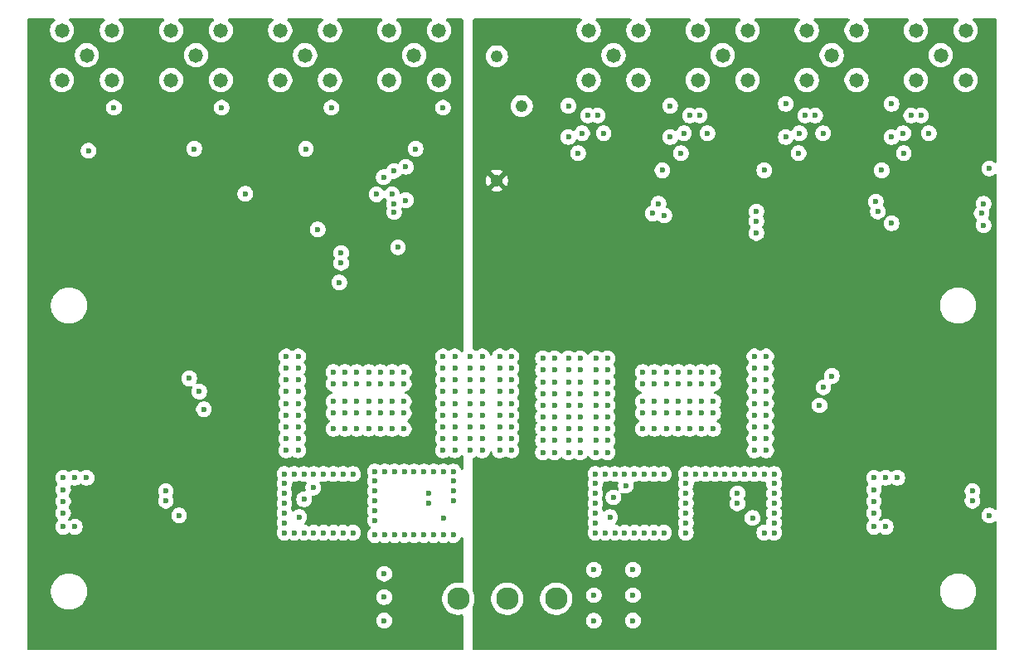
<source format=gbr>
%TF.GenerationSoftware,KiCad,Pcbnew,9.0.0*%
%TF.CreationDate,2025-03-11T18:07:25+01:00*%
%TF.ProjectId,zdc_fifo_test,7a64635f-6669-4666-9f5f-746573742e6b,rev?*%
%TF.SameCoordinates,Original*%
%TF.FileFunction,Copper,L4,Inr*%
%TF.FilePolarity,Positive*%
%FSLAX46Y46*%
G04 Gerber Fmt 4.6, Leading zero omitted, Abs format (unit mm)*
G04 Created by KiCad (PCBNEW 9.0.0) date 2025-03-11 18:07:25*
%MOMM*%
%LPD*%
G01*
G04 APERTURE LIST*
%TA.AperFunction,ComponentPad*%
%ADD10C,1.473200*%
%TD*%
%TA.AperFunction,ComponentPad*%
%ADD11C,2.300000*%
%TD*%
%TA.AperFunction,ComponentPad*%
%ADD12C,1.240000*%
%TD*%
%TA.AperFunction,ViaPad*%
%ADD13C,0.600000*%
%TD*%
G04 APERTURE END LIST*
D10*
%TO.N,Net-(J1-Pad1)*%
%TO.C,J1*%
X159830960Y-110250000D03*
%TO.N,GND*%
X157290960Y-107710000D03*
X157290960Y-112790000D03*
X162370960Y-112790000D03*
X162370960Y-107710000D03*
%TD*%
%TO.N,Net-(J2-Pad1)*%
%TO.C,J2*%
X170970640Y-110250000D03*
%TO.N,GND*%
X168430640Y-107710000D03*
X168430640Y-112790000D03*
X173510640Y-112790000D03*
X173510640Y-107710000D03*
%TD*%
D11*
%TO.N,+12V_NIM*%
%TO.C,U1*%
X207750000Y-165750000D03*
%TO.N,GND*%
X202750000Y-165750000D03*
%TO.N,-12V_NIM*%
X197750000Y-165750000D03*
%TD*%
D10*
%TO.N,Net-(J6-Pad1)*%
%TO.C,J6*%
X224750000Y-110250000D03*
%TO.N,GND*%
X222210000Y-107710000D03*
X222210000Y-112790000D03*
X227290000Y-112790000D03*
X227290000Y-107710000D03*
%TD*%
D12*
%TO.N,-5V_stg2*%
%TO.C,VR2*%
X201708620Y-123038500D03*
%TO.N,Net-(VR2-WIPER)*%
X204248620Y-115418500D03*
%TO.N,+5V_stg2*%
X201708620Y-110338500D03*
%TD*%
D10*
%TO.N,Net-(J7-Pad1)*%
%TO.C,J7*%
X235889680Y-110250000D03*
%TO.N,GND*%
X233349680Y-107710000D03*
X233349680Y-112790000D03*
X238429680Y-112790000D03*
X238429680Y-107710000D03*
%TD*%
%TO.N,Net-(J4-Pad1)*%
%TO.C,J4*%
X193250000Y-110250000D03*
%TO.N,GND*%
X190710000Y-107710000D03*
X190710000Y-112790000D03*
X195790000Y-112790000D03*
X195790000Y-107710000D03*
%TD*%
%TO.N,Net-(J5-Pad1)*%
%TO.C,J5*%
X213610320Y-110250000D03*
%TO.N,GND*%
X211070320Y-107710000D03*
X211070320Y-112790000D03*
X216150320Y-112790000D03*
X216150320Y-107710000D03*
%TD*%
%TO.N,Net-(J3-Pad1)*%
%TO.C,J3*%
X182110320Y-110250000D03*
%TO.N,GND*%
X179570320Y-107710000D03*
X179570320Y-112790000D03*
X184650320Y-112790000D03*
X184650320Y-107710000D03*
%TD*%
%TO.N,Net-(J8-Pad1)*%
%TO.C,J8*%
X247029360Y-110250000D03*
%TO.N,GND*%
X244489360Y-107710000D03*
X244489360Y-112790000D03*
X249569360Y-112790000D03*
X249569360Y-107710000D03*
%TD*%
D13*
%TO.N,+12V_NIM*%
X211600000Y-168000000D03*
X211600000Y-165390000D03*
X211600000Y-162800000D03*
%TO.N,GND*%
X215600000Y-167980000D03*
X215600000Y-165390000D03*
X215600000Y-162800000D03*
X190200000Y-167980000D03*
X190200000Y-165590000D03*
X190200000Y-163200000D03*
X199000000Y-150600000D03*
X196200000Y-147000000D03*
X203200000Y-144600000D03*
X221400000Y-143800000D03*
X218800000Y-126600000D03*
X220200000Y-142600000D03*
X210200000Y-150800000D03*
X180200000Y-144600000D03*
X173600000Y-115600000D03*
X220200000Y-143800000D03*
X222600000Y-146800000D03*
X185800000Y-131450000D03*
X220200000Y-146800000D03*
X207600000Y-141200000D03*
X202000000Y-147000000D03*
X191000000Y-142600000D03*
X222600000Y-142600000D03*
X211800000Y-150800000D03*
X207600000Y-149600000D03*
X192200000Y-142600000D03*
X207600000Y-143600000D03*
X209000000Y-148400000D03*
X199000000Y-148200000D03*
X185800000Y-130450000D03*
X223800000Y-146800000D03*
X214850000Y-154200000D03*
X229200000Y-143400000D03*
X234650000Y-146000000D03*
X221400000Y-116400000D03*
X202000000Y-148200000D03*
X192200000Y-148400000D03*
X202000000Y-144600000D03*
X203200000Y-150600000D03*
X218200000Y-125400000D03*
X199000000Y-145800000D03*
X231200000Y-115200000D03*
X200200000Y-144600000D03*
X189800000Y-148400000D03*
X194750000Y-156000000D03*
X202000000Y-149400000D03*
X223800000Y-143800000D03*
X211000000Y-116400000D03*
X207600000Y-144800000D03*
X209000000Y-115400000D03*
X221400000Y-145600000D03*
X181400000Y-149400000D03*
X206400000Y-147200000D03*
X229000000Y-122000000D03*
X210200000Y-148400000D03*
X203200000Y-143400000D03*
X211800000Y-146000000D03*
X176000000Y-124400000D03*
X219000000Y-145600000D03*
X234200000Y-116400000D03*
X206400000Y-143600000D03*
X211800000Y-144800000D03*
X192200000Y-143800000D03*
X203200000Y-145800000D03*
X228000000Y-144600000D03*
X250270000Y-154750000D03*
X240200000Y-153400000D03*
X197400000Y-145800000D03*
X206400000Y-149600000D03*
X192400000Y-121650000D03*
X219000000Y-142600000D03*
X228000000Y-149400000D03*
X211800000Y-141200000D03*
X235037500Y-144150000D03*
X196200000Y-144600000D03*
X228000000Y-147000000D03*
X209000000Y-149600000D03*
X209000000Y-144800000D03*
X213000000Y-150800000D03*
X157400000Y-157000000D03*
X199000000Y-147000000D03*
X227800000Y-157500000D03*
X210200000Y-149600000D03*
X189800000Y-142600000D03*
X187400000Y-148400000D03*
X223800000Y-145600000D03*
X222600000Y-148400000D03*
X180200000Y-150600000D03*
X229200000Y-150600000D03*
X186200000Y-143800000D03*
X185000000Y-143800000D03*
X216600000Y-146800000D03*
X181400000Y-145800000D03*
X180200000Y-147000000D03*
X196200000Y-141000000D03*
X219000000Y-148400000D03*
X200200000Y-149400000D03*
X162600000Y-115600000D03*
X158600000Y-158400000D03*
X217800000Y-146800000D03*
X196200000Y-150600000D03*
X240200000Y-155800000D03*
X167895000Y-154750000D03*
X188600000Y-146800000D03*
X200200000Y-142200000D03*
X216600000Y-148400000D03*
X200200000Y-143400000D03*
X196200000Y-145800000D03*
X252000000Y-157250000D03*
X206400000Y-148400000D03*
X219000000Y-146800000D03*
X210200000Y-141200000D03*
X228200000Y-127200000D03*
X188600000Y-143800000D03*
X203200000Y-147000000D03*
X229200000Y-148200000D03*
X213000000Y-147200000D03*
X221400000Y-142600000D03*
X212000000Y-116400000D03*
X188600000Y-145600000D03*
X210200000Y-144800000D03*
X187400000Y-142600000D03*
X185600000Y-133450000D03*
X207600000Y-148400000D03*
X229200000Y-145800000D03*
X197400000Y-148200000D03*
X197400000Y-142200000D03*
X241000000Y-122000000D03*
X217800000Y-145600000D03*
X210200000Y-146000000D03*
X186200000Y-146800000D03*
X197400000Y-149400000D03*
X211800000Y-147200000D03*
X158600000Y-153400000D03*
X213000000Y-144800000D03*
X199000000Y-141000000D03*
X209000000Y-142400000D03*
X242000000Y-127400000D03*
X206400000Y-144800000D03*
X202000000Y-150600000D03*
X199000000Y-142200000D03*
X197400000Y-143400000D03*
X180200000Y-145800000D03*
X229200000Y-141000000D03*
X180200000Y-148200000D03*
X203200000Y-149400000D03*
X169250000Y-157250000D03*
X199000000Y-143400000D03*
X181400000Y-142200000D03*
X229200000Y-147000000D03*
X211800000Y-149600000D03*
X228000000Y-141000000D03*
X188600000Y-148400000D03*
X200200000Y-147000000D03*
X216600000Y-145600000D03*
X222600000Y-145600000D03*
X185000000Y-146800000D03*
X182950000Y-154400000D03*
X245000000Y-116400000D03*
X196200000Y-148200000D03*
X213000000Y-148400000D03*
X209000000Y-147200000D03*
X190130000Y-122700000D03*
X189800000Y-146800000D03*
X217800000Y-142600000D03*
X229200000Y-149400000D03*
X210200000Y-147200000D03*
X186200000Y-148400000D03*
X202000000Y-141000000D03*
X185000000Y-145600000D03*
X203200000Y-142200000D03*
X189800000Y-143800000D03*
X211800000Y-148400000D03*
X192200000Y-146800000D03*
X226270000Y-155000000D03*
X209000000Y-150800000D03*
X181400000Y-147000000D03*
X180200000Y-143400000D03*
X220200000Y-145600000D03*
X157400000Y-158400000D03*
X202000000Y-143400000D03*
X159800000Y-153400000D03*
X187400000Y-143800000D03*
X233200000Y-116400000D03*
X206400000Y-141200000D03*
X241400000Y-153400000D03*
X223800000Y-142600000D03*
X228200000Y-128400000D03*
X180200000Y-141000000D03*
X186200000Y-142600000D03*
X197400000Y-147000000D03*
X219000000Y-143800000D03*
X180200000Y-149400000D03*
X170283750Y-143250000D03*
X191000000Y-148400000D03*
X189800000Y-145600000D03*
X218600000Y-122000000D03*
X222600000Y-143800000D03*
X200200000Y-148200000D03*
X211800000Y-143600000D03*
X180200000Y-142200000D03*
X216600000Y-143800000D03*
X206400000Y-146000000D03*
X217800000Y-143800000D03*
X219400000Y-115400000D03*
X240600000Y-126200000D03*
X200200000Y-145800000D03*
X197400000Y-141000000D03*
X228000000Y-143400000D03*
X228000000Y-150600000D03*
X199000000Y-144600000D03*
X182000000Y-155600000D03*
X191600000Y-129850000D03*
X191000000Y-145600000D03*
X196200000Y-143400000D03*
X206400000Y-150800000D03*
X250270000Y-155750000D03*
X200200000Y-141000000D03*
X235912500Y-143000000D03*
X213000000Y-146000000D03*
X220200000Y-148400000D03*
X196200000Y-142200000D03*
X191000000Y-146800000D03*
X221400000Y-146800000D03*
X216600000Y-142600000D03*
X240200000Y-158400000D03*
X157400000Y-154600000D03*
X196250000Y-157500000D03*
X251400000Y-125400000D03*
X196200000Y-115600000D03*
X251400000Y-127600000D03*
X211800000Y-142400000D03*
X202000000Y-142200000D03*
X213250000Y-157400000D03*
X185000000Y-148400000D03*
X203200000Y-141000000D03*
X194750000Y-155000000D03*
X223800000Y-148400000D03*
X217800000Y-148400000D03*
X196200000Y-149400000D03*
X209000000Y-143600000D03*
X181512500Y-157400000D03*
X171783750Y-146400000D03*
X210200000Y-143600000D03*
X197400000Y-144600000D03*
X181400000Y-144600000D03*
X228000000Y-142200000D03*
X200200000Y-150600000D03*
X187400000Y-146800000D03*
X213000000Y-149600000D03*
X242600000Y-153400000D03*
X181400000Y-148200000D03*
X191200000Y-122050000D03*
X229200000Y-144600000D03*
X252000000Y-121800000D03*
X199000000Y-149400000D03*
X222400000Y-116400000D03*
X185000000Y-142600000D03*
X221400000Y-148400000D03*
X228200000Y-126200000D03*
X181400000Y-150600000D03*
X171312500Y-144600000D03*
X241400000Y-158400000D03*
X217600000Y-126400000D03*
X181400000Y-143400000D03*
X202000000Y-145800000D03*
X213600000Y-155400000D03*
X186200000Y-145600000D03*
X213000000Y-143600000D03*
X167895000Y-155750000D03*
X209000000Y-146000000D03*
X206400000Y-142400000D03*
X207600000Y-150800000D03*
X188600000Y-142600000D03*
X207600000Y-142400000D03*
X210200000Y-142400000D03*
X203200000Y-148200000D03*
X226270000Y-156000000D03*
X197400000Y-150600000D03*
X251200000Y-126400000D03*
X240200000Y-157000000D03*
X209000000Y-141200000D03*
X244000000Y-116400000D03*
X228000000Y-148200000D03*
X240400000Y-125200000D03*
X187400000Y-145600000D03*
X184800000Y-115600000D03*
X181400000Y-141000000D03*
X240200000Y-154600000D03*
X157400000Y-155800000D03*
X207600000Y-146000000D03*
X213000000Y-142400000D03*
X213000000Y-141200000D03*
X228000000Y-145800000D03*
X242000000Y-115200000D03*
X229200000Y-142200000D03*
X157400000Y-153400000D03*
X192200000Y-145600000D03*
X191000000Y-143800000D03*
X207600000Y-147200000D03*
%TO.N,+12V_NIM*%
X217750000Y-159000000D03*
X213750000Y-153000000D03*
X181000000Y-153000000D03*
X216750000Y-153000000D03*
X218750000Y-159000000D03*
X211750000Y-153000000D03*
X180000000Y-158000000D03*
X211750000Y-158000000D03*
X181000000Y-159000000D03*
X214750000Y-159000000D03*
X180000000Y-155000000D03*
X216750000Y-159000000D03*
X183000000Y-159000000D03*
X211750000Y-154000000D03*
X184000000Y-153000000D03*
X180000000Y-157000000D03*
X185000000Y-153000000D03*
X183000000Y-153000000D03*
X215750000Y-159000000D03*
X186000000Y-153000000D03*
X182000000Y-153000000D03*
X185000000Y-159000000D03*
X180000000Y-154000000D03*
X180000000Y-153000000D03*
X214750000Y-153000000D03*
X212750000Y-153000000D03*
X211750000Y-157000000D03*
X213750000Y-159000000D03*
X218750000Y-153000000D03*
X182000000Y-159000000D03*
X215750000Y-153000000D03*
X217750000Y-153000000D03*
X180000000Y-159000000D03*
X187000000Y-159000000D03*
X184000000Y-159000000D03*
X211750000Y-159000000D03*
X186000000Y-159000000D03*
X212750000Y-159000000D03*
X180000000Y-156000000D03*
X187000000Y-153000000D03*
X211750000Y-155000000D03*
X211750000Y-156000000D03*
%TO.N,-5V_stg1*%
X163750000Y-153250000D03*
X165000000Y-153250000D03*
X162600000Y-158000000D03*
X170000000Y-153250000D03*
X162600000Y-154250000D03*
X184000000Y-133450000D03*
X170000000Y-154500000D03*
X183400000Y-131450000D03*
X183400000Y-129450000D03*
X162600000Y-155500000D03*
X162600000Y-156750000D03*
X170000000Y-155750000D03*
X162500000Y-153250000D03*
X166250000Y-153250000D03*
X167500000Y-153250000D03*
X183400000Y-130450000D03*
X168750000Y-153250000D03*
%TO.N,+5V_stg1*%
X190250000Y-152750000D03*
X192250000Y-152750000D03*
X191200000Y-125450000D03*
X195250000Y-152750000D03*
X189250000Y-155750000D03*
X197250000Y-153750000D03*
X189400000Y-124450000D03*
X194250000Y-152750000D03*
X189250000Y-153750000D03*
X191000000Y-124450000D03*
X191200000Y-126250000D03*
X196250000Y-152750000D03*
X196250000Y-159250000D03*
X192250000Y-159250000D03*
X197250000Y-152750000D03*
X189250000Y-156750000D03*
X189250000Y-157750000D03*
X193250000Y-159250000D03*
X191250000Y-152750000D03*
X192400000Y-125050000D03*
X193250000Y-152750000D03*
X194250000Y-159250000D03*
X189250000Y-152750000D03*
X190250000Y-159250000D03*
X197250000Y-159250000D03*
X191250000Y-159250000D03*
X189250000Y-159250000D03*
X197250000Y-154750000D03*
X197250000Y-155750000D03*
X189250000Y-154750000D03*
X195250000Y-159250000D03*
%TO.N,+5V_stg2*%
X229000000Y-153000000D03*
X223200000Y-118200000D03*
X226000000Y-153000000D03*
X230000000Y-157000000D03*
X212600000Y-118200000D03*
X221000000Y-156000000D03*
X221000000Y-153000000D03*
X230000000Y-154000000D03*
X210400000Y-118200000D03*
X221000000Y-158000000D03*
X222000000Y-153000000D03*
X242000000Y-118600000D03*
X232600000Y-118200000D03*
X221000000Y-154000000D03*
X223000000Y-153000000D03*
X243200000Y-118200000D03*
X245800000Y-118200000D03*
X227000000Y-153000000D03*
X230000000Y-155000000D03*
X230000000Y-153000000D03*
X231200000Y-118600000D03*
X230000000Y-158000000D03*
X228000000Y-153000000D03*
X220800000Y-118200000D03*
X235000000Y-118200000D03*
X230000000Y-156000000D03*
X221000000Y-159000000D03*
X219400000Y-118600000D03*
X221000000Y-157000000D03*
X229000000Y-159000000D03*
X224000000Y-153000000D03*
X230000000Y-159000000D03*
X209000000Y-118600000D03*
X225000000Y-153000000D03*
X221000000Y-155000000D03*
%TO.N,-5V_stg2*%
X250500000Y-153250000D03*
X225800000Y-126200000D03*
X225800000Y-127200000D03*
X248000000Y-153250000D03*
X216400000Y-127600000D03*
X226600000Y-125400000D03*
X245400000Y-156000000D03*
X225800000Y-129200000D03*
X249600000Y-124600000D03*
X248200000Y-126200000D03*
X245400000Y-155000000D03*
X245400000Y-158000000D03*
X246750000Y-153250000D03*
X245500000Y-153250000D03*
X237600000Y-126800000D03*
X216400000Y-124800000D03*
X245400000Y-157000000D03*
X238800000Y-124400000D03*
X248800000Y-126600000D03*
X248800000Y-128400000D03*
X238600000Y-127400000D03*
X215600000Y-127200000D03*
X245400000Y-154000000D03*
X215200000Y-126200000D03*
X237600000Y-126000000D03*
X249250000Y-153250000D03*
X251750000Y-153250000D03*
%TO.N,Net-(IC1-NONINVERTING_INPUT)*%
X193400000Y-119800000D03*
X183400000Y-128035000D03*
X182200000Y-119800000D03*
X170800000Y-119800000D03*
X160000000Y-120000000D03*
%TO.N,Net-(VR2-WIPER)*%
X243250000Y-120250000D03*
X210000000Y-120250000D03*
X232500000Y-120250000D03*
X220500000Y-120250000D03*
%TD*%
%TA.AperFunction,Conductor*%
%TO.N,-5V_stg2*%
G36*
X210315781Y-106520185D02*
G01*
X210361536Y-106572989D01*
X210371480Y-106642147D01*
X210342455Y-106705703D01*
X210321627Y-106724818D01*
X210264407Y-106766390D01*
X210264401Y-106766395D01*
X210126715Y-106904081D01*
X210012258Y-107061617D01*
X209923856Y-107235116D01*
X209863681Y-107420315D01*
X209833220Y-107612638D01*
X209833220Y-107807362D01*
X209863682Y-107999688D01*
X209923855Y-108184881D01*
X210012258Y-108358382D01*
X210126713Y-108515916D01*
X210264404Y-108653607D01*
X210421938Y-108768062D01*
X210595439Y-108856465D01*
X210780632Y-108916638D01*
X210972958Y-108947100D01*
X210972959Y-108947100D01*
X211167681Y-108947100D01*
X211167682Y-108947100D01*
X211360008Y-108916638D01*
X211545201Y-108856465D01*
X211718702Y-108768062D01*
X211876236Y-108653607D01*
X212013927Y-108515916D01*
X212128382Y-108358382D01*
X212216785Y-108184881D01*
X212276958Y-107999688D01*
X212307420Y-107807362D01*
X212307420Y-107612638D01*
X212276958Y-107420312D01*
X212216785Y-107235119D01*
X212128382Y-107061618D01*
X212013927Y-106904084D01*
X211876236Y-106766393D01*
X211819013Y-106724818D01*
X211776347Y-106669488D01*
X211770368Y-106599875D01*
X211802974Y-106538080D01*
X211863812Y-106503723D01*
X211891898Y-106500500D01*
X215328742Y-106500500D01*
X215395781Y-106520185D01*
X215441536Y-106572989D01*
X215451480Y-106642147D01*
X215422455Y-106705703D01*
X215401627Y-106724818D01*
X215344407Y-106766390D01*
X215344401Y-106766395D01*
X215206715Y-106904081D01*
X215092258Y-107061617D01*
X215003856Y-107235116D01*
X214943681Y-107420315D01*
X214913220Y-107612638D01*
X214913220Y-107807362D01*
X214943682Y-107999688D01*
X215003855Y-108184881D01*
X215092258Y-108358382D01*
X215206713Y-108515916D01*
X215344404Y-108653607D01*
X215501938Y-108768062D01*
X215675439Y-108856465D01*
X215860632Y-108916638D01*
X216052958Y-108947100D01*
X216052959Y-108947100D01*
X216247681Y-108947100D01*
X216247682Y-108947100D01*
X216440008Y-108916638D01*
X216625201Y-108856465D01*
X216798702Y-108768062D01*
X216956236Y-108653607D01*
X217093927Y-108515916D01*
X217208382Y-108358382D01*
X217296785Y-108184881D01*
X217356958Y-107999688D01*
X217387420Y-107807362D01*
X217387420Y-107612638D01*
X217356958Y-107420312D01*
X217296785Y-107235119D01*
X217208382Y-107061618D01*
X217093927Y-106904084D01*
X216956236Y-106766393D01*
X216899013Y-106724818D01*
X216856347Y-106669488D01*
X216850368Y-106599875D01*
X216882974Y-106538080D01*
X216943812Y-106503723D01*
X216971898Y-106500500D01*
X221388422Y-106500500D01*
X221455461Y-106520185D01*
X221501216Y-106572989D01*
X221511160Y-106642147D01*
X221482135Y-106705703D01*
X221461307Y-106724818D01*
X221404087Y-106766390D01*
X221404081Y-106766395D01*
X221266395Y-106904081D01*
X221151938Y-107061617D01*
X221063536Y-107235116D01*
X221003361Y-107420315D01*
X220972900Y-107612638D01*
X220972900Y-107807362D01*
X221003362Y-107999688D01*
X221063535Y-108184881D01*
X221151938Y-108358382D01*
X221266393Y-108515916D01*
X221404084Y-108653607D01*
X221561618Y-108768062D01*
X221735119Y-108856465D01*
X221920312Y-108916638D01*
X222112638Y-108947100D01*
X222112639Y-108947100D01*
X222307361Y-108947100D01*
X222307362Y-108947100D01*
X222499688Y-108916638D01*
X222684881Y-108856465D01*
X222858382Y-108768062D01*
X223015916Y-108653607D01*
X223153607Y-108515916D01*
X223268062Y-108358382D01*
X223356465Y-108184881D01*
X223416638Y-107999688D01*
X223447100Y-107807362D01*
X223447100Y-107612638D01*
X223416638Y-107420312D01*
X223356465Y-107235119D01*
X223268062Y-107061618D01*
X223153607Y-106904084D01*
X223015916Y-106766393D01*
X222958693Y-106724818D01*
X222916027Y-106669488D01*
X222910048Y-106599875D01*
X222942654Y-106538080D01*
X223003492Y-106503723D01*
X223031578Y-106500500D01*
X226468422Y-106500500D01*
X226535461Y-106520185D01*
X226581216Y-106572989D01*
X226591160Y-106642147D01*
X226562135Y-106705703D01*
X226541307Y-106724818D01*
X226484087Y-106766390D01*
X226484081Y-106766395D01*
X226346395Y-106904081D01*
X226231938Y-107061617D01*
X226143536Y-107235116D01*
X226083361Y-107420315D01*
X226052900Y-107612638D01*
X226052900Y-107807362D01*
X226083362Y-107999688D01*
X226143535Y-108184881D01*
X226231938Y-108358382D01*
X226346393Y-108515916D01*
X226484084Y-108653607D01*
X226641618Y-108768062D01*
X226815119Y-108856465D01*
X227000312Y-108916638D01*
X227192638Y-108947100D01*
X227192639Y-108947100D01*
X227387361Y-108947100D01*
X227387362Y-108947100D01*
X227579688Y-108916638D01*
X227764881Y-108856465D01*
X227938382Y-108768062D01*
X228095916Y-108653607D01*
X228233607Y-108515916D01*
X228348062Y-108358382D01*
X228436465Y-108184881D01*
X228496638Y-107999688D01*
X228527100Y-107807362D01*
X228527100Y-107612638D01*
X228496638Y-107420312D01*
X228436465Y-107235119D01*
X228348062Y-107061618D01*
X228233607Y-106904084D01*
X228095916Y-106766393D01*
X228038693Y-106724818D01*
X227996027Y-106669488D01*
X227990048Y-106599875D01*
X228022654Y-106538080D01*
X228083492Y-106503723D01*
X228111578Y-106500500D01*
X232528102Y-106500500D01*
X232595141Y-106520185D01*
X232640896Y-106572989D01*
X232650840Y-106642147D01*
X232621815Y-106705703D01*
X232600987Y-106724818D01*
X232543767Y-106766390D01*
X232543761Y-106766395D01*
X232406075Y-106904081D01*
X232291618Y-107061617D01*
X232203216Y-107235116D01*
X232143041Y-107420315D01*
X232112580Y-107612638D01*
X232112580Y-107807362D01*
X232143042Y-107999688D01*
X232203215Y-108184881D01*
X232291618Y-108358382D01*
X232406073Y-108515916D01*
X232543764Y-108653607D01*
X232701298Y-108768062D01*
X232874799Y-108856465D01*
X233059992Y-108916638D01*
X233252318Y-108947100D01*
X233252319Y-108947100D01*
X233447041Y-108947100D01*
X233447042Y-108947100D01*
X233639368Y-108916638D01*
X233824561Y-108856465D01*
X233998062Y-108768062D01*
X234155596Y-108653607D01*
X234293287Y-108515916D01*
X234407742Y-108358382D01*
X234496145Y-108184881D01*
X234556318Y-107999688D01*
X234586780Y-107807362D01*
X234586780Y-107612638D01*
X234556318Y-107420312D01*
X234496145Y-107235119D01*
X234407742Y-107061618D01*
X234293287Y-106904084D01*
X234155596Y-106766393D01*
X234098373Y-106724818D01*
X234055707Y-106669488D01*
X234049728Y-106599875D01*
X234082334Y-106538080D01*
X234143172Y-106503723D01*
X234171258Y-106500500D01*
X237608102Y-106500500D01*
X237675141Y-106520185D01*
X237720896Y-106572989D01*
X237730840Y-106642147D01*
X237701815Y-106705703D01*
X237680987Y-106724818D01*
X237623767Y-106766390D01*
X237623761Y-106766395D01*
X237486075Y-106904081D01*
X237371618Y-107061617D01*
X237283216Y-107235116D01*
X237223041Y-107420315D01*
X237192580Y-107612638D01*
X237192580Y-107807362D01*
X237223042Y-107999688D01*
X237283215Y-108184881D01*
X237371618Y-108358382D01*
X237486073Y-108515916D01*
X237623764Y-108653607D01*
X237781298Y-108768062D01*
X237954799Y-108856465D01*
X238139992Y-108916638D01*
X238332318Y-108947100D01*
X238332319Y-108947100D01*
X238527041Y-108947100D01*
X238527042Y-108947100D01*
X238719368Y-108916638D01*
X238904561Y-108856465D01*
X239078062Y-108768062D01*
X239235596Y-108653607D01*
X239373287Y-108515916D01*
X239487742Y-108358382D01*
X239576145Y-108184881D01*
X239636318Y-107999688D01*
X239666780Y-107807362D01*
X239666780Y-107612638D01*
X239636318Y-107420312D01*
X239576145Y-107235119D01*
X239487742Y-107061618D01*
X239373287Y-106904084D01*
X239235596Y-106766393D01*
X239178373Y-106724818D01*
X239135707Y-106669488D01*
X239129728Y-106599875D01*
X239162334Y-106538080D01*
X239223172Y-106503723D01*
X239251258Y-106500500D01*
X243667782Y-106500500D01*
X243734821Y-106520185D01*
X243780576Y-106572989D01*
X243790520Y-106642147D01*
X243761495Y-106705703D01*
X243740667Y-106724818D01*
X243683447Y-106766390D01*
X243683441Y-106766395D01*
X243545755Y-106904081D01*
X243431298Y-107061617D01*
X243342896Y-107235116D01*
X243282721Y-107420315D01*
X243252260Y-107612638D01*
X243252260Y-107807362D01*
X243282722Y-107999688D01*
X243342895Y-108184881D01*
X243431298Y-108358382D01*
X243545753Y-108515916D01*
X243683444Y-108653607D01*
X243840978Y-108768062D01*
X244014479Y-108856465D01*
X244199672Y-108916638D01*
X244391998Y-108947100D01*
X244391999Y-108947100D01*
X244586721Y-108947100D01*
X244586722Y-108947100D01*
X244779048Y-108916638D01*
X244964241Y-108856465D01*
X245137742Y-108768062D01*
X245295276Y-108653607D01*
X245432967Y-108515916D01*
X245547422Y-108358382D01*
X245635825Y-108184881D01*
X245695998Y-107999688D01*
X245726460Y-107807362D01*
X245726460Y-107612638D01*
X245695998Y-107420312D01*
X245635825Y-107235119D01*
X245547422Y-107061618D01*
X245432967Y-106904084D01*
X245295276Y-106766393D01*
X245238053Y-106724818D01*
X245195387Y-106669488D01*
X245189408Y-106599875D01*
X245222014Y-106538080D01*
X245282852Y-106503723D01*
X245310938Y-106500500D01*
X248747782Y-106500500D01*
X248814821Y-106520185D01*
X248860576Y-106572989D01*
X248870520Y-106642147D01*
X248841495Y-106705703D01*
X248820667Y-106724818D01*
X248763447Y-106766390D01*
X248763441Y-106766395D01*
X248625755Y-106904081D01*
X248511298Y-107061617D01*
X248422896Y-107235116D01*
X248362721Y-107420315D01*
X248332260Y-107612638D01*
X248332260Y-107807362D01*
X248362722Y-107999688D01*
X248422895Y-108184881D01*
X248511298Y-108358382D01*
X248625753Y-108515916D01*
X248763444Y-108653607D01*
X248920978Y-108768062D01*
X249094479Y-108856465D01*
X249279672Y-108916638D01*
X249471998Y-108947100D01*
X249471999Y-108947100D01*
X249666721Y-108947100D01*
X249666722Y-108947100D01*
X249859048Y-108916638D01*
X250044241Y-108856465D01*
X250217742Y-108768062D01*
X250375276Y-108653607D01*
X250512967Y-108515916D01*
X250627422Y-108358382D01*
X250715825Y-108184881D01*
X250775998Y-107999688D01*
X250806460Y-107807362D01*
X250806460Y-107612638D01*
X250775998Y-107420312D01*
X250715825Y-107235119D01*
X250627422Y-107061618D01*
X250512967Y-106904084D01*
X250375276Y-106766393D01*
X250318053Y-106724818D01*
X250275387Y-106669488D01*
X250269408Y-106599875D01*
X250302014Y-106538080D01*
X250362852Y-106503723D01*
X250390938Y-106500500D01*
X252625500Y-106500500D01*
X252692539Y-106520185D01*
X252738294Y-106572989D01*
X252749500Y-106624500D01*
X252749500Y-121118059D01*
X252729815Y-121185098D01*
X252677011Y-121230853D01*
X252607853Y-121240797D01*
X252544297Y-121211772D01*
X252537819Y-121205740D01*
X252510292Y-121178213D01*
X252510288Y-121178210D01*
X252379185Y-121090609D01*
X252379172Y-121090602D01*
X252233501Y-121030264D01*
X252233489Y-121030261D01*
X252078845Y-120999500D01*
X252078842Y-120999500D01*
X251921158Y-120999500D01*
X251921155Y-120999500D01*
X251766510Y-121030261D01*
X251766498Y-121030264D01*
X251620827Y-121090602D01*
X251620814Y-121090609D01*
X251489711Y-121178210D01*
X251489707Y-121178213D01*
X251378213Y-121289707D01*
X251378210Y-121289711D01*
X251290609Y-121420814D01*
X251290602Y-121420827D01*
X251230264Y-121566498D01*
X251230261Y-121566510D01*
X251199500Y-121721153D01*
X251199500Y-121878846D01*
X251230261Y-122033489D01*
X251230264Y-122033501D01*
X251290602Y-122179172D01*
X251290609Y-122179185D01*
X251378210Y-122310288D01*
X251378213Y-122310292D01*
X251489707Y-122421786D01*
X251489711Y-122421789D01*
X251620814Y-122509390D01*
X251620827Y-122509397D01*
X251766498Y-122569735D01*
X251766503Y-122569737D01*
X251921153Y-122600499D01*
X251921156Y-122600500D01*
X251921158Y-122600500D01*
X252078844Y-122600500D01*
X252078845Y-122600499D01*
X252233497Y-122569737D01*
X252379179Y-122509394D01*
X252510289Y-122421789D01*
X252510292Y-122421786D01*
X252537819Y-122394260D01*
X252599142Y-122360775D01*
X252668834Y-122365759D01*
X252724767Y-122407631D01*
X252749184Y-122473095D01*
X252749500Y-122481941D01*
X252749500Y-156568059D01*
X252729815Y-156635098D01*
X252677011Y-156680853D01*
X252607853Y-156690797D01*
X252544297Y-156661772D01*
X252537819Y-156655740D01*
X252510292Y-156628213D01*
X252510288Y-156628210D01*
X252379185Y-156540609D01*
X252379172Y-156540602D01*
X252233501Y-156480264D01*
X252233489Y-156480261D01*
X252078845Y-156449500D01*
X252078842Y-156449500D01*
X251921158Y-156449500D01*
X251921155Y-156449500D01*
X251766510Y-156480261D01*
X251766498Y-156480264D01*
X251620827Y-156540602D01*
X251620814Y-156540609D01*
X251489711Y-156628210D01*
X251489707Y-156628213D01*
X251378213Y-156739707D01*
X251378210Y-156739711D01*
X251290609Y-156870814D01*
X251290602Y-156870827D01*
X251230264Y-157016498D01*
X251230261Y-157016510D01*
X251199500Y-157171153D01*
X251199500Y-157328846D01*
X251230261Y-157483489D01*
X251230264Y-157483501D01*
X251290602Y-157629172D01*
X251290609Y-157629185D01*
X251378210Y-157760288D01*
X251378213Y-157760292D01*
X251489707Y-157871786D01*
X251489711Y-157871789D01*
X251620814Y-157959390D01*
X251620827Y-157959397D01*
X251766498Y-158019735D01*
X251766503Y-158019737D01*
X251921153Y-158050499D01*
X251921156Y-158050500D01*
X251921158Y-158050500D01*
X252078844Y-158050500D01*
X252078845Y-158050499D01*
X252233497Y-158019737D01*
X252379179Y-157959394D01*
X252510289Y-157871789D01*
X252514156Y-157867922D01*
X252537819Y-157844260D01*
X252599142Y-157810775D01*
X252668834Y-157815759D01*
X252724767Y-157857631D01*
X252749184Y-157923095D01*
X252749500Y-157931941D01*
X252749500Y-170875500D01*
X252729815Y-170942539D01*
X252677011Y-170988294D01*
X252625500Y-170999500D01*
X199374000Y-170999500D01*
X199306961Y-170979815D01*
X199261206Y-170927011D01*
X199250000Y-170875500D01*
X199250000Y-167921153D01*
X210799500Y-167921153D01*
X210799500Y-168078846D01*
X210830261Y-168233489D01*
X210830264Y-168233501D01*
X210890602Y-168379172D01*
X210890609Y-168379185D01*
X210978210Y-168510288D01*
X210978213Y-168510292D01*
X211089707Y-168621786D01*
X211089711Y-168621789D01*
X211220814Y-168709390D01*
X211220827Y-168709397D01*
X211366498Y-168769735D01*
X211366503Y-168769737D01*
X211521153Y-168800499D01*
X211521156Y-168800500D01*
X211521158Y-168800500D01*
X211678844Y-168800500D01*
X211678845Y-168800499D01*
X211833497Y-168769737D01*
X211979179Y-168709394D01*
X212110289Y-168621789D01*
X212221789Y-168510289D01*
X212309394Y-168379179D01*
X212369737Y-168233497D01*
X212400500Y-168078842D01*
X212400500Y-167921158D01*
X212400121Y-167919251D01*
X212400121Y-167919248D01*
X212396522Y-167901153D01*
X214799500Y-167901153D01*
X214799500Y-168058846D01*
X214830261Y-168213489D01*
X214830264Y-168213501D01*
X214890602Y-168359172D01*
X214890609Y-168359185D01*
X214978210Y-168490288D01*
X214978213Y-168490292D01*
X215089707Y-168601786D01*
X215089711Y-168601789D01*
X215220814Y-168689390D01*
X215220827Y-168689397D01*
X215366498Y-168749735D01*
X215366503Y-168749737D01*
X215521153Y-168780499D01*
X215521156Y-168780500D01*
X215521158Y-168780500D01*
X215678844Y-168780500D01*
X215678845Y-168780499D01*
X215833497Y-168749737D01*
X215979179Y-168689394D01*
X216110289Y-168601789D01*
X216221789Y-168490289D01*
X216309394Y-168359179D01*
X216369737Y-168213497D01*
X216400500Y-168058842D01*
X216400500Y-167901158D01*
X216400500Y-167901155D01*
X216400499Y-167901153D01*
X216369737Y-167746503D01*
X216317681Y-167620827D01*
X216309397Y-167600827D01*
X216309390Y-167600814D01*
X216221789Y-167469711D01*
X216221786Y-167469707D01*
X216110292Y-167358213D01*
X216110288Y-167358210D01*
X215979185Y-167270609D01*
X215979172Y-167270602D01*
X215833501Y-167210264D01*
X215833489Y-167210261D01*
X215678845Y-167179500D01*
X215678842Y-167179500D01*
X215521158Y-167179500D01*
X215521155Y-167179500D01*
X215366510Y-167210261D01*
X215366498Y-167210264D01*
X215220827Y-167270602D01*
X215220814Y-167270609D01*
X215089711Y-167358210D01*
X215089707Y-167358213D01*
X214978213Y-167469707D01*
X214978210Y-167469711D01*
X214890609Y-167600814D01*
X214890602Y-167600827D01*
X214830264Y-167746498D01*
X214830261Y-167746510D01*
X214799500Y-167901153D01*
X212396522Y-167901153D01*
X212369738Y-167766508D01*
X212369737Y-167766507D01*
X212369737Y-167766503D01*
X212361451Y-167746498D01*
X212309397Y-167620827D01*
X212309390Y-167620814D01*
X212221789Y-167489711D01*
X212221786Y-167489707D01*
X212110292Y-167378213D01*
X212110288Y-167378210D01*
X211979185Y-167290609D01*
X211979172Y-167290602D01*
X211833501Y-167230264D01*
X211833489Y-167230261D01*
X211678845Y-167199500D01*
X211678842Y-167199500D01*
X211521158Y-167199500D01*
X211521155Y-167199500D01*
X211366510Y-167230261D01*
X211366498Y-167230264D01*
X211220827Y-167290602D01*
X211220814Y-167290609D01*
X211089711Y-167378210D01*
X211089707Y-167378213D01*
X210978213Y-167489707D01*
X210978210Y-167489711D01*
X210890609Y-167620814D01*
X210890602Y-167620827D01*
X210830264Y-167766498D01*
X210830261Y-167766510D01*
X210799500Y-167921153D01*
X199250000Y-167921153D01*
X199250000Y-166471392D01*
X199263514Y-166415099D01*
X199279579Y-166383572D01*
X199359860Y-166136493D01*
X199397270Y-165900292D01*
X199400500Y-165879902D01*
X199400500Y-165620097D01*
X201099500Y-165620097D01*
X201099500Y-165879902D01*
X201140140Y-166136493D01*
X201220422Y-166383576D01*
X201338368Y-166615054D01*
X201486426Y-166818838D01*
X201491069Y-166825229D01*
X201674771Y-167008931D01*
X201884949Y-167161634D01*
X202019642Y-167230264D01*
X202116423Y-167279577D01*
X202116425Y-167279577D01*
X202116428Y-167279579D01*
X202363507Y-167359860D01*
X202479386Y-167378213D01*
X202620098Y-167400500D01*
X202620103Y-167400500D01*
X202879902Y-167400500D01*
X202993298Y-167382539D01*
X203136493Y-167359860D01*
X203383572Y-167279579D01*
X203615051Y-167161634D01*
X203825229Y-167008931D01*
X204008931Y-166825229D01*
X204161634Y-166615051D01*
X204279579Y-166383572D01*
X204359860Y-166136493D01*
X204397270Y-165900292D01*
X204400500Y-165879902D01*
X204400500Y-165620097D01*
X206099500Y-165620097D01*
X206099500Y-165879902D01*
X206140140Y-166136493D01*
X206220422Y-166383576D01*
X206338368Y-166615054D01*
X206486426Y-166818838D01*
X206491069Y-166825229D01*
X206674771Y-167008931D01*
X206884949Y-167161634D01*
X207019642Y-167230264D01*
X207116423Y-167279577D01*
X207116425Y-167279577D01*
X207116428Y-167279579D01*
X207363507Y-167359860D01*
X207479386Y-167378213D01*
X207620098Y-167400500D01*
X207620103Y-167400500D01*
X207879902Y-167400500D01*
X207993298Y-167382539D01*
X208136493Y-167359860D01*
X208383572Y-167279579D01*
X208615051Y-167161634D01*
X208825229Y-167008931D01*
X209008931Y-166825229D01*
X209161634Y-166615051D01*
X209279579Y-166383572D01*
X209359860Y-166136493D01*
X209397270Y-165900292D01*
X209400500Y-165879902D01*
X209400500Y-165620097D01*
X209359860Y-165363506D01*
X209353322Y-165343385D01*
X209353321Y-165343383D01*
X209342849Y-165311153D01*
X210799500Y-165311153D01*
X210799500Y-165468846D01*
X210830261Y-165623489D01*
X210830264Y-165623501D01*
X210890602Y-165769172D01*
X210890609Y-165769185D01*
X210978210Y-165900288D01*
X210978213Y-165900292D01*
X211089707Y-166011786D01*
X211089711Y-166011789D01*
X211220814Y-166099390D01*
X211220827Y-166099397D01*
X211366498Y-166159735D01*
X211366503Y-166159737D01*
X211521153Y-166190499D01*
X211521156Y-166190500D01*
X211521158Y-166190500D01*
X211678844Y-166190500D01*
X211678845Y-166190499D01*
X211833497Y-166159737D01*
X211979179Y-166099394D01*
X212110289Y-166011789D01*
X212221789Y-165900289D01*
X212309394Y-165769179D01*
X212369737Y-165623497D01*
X212400500Y-165468842D01*
X212400500Y-165311158D01*
X212400500Y-165311155D01*
X212400499Y-165311153D01*
X214799500Y-165311153D01*
X214799500Y-165468846D01*
X214830261Y-165623489D01*
X214830264Y-165623501D01*
X214890602Y-165769172D01*
X214890609Y-165769185D01*
X214978210Y-165900288D01*
X214978213Y-165900292D01*
X215089707Y-166011786D01*
X215089711Y-166011789D01*
X215220814Y-166099390D01*
X215220827Y-166099397D01*
X215366498Y-166159735D01*
X215366503Y-166159737D01*
X215521153Y-166190499D01*
X215521156Y-166190500D01*
X215521158Y-166190500D01*
X215678844Y-166190500D01*
X215678845Y-166190499D01*
X215833497Y-166159737D01*
X215979179Y-166099394D01*
X216110289Y-166011789D01*
X216221789Y-165900289D01*
X216309394Y-165769179D01*
X216369737Y-165623497D01*
X216400500Y-165468842D01*
X216400500Y-165311158D01*
X216400500Y-165311155D01*
X216400499Y-165311153D01*
X216369738Y-165156510D01*
X216369737Y-165156503D01*
X216353136Y-165116425D01*
X216309397Y-165010827D01*
X216309395Y-165010823D01*
X216309394Y-165010821D01*
X216264441Y-164943544D01*
X216221789Y-164879710D01*
X216220790Y-164878711D01*
X246949500Y-164878711D01*
X246949500Y-165121288D01*
X246981161Y-165361785D01*
X247043947Y-165596104D01*
X247115637Y-165769179D01*
X247136776Y-165820212D01*
X247258064Y-166030289D01*
X247258066Y-166030292D01*
X247258067Y-166030293D01*
X247405733Y-166222736D01*
X247405739Y-166222743D01*
X247577256Y-166394260D01*
X247577262Y-166394265D01*
X247769711Y-166541936D01*
X247979788Y-166663224D01*
X248203900Y-166756054D01*
X248438211Y-166818838D01*
X248618586Y-166842584D01*
X248678711Y-166850500D01*
X248678712Y-166850500D01*
X248921289Y-166850500D01*
X248969388Y-166844167D01*
X249161789Y-166818838D01*
X249396100Y-166756054D01*
X249620212Y-166663224D01*
X249830289Y-166541936D01*
X250022738Y-166394265D01*
X250194265Y-166222738D01*
X250341936Y-166030289D01*
X250463224Y-165820212D01*
X250556054Y-165596100D01*
X250618838Y-165361789D01*
X250650500Y-165121288D01*
X250650500Y-164878712D01*
X250618838Y-164638211D01*
X250556054Y-164403900D01*
X250463224Y-164179788D01*
X250341936Y-163969711D01*
X250194265Y-163777262D01*
X250194260Y-163777256D01*
X250022743Y-163605739D01*
X250022736Y-163605733D01*
X249830293Y-163458067D01*
X249830292Y-163458066D01*
X249830289Y-163458064D01*
X249620212Y-163336776D01*
X249556267Y-163310289D01*
X249396104Y-163243947D01*
X249161785Y-163181161D01*
X248921289Y-163149500D01*
X248921288Y-163149500D01*
X248678712Y-163149500D01*
X248678711Y-163149500D01*
X248438214Y-163181161D01*
X248203895Y-163243947D01*
X247979794Y-163336773D01*
X247979785Y-163336777D01*
X247769706Y-163458067D01*
X247577263Y-163605733D01*
X247577256Y-163605739D01*
X247405739Y-163777256D01*
X247405733Y-163777263D01*
X247258067Y-163969706D01*
X247136777Y-164179785D01*
X247136773Y-164179794D01*
X247043947Y-164403895D01*
X246981161Y-164638214D01*
X246949500Y-164878711D01*
X216220790Y-164878711D01*
X216110292Y-164768213D01*
X216110288Y-164768210D01*
X215979185Y-164680609D01*
X215979172Y-164680602D01*
X215833501Y-164620264D01*
X215833489Y-164620261D01*
X215678845Y-164589500D01*
X215678842Y-164589500D01*
X215521158Y-164589500D01*
X215521155Y-164589500D01*
X215366510Y-164620261D01*
X215366498Y-164620264D01*
X215220827Y-164680602D01*
X215220814Y-164680609D01*
X215089711Y-164768210D01*
X215089707Y-164768213D01*
X214978213Y-164879707D01*
X214978210Y-164879711D01*
X214890609Y-165010814D01*
X214890602Y-165010827D01*
X214830264Y-165156498D01*
X214830261Y-165156510D01*
X214799500Y-165311153D01*
X212400499Y-165311153D01*
X212369738Y-165156510D01*
X212369737Y-165156503D01*
X212353136Y-165116425D01*
X212309397Y-165010827D01*
X212309390Y-165010814D01*
X212221789Y-164879711D01*
X212221786Y-164879707D01*
X212110292Y-164768213D01*
X212110288Y-164768210D01*
X211979185Y-164680609D01*
X211979172Y-164680602D01*
X211833501Y-164620264D01*
X211833489Y-164620261D01*
X211678845Y-164589500D01*
X211678842Y-164589500D01*
X211521158Y-164589500D01*
X211521155Y-164589500D01*
X211366510Y-164620261D01*
X211366498Y-164620264D01*
X211220827Y-164680602D01*
X211220814Y-164680609D01*
X211089711Y-164768210D01*
X211089707Y-164768213D01*
X210978213Y-164879707D01*
X210978210Y-164879711D01*
X210890609Y-165010814D01*
X210890602Y-165010827D01*
X210830264Y-165156498D01*
X210830261Y-165156510D01*
X210799500Y-165311153D01*
X209342849Y-165311153D01*
X209279579Y-165116428D01*
X209161634Y-164884949D01*
X209008931Y-164674771D01*
X208825229Y-164491069D01*
X208615051Y-164338366D01*
X208542764Y-164301534D01*
X208383576Y-164220422D01*
X208136493Y-164140140D01*
X207879902Y-164099500D01*
X207879897Y-164099500D01*
X207620103Y-164099500D01*
X207620098Y-164099500D01*
X207363506Y-164140140D01*
X207116423Y-164220422D01*
X206884945Y-164338368D01*
X206674774Y-164491066D01*
X206674768Y-164491071D01*
X206491071Y-164674768D01*
X206491066Y-164674774D01*
X206338368Y-164884945D01*
X206220422Y-165116423D01*
X206140140Y-165363506D01*
X206099500Y-165620097D01*
X204400500Y-165620097D01*
X204376543Y-165468842D01*
X204359860Y-165363507D01*
X204279579Y-165116428D01*
X204279577Y-165116425D01*
X204279577Y-165116423D01*
X204225766Y-165010814D01*
X204161634Y-164884949D01*
X204008931Y-164674771D01*
X203825229Y-164491069D01*
X203615051Y-164338366D01*
X203542764Y-164301534D01*
X203383576Y-164220422D01*
X203136493Y-164140140D01*
X202879902Y-164099500D01*
X202879897Y-164099500D01*
X202620103Y-164099500D01*
X202620098Y-164099500D01*
X202363506Y-164140140D01*
X202116423Y-164220422D01*
X201884945Y-164338368D01*
X201674774Y-164491066D01*
X201674768Y-164491071D01*
X201491071Y-164674768D01*
X201491066Y-164674774D01*
X201338368Y-164884945D01*
X201220422Y-165116423D01*
X201140140Y-165363506D01*
X201099500Y-165620097D01*
X199400500Y-165620097D01*
X199376543Y-165468842D01*
X199359860Y-165363507D01*
X199279579Y-165116428D01*
X199279577Y-165116425D01*
X199279576Y-165116420D01*
X199263515Y-165084899D01*
X199250000Y-165028605D01*
X199250000Y-162721153D01*
X210799500Y-162721153D01*
X210799500Y-162878846D01*
X210830261Y-163033489D01*
X210830264Y-163033501D01*
X210890602Y-163179172D01*
X210890609Y-163179185D01*
X210978210Y-163310288D01*
X210978213Y-163310292D01*
X211089707Y-163421786D01*
X211089711Y-163421789D01*
X211220814Y-163509390D01*
X211220827Y-163509397D01*
X211366498Y-163569735D01*
X211366503Y-163569737D01*
X211521153Y-163600499D01*
X211521156Y-163600500D01*
X211521158Y-163600500D01*
X211678844Y-163600500D01*
X211678845Y-163600499D01*
X211833497Y-163569737D01*
X211979179Y-163509394D01*
X212110289Y-163421789D01*
X212221789Y-163310289D01*
X212309394Y-163179179D01*
X212369737Y-163033497D01*
X212400500Y-162878842D01*
X212400500Y-162721158D01*
X212400500Y-162721155D01*
X212400499Y-162721153D01*
X214799500Y-162721153D01*
X214799500Y-162878846D01*
X214830261Y-163033489D01*
X214830264Y-163033501D01*
X214890602Y-163179172D01*
X214890609Y-163179185D01*
X214978210Y-163310288D01*
X214978213Y-163310292D01*
X215089707Y-163421786D01*
X215089711Y-163421789D01*
X215220814Y-163509390D01*
X215220827Y-163509397D01*
X215366498Y-163569735D01*
X215366503Y-163569737D01*
X215521153Y-163600499D01*
X215521156Y-163600500D01*
X215521158Y-163600500D01*
X215678844Y-163600500D01*
X215678845Y-163600499D01*
X215833497Y-163569737D01*
X215979179Y-163509394D01*
X216110289Y-163421789D01*
X216221789Y-163310289D01*
X216309394Y-163179179D01*
X216369737Y-163033497D01*
X216400500Y-162878842D01*
X216400500Y-162721158D01*
X216400500Y-162721155D01*
X216400499Y-162721153D01*
X216369738Y-162566510D01*
X216369737Y-162566503D01*
X216369735Y-162566498D01*
X216309397Y-162420827D01*
X216309390Y-162420814D01*
X216221789Y-162289711D01*
X216221786Y-162289707D01*
X216110292Y-162178213D01*
X216110288Y-162178210D01*
X215979185Y-162090609D01*
X215979172Y-162090602D01*
X215833501Y-162030264D01*
X215833489Y-162030261D01*
X215678845Y-161999500D01*
X215678842Y-161999500D01*
X215521158Y-161999500D01*
X215521155Y-161999500D01*
X215366510Y-162030261D01*
X215366498Y-162030264D01*
X215220827Y-162090602D01*
X215220814Y-162090609D01*
X215089711Y-162178210D01*
X215089707Y-162178213D01*
X214978213Y-162289707D01*
X214978210Y-162289711D01*
X214890609Y-162420814D01*
X214890602Y-162420827D01*
X214830264Y-162566498D01*
X214830261Y-162566510D01*
X214799500Y-162721153D01*
X212400499Y-162721153D01*
X212369738Y-162566510D01*
X212369737Y-162566503D01*
X212369735Y-162566498D01*
X212309397Y-162420827D01*
X212309390Y-162420814D01*
X212221789Y-162289711D01*
X212221786Y-162289707D01*
X212110292Y-162178213D01*
X212110288Y-162178210D01*
X211979185Y-162090609D01*
X211979172Y-162090602D01*
X211833501Y-162030264D01*
X211833489Y-162030261D01*
X211678845Y-161999500D01*
X211678842Y-161999500D01*
X211521158Y-161999500D01*
X211521155Y-161999500D01*
X211366510Y-162030261D01*
X211366498Y-162030264D01*
X211220827Y-162090602D01*
X211220814Y-162090609D01*
X211089711Y-162178210D01*
X211089707Y-162178213D01*
X210978213Y-162289707D01*
X210978210Y-162289711D01*
X210890609Y-162420814D01*
X210890602Y-162420827D01*
X210830264Y-162566498D01*
X210830261Y-162566510D01*
X210799500Y-162721153D01*
X199250000Y-162721153D01*
X199250000Y-152921153D01*
X210949500Y-152921153D01*
X210949500Y-153078846D01*
X210980261Y-153233489D01*
X210980264Y-153233501D01*
X211040602Y-153379172D01*
X211040609Y-153379185D01*
X211075304Y-153431109D01*
X211096182Y-153497786D01*
X211077698Y-153565167D01*
X211075304Y-153568891D01*
X211040609Y-153620814D01*
X211040602Y-153620827D01*
X210980264Y-153766498D01*
X210980261Y-153766510D01*
X210949500Y-153921153D01*
X210949500Y-154078846D01*
X210980261Y-154233489D01*
X210980264Y-154233501D01*
X211040602Y-154379172D01*
X211040609Y-154379185D01*
X211075304Y-154431109D01*
X211096182Y-154497786D01*
X211077698Y-154565167D01*
X211075304Y-154568891D01*
X211040609Y-154620814D01*
X211040602Y-154620827D01*
X210980264Y-154766498D01*
X210980261Y-154766510D01*
X210949500Y-154921153D01*
X210949500Y-155078846D01*
X210980261Y-155233489D01*
X210980264Y-155233501D01*
X211040602Y-155379172D01*
X211040609Y-155379185D01*
X211075304Y-155431109D01*
X211096182Y-155497786D01*
X211077698Y-155565167D01*
X211075304Y-155568891D01*
X211040609Y-155620814D01*
X211040602Y-155620827D01*
X210980264Y-155766498D01*
X210980261Y-155766510D01*
X210949500Y-155921153D01*
X210949500Y-156078846D01*
X210980261Y-156233489D01*
X210980264Y-156233501D01*
X211040602Y-156379172D01*
X211040609Y-156379185D01*
X211075304Y-156431109D01*
X211096182Y-156497786D01*
X211077698Y-156565167D01*
X211075304Y-156568891D01*
X211040609Y-156620814D01*
X211040602Y-156620827D01*
X210980264Y-156766498D01*
X210980261Y-156766510D01*
X210949500Y-156921153D01*
X210949500Y-157078846D01*
X210980261Y-157233489D01*
X210980264Y-157233501D01*
X211040602Y-157379172D01*
X211040609Y-157379185D01*
X211075304Y-157431109D01*
X211096182Y-157497786D01*
X211077698Y-157565167D01*
X211075304Y-157568891D01*
X211040609Y-157620814D01*
X211040602Y-157620827D01*
X210980264Y-157766498D01*
X210980261Y-157766510D01*
X210949500Y-157921153D01*
X210949500Y-158078846D01*
X210980261Y-158233489D01*
X210980264Y-158233501D01*
X211040602Y-158379172D01*
X211040609Y-158379185D01*
X211075304Y-158431109D01*
X211096182Y-158497786D01*
X211077698Y-158565167D01*
X211075304Y-158568891D01*
X211040609Y-158620814D01*
X211040602Y-158620827D01*
X210980264Y-158766498D01*
X210980261Y-158766510D01*
X210949500Y-158921153D01*
X210949500Y-159078846D01*
X210980261Y-159233489D01*
X210980264Y-159233501D01*
X211040602Y-159379172D01*
X211040609Y-159379185D01*
X211128210Y-159510288D01*
X211128213Y-159510292D01*
X211239707Y-159621786D01*
X211239711Y-159621789D01*
X211370814Y-159709390D01*
X211370827Y-159709397D01*
X211516498Y-159769735D01*
X211516503Y-159769737D01*
X211671153Y-159800499D01*
X211671156Y-159800500D01*
X211671158Y-159800500D01*
X211828844Y-159800500D01*
X211828845Y-159800499D01*
X211983497Y-159769737D01*
X212129179Y-159709394D01*
X212181110Y-159674694D01*
X212247785Y-159653816D01*
X212315165Y-159672300D01*
X212318863Y-159674676D01*
X212370821Y-159709394D01*
X212370823Y-159709395D01*
X212370825Y-159709396D01*
X212516498Y-159769735D01*
X212516503Y-159769737D01*
X212671153Y-159800499D01*
X212671156Y-159800500D01*
X212671158Y-159800500D01*
X212828844Y-159800500D01*
X212828845Y-159800499D01*
X212983497Y-159769737D01*
X213129179Y-159709394D01*
X213181110Y-159674694D01*
X213247785Y-159653816D01*
X213315165Y-159672300D01*
X213318863Y-159674676D01*
X213370821Y-159709394D01*
X213370823Y-159709395D01*
X213370825Y-159709396D01*
X213516498Y-159769735D01*
X213516503Y-159769737D01*
X213671153Y-159800499D01*
X213671156Y-159800500D01*
X213671158Y-159800500D01*
X213828844Y-159800500D01*
X213828845Y-159800499D01*
X213983497Y-159769737D01*
X214129179Y-159709394D01*
X214181110Y-159674694D01*
X214247785Y-159653816D01*
X214315165Y-159672300D01*
X214318863Y-159674676D01*
X214370821Y-159709394D01*
X214370823Y-159709395D01*
X214370825Y-159709396D01*
X214516498Y-159769735D01*
X214516503Y-159769737D01*
X214671153Y-159800499D01*
X214671156Y-159800500D01*
X214671158Y-159800500D01*
X214828844Y-159800500D01*
X214828845Y-159800499D01*
X214983497Y-159769737D01*
X215129179Y-159709394D01*
X215181110Y-159674694D01*
X215247785Y-159653816D01*
X215315165Y-159672300D01*
X215318863Y-159674676D01*
X215370821Y-159709394D01*
X215370823Y-159709395D01*
X215370825Y-159709396D01*
X215516498Y-159769735D01*
X215516503Y-159769737D01*
X215671153Y-159800499D01*
X215671156Y-159800500D01*
X215671158Y-159800500D01*
X215828844Y-159800500D01*
X215828845Y-159800499D01*
X215983497Y-159769737D01*
X216129179Y-159709394D01*
X216181110Y-159674694D01*
X216247785Y-159653816D01*
X216315165Y-159672300D01*
X216318863Y-159674676D01*
X216370821Y-159709394D01*
X216370823Y-159709395D01*
X216370825Y-159709396D01*
X216516498Y-159769735D01*
X216516503Y-159769737D01*
X216671153Y-159800499D01*
X216671156Y-159800500D01*
X216671158Y-159800500D01*
X216828844Y-159800500D01*
X216828845Y-159800499D01*
X216983497Y-159769737D01*
X217129179Y-159709394D01*
X217181110Y-159674694D01*
X217247785Y-159653816D01*
X217315165Y-159672300D01*
X217318863Y-159674676D01*
X217370821Y-159709394D01*
X217370823Y-159709395D01*
X217370825Y-159709396D01*
X217516498Y-159769735D01*
X217516503Y-159769737D01*
X217671153Y-159800499D01*
X217671156Y-159800500D01*
X217671158Y-159800500D01*
X217828844Y-159800500D01*
X217828845Y-159800499D01*
X217983497Y-159769737D01*
X218129179Y-159709394D01*
X218181110Y-159674694D01*
X218247785Y-159653816D01*
X218315165Y-159672300D01*
X218318863Y-159674676D01*
X218370821Y-159709394D01*
X218370823Y-159709395D01*
X218370825Y-159709396D01*
X218516498Y-159769735D01*
X218516503Y-159769737D01*
X218671153Y-159800499D01*
X218671156Y-159800500D01*
X218671158Y-159800500D01*
X218828844Y-159800500D01*
X218828845Y-159800499D01*
X218983497Y-159769737D01*
X219129179Y-159709394D01*
X219260289Y-159621789D01*
X219371789Y-159510289D01*
X219459394Y-159379179D01*
X219519737Y-159233497D01*
X219550500Y-159078842D01*
X219550500Y-158921158D01*
X219550500Y-158921155D01*
X219550499Y-158921153D01*
X219548338Y-158910288D01*
X219519737Y-158766503D01*
X219519735Y-158766498D01*
X219459397Y-158620827D01*
X219459390Y-158620814D01*
X219371789Y-158489711D01*
X219371786Y-158489707D01*
X219260292Y-158378213D01*
X219260288Y-158378210D01*
X219129185Y-158290609D01*
X219129172Y-158290602D01*
X218983501Y-158230264D01*
X218983489Y-158230261D01*
X218828845Y-158199500D01*
X218828842Y-158199500D01*
X218671158Y-158199500D01*
X218671155Y-158199500D01*
X218516510Y-158230261D01*
X218516498Y-158230264D01*
X218370827Y-158290602D01*
X218370814Y-158290609D01*
X218318891Y-158325304D01*
X218252214Y-158346182D01*
X218184833Y-158327698D01*
X218181109Y-158325304D01*
X218129185Y-158290609D01*
X218129172Y-158290602D01*
X217983501Y-158230264D01*
X217983489Y-158230261D01*
X217828845Y-158199500D01*
X217828842Y-158199500D01*
X217671158Y-158199500D01*
X217671155Y-158199500D01*
X217516510Y-158230261D01*
X217516498Y-158230264D01*
X217370827Y-158290602D01*
X217370814Y-158290609D01*
X217318891Y-158325304D01*
X217252214Y-158346182D01*
X217184833Y-158327698D01*
X217181109Y-158325304D01*
X217129185Y-158290609D01*
X217129172Y-158290602D01*
X216983501Y-158230264D01*
X216983489Y-158230261D01*
X216828845Y-158199500D01*
X216828842Y-158199500D01*
X216671158Y-158199500D01*
X216671155Y-158199500D01*
X216516510Y-158230261D01*
X216516498Y-158230264D01*
X216370827Y-158290602D01*
X216370814Y-158290609D01*
X216318891Y-158325304D01*
X216252214Y-158346182D01*
X216184833Y-158327698D01*
X216181109Y-158325304D01*
X216129185Y-158290609D01*
X216129172Y-158290602D01*
X215983501Y-158230264D01*
X215983489Y-158230261D01*
X215828845Y-158199500D01*
X215828842Y-158199500D01*
X215671158Y-158199500D01*
X215671155Y-158199500D01*
X215516510Y-158230261D01*
X215516498Y-158230264D01*
X215370827Y-158290602D01*
X215370814Y-158290609D01*
X215318891Y-158325304D01*
X215252214Y-158346182D01*
X215184833Y-158327698D01*
X215181109Y-158325304D01*
X215129185Y-158290609D01*
X215129172Y-158290602D01*
X214983501Y-158230264D01*
X214983489Y-158230261D01*
X214828845Y-158199500D01*
X214828842Y-158199500D01*
X214671158Y-158199500D01*
X214671155Y-158199500D01*
X214516510Y-158230261D01*
X214516498Y-158230264D01*
X214370827Y-158290602D01*
X214370814Y-158290609D01*
X214318891Y-158325304D01*
X214252214Y-158346182D01*
X214184833Y-158327698D01*
X214181109Y-158325304D01*
X214129185Y-158290609D01*
X214129172Y-158290602D01*
X213983501Y-158230264D01*
X213983491Y-158230261D01*
X213850965Y-158203900D01*
X213789054Y-158171515D01*
X213754480Y-158110799D01*
X213758220Y-158041030D01*
X213787474Y-157994603D01*
X213871789Y-157910289D01*
X213959394Y-157779179D01*
X214019737Y-157633497D01*
X214050500Y-157478842D01*
X214050500Y-157321158D01*
X214050500Y-157321155D01*
X214050499Y-157321153D01*
X214019738Y-157166510D01*
X214019737Y-157166503D01*
X213983427Y-157078842D01*
X213959397Y-157020827D01*
X213959390Y-157020814D01*
X213871789Y-156889711D01*
X213871786Y-156889707D01*
X213760292Y-156778213D01*
X213760288Y-156778210D01*
X213629185Y-156690609D01*
X213629172Y-156690602D01*
X213483501Y-156630264D01*
X213483489Y-156630261D01*
X213328845Y-156599500D01*
X213328842Y-156599500D01*
X213171158Y-156599500D01*
X213171155Y-156599500D01*
X213016510Y-156630261D01*
X213016498Y-156630264D01*
X212870827Y-156690602D01*
X212870814Y-156690609D01*
X212739711Y-156778210D01*
X212718817Y-156799104D01*
X212693253Y-156813061D01*
X212669182Y-156829440D01*
X212662959Y-156829603D01*
X212657493Y-156832588D01*
X212628443Y-156830509D01*
X212599336Y-156831274D01*
X212594011Y-156828046D01*
X212587801Y-156827602D01*
X212564490Y-156810151D01*
X212539587Y-156795055D01*
X212535280Y-156788283D01*
X212531868Y-156785729D01*
X212519733Y-156765874D01*
X212518051Y-156762434D01*
X212459394Y-156620821D01*
X212420054Y-156561946D01*
X212416392Y-156554453D01*
X212411861Y-156527907D01*
X212403816Y-156502215D01*
X212406072Y-156493989D01*
X212404637Y-156485580D01*
X212415177Y-156460799D01*
X212422300Y-156434835D01*
X212424676Y-156431136D01*
X212459394Y-156379179D01*
X212519737Y-156233497D01*
X212550500Y-156078842D01*
X212550500Y-155921158D01*
X212550500Y-155921155D01*
X212550499Y-155921153D01*
X212548338Y-155910288D01*
X212519737Y-155766503D01*
X212500955Y-155721158D01*
X212459396Y-155620825D01*
X212459394Y-155620822D01*
X212459394Y-155620821D01*
X212424694Y-155568889D01*
X212403816Y-155502215D01*
X212422300Y-155434835D01*
X212424676Y-155431136D01*
X212459394Y-155379179D01*
X212519737Y-155233497D01*
X212550500Y-155078842D01*
X212550500Y-154921158D01*
X212550500Y-154921155D01*
X212550499Y-154921153D01*
X212530734Y-154821789D01*
X212519737Y-154766503D01*
X212488298Y-154690602D01*
X212459396Y-154620825D01*
X212459394Y-154620822D01*
X212459394Y-154620821D01*
X212424694Y-154568889D01*
X212403816Y-154502215D01*
X212422300Y-154434835D01*
X212424676Y-154431136D01*
X212459394Y-154379179D01*
X212519737Y-154233497D01*
X212550500Y-154078842D01*
X212550500Y-153924500D01*
X212570185Y-153857461D01*
X212622989Y-153811706D01*
X212674500Y-153800500D01*
X212828844Y-153800500D01*
X212828845Y-153800499D01*
X212983497Y-153769737D01*
X213129179Y-153709394D01*
X213181110Y-153674694D01*
X213247785Y-153653816D01*
X213315165Y-153672300D01*
X213318863Y-153674676D01*
X213370821Y-153709394D01*
X213370823Y-153709395D01*
X213370825Y-153709396D01*
X213508683Y-153766498D01*
X213516503Y-153769737D01*
X213671153Y-153800499D01*
X213671156Y-153800500D01*
X213671158Y-153800500D01*
X213828844Y-153800500D01*
X213950241Y-153776352D01*
X214019833Y-153782579D01*
X214075010Y-153825442D01*
X214098255Y-153891331D01*
X214088996Y-153945417D01*
X214080264Y-153966499D01*
X214080261Y-153966510D01*
X214049500Y-154121153D01*
X214049500Y-154278846D01*
X214080261Y-154433489D01*
X214080264Y-154433501D01*
X214115191Y-154517822D01*
X214122660Y-154587291D01*
X214091385Y-154649770D01*
X214031296Y-154685422D01*
X213961470Y-154682928D01*
X213953178Y-154679835D01*
X213833501Y-154630264D01*
X213833489Y-154630261D01*
X213678845Y-154599500D01*
X213678842Y-154599500D01*
X213521158Y-154599500D01*
X213521155Y-154599500D01*
X213366510Y-154630261D01*
X213366498Y-154630264D01*
X213220827Y-154690602D01*
X213220814Y-154690609D01*
X213089711Y-154778210D01*
X213089707Y-154778213D01*
X212978213Y-154889707D01*
X212978210Y-154889711D01*
X212890609Y-155020814D01*
X212890602Y-155020827D01*
X212830264Y-155166498D01*
X212830261Y-155166510D01*
X212799500Y-155321153D01*
X212799500Y-155478846D01*
X212830261Y-155633489D01*
X212830264Y-155633501D01*
X212890602Y-155779172D01*
X212890609Y-155779185D01*
X212978210Y-155910288D01*
X212978213Y-155910292D01*
X213089707Y-156021786D01*
X213089711Y-156021789D01*
X213220814Y-156109390D01*
X213220827Y-156109397D01*
X213366498Y-156169735D01*
X213366503Y-156169737D01*
X213521153Y-156200499D01*
X213521156Y-156200500D01*
X213521158Y-156200500D01*
X213678844Y-156200500D01*
X213678845Y-156200499D01*
X213833497Y-156169737D01*
X213979179Y-156109394D01*
X214110289Y-156021789D01*
X214221789Y-155910289D01*
X214309394Y-155779179D01*
X214369737Y-155633497D01*
X214400500Y-155478842D01*
X214400500Y-155321158D01*
X214400500Y-155321155D01*
X214400499Y-155321153D01*
X214393308Y-155285001D01*
X214369737Y-155166503D01*
X214334807Y-155082175D01*
X214327339Y-155012709D01*
X214358614Y-154950229D01*
X214418703Y-154914577D01*
X214488528Y-154917070D01*
X214496821Y-154920164D01*
X214569406Y-154950229D01*
X214616503Y-154969737D01*
X214771153Y-155000499D01*
X214771156Y-155000500D01*
X214771158Y-155000500D01*
X214928844Y-155000500D01*
X214928845Y-155000499D01*
X215083497Y-154969737D01*
X215229179Y-154909394D01*
X215360289Y-154821789D01*
X215471789Y-154710289D01*
X215559394Y-154579179D01*
X215619737Y-154433497D01*
X215650500Y-154278842D01*
X215650500Y-154121158D01*
X215650500Y-154121155D01*
X215650499Y-154121153D01*
X215643308Y-154085001D01*
X215619737Y-153966503D01*
X215619732Y-153966492D01*
X215617969Y-153960676D01*
X215620720Y-153959841D01*
X215614497Y-153902641D01*
X215645691Y-153840122D01*
X215705734Y-153804392D01*
X215736555Y-153800500D01*
X215828844Y-153800500D01*
X215828845Y-153800499D01*
X215983497Y-153769737D01*
X216129179Y-153709394D01*
X216181110Y-153674694D01*
X216247785Y-153653816D01*
X216315165Y-153672300D01*
X216318863Y-153674676D01*
X216370821Y-153709394D01*
X216370823Y-153709395D01*
X216370825Y-153709396D01*
X216508683Y-153766498D01*
X216516503Y-153769737D01*
X216671153Y-153800499D01*
X216671156Y-153800500D01*
X216671158Y-153800500D01*
X216828844Y-153800500D01*
X216828845Y-153800499D01*
X216983497Y-153769737D01*
X217129179Y-153709394D01*
X217181110Y-153674694D01*
X217247785Y-153653816D01*
X217315165Y-153672300D01*
X217318863Y-153674676D01*
X217370821Y-153709394D01*
X217370823Y-153709395D01*
X217370825Y-153709396D01*
X217508683Y-153766498D01*
X217516503Y-153769737D01*
X217671153Y-153800499D01*
X217671156Y-153800500D01*
X217671158Y-153800500D01*
X217828844Y-153800500D01*
X217828845Y-153800499D01*
X217983497Y-153769737D01*
X218129179Y-153709394D01*
X218181110Y-153674694D01*
X218247785Y-153653816D01*
X218315165Y-153672300D01*
X218318863Y-153674676D01*
X218370821Y-153709394D01*
X218370823Y-153709395D01*
X218370825Y-153709396D01*
X218508683Y-153766498D01*
X218516503Y-153769737D01*
X218671153Y-153800499D01*
X218671156Y-153800500D01*
X218671158Y-153800500D01*
X218828844Y-153800500D01*
X218828845Y-153800499D01*
X218983497Y-153769737D01*
X219129179Y-153709394D01*
X219260289Y-153621789D01*
X219371789Y-153510289D01*
X219459394Y-153379179D01*
X219519737Y-153233497D01*
X219550500Y-153078842D01*
X219550500Y-152921158D01*
X219550500Y-152921155D01*
X219550499Y-152921153D01*
X220199500Y-152921153D01*
X220199500Y-153078846D01*
X220230261Y-153233489D01*
X220230264Y-153233501D01*
X220290602Y-153379172D01*
X220290609Y-153379185D01*
X220325304Y-153431109D01*
X220346182Y-153497786D01*
X220327698Y-153565167D01*
X220325304Y-153568891D01*
X220290609Y-153620814D01*
X220290602Y-153620827D01*
X220230264Y-153766498D01*
X220230261Y-153766510D01*
X220199500Y-153921153D01*
X220199500Y-154078846D01*
X220230261Y-154233489D01*
X220230264Y-154233501D01*
X220290602Y-154379172D01*
X220290609Y-154379185D01*
X220325304Y-154431109D01*
X220346182Y-154497786D01*
X220327698Y-154565167D01*
X220325304Y-154568891D01*
X220290609Y-154620814D01*
X220290602Y-154620827D01*
X220230264Y-154766498D01*
X220230261Y-154766510D01*
X220199500Y-154921153D01*
X220199500Y-155078846D01*
X220230261Y-155233489D01*
X220230264Y-155233501D01*
X220290602Y-155379172D01*
X220290609Y-155379185D01*
X220325304Y-155431109D01*
X220346182Y-155497786D01*
X220327698Y-155565167D01*
X220325304Y-155568891D01*
X220290609Y-155620814D01*
X220290602Y-155620827D01*
X220230264Y-155766498D01*
X220230261Y-155766510D01*
X220199500Y-155921153D01*
X220199500Y-156078846D01*
X220230261Y-156233489D01*
X220230264Y-156233501D01*
X220290602Y-156379172D01*
X220290609Y-156379185D01*
X220325304Y-156431109D01*
X220346182Y-156497786D01*
X220327698Y-156565167D01*
X220325304Y-156568891D01*
X220290609Y-156620814D01*
X220290602Y-156620827D01*
X220230264Y-156766498D01*
X220230261Y-156766510D01*
X220199500Y-156921153D01*
X220199500Y-157078846D01*
X220230261Y-157233489D01*
X220230264Y-157233501D01*
X220290602Y-157379172D01*
X220290609Y-157379185D01*
X220325304Y-157431109D01*
X220346182Y-157497786D01*
X220327698Y-157565167D01*
X220325304Y-157568891D01*
X220290609Y-157620814D01*
X220290602Y-157620827D01*
X220230264Y-157766498D01*
X220230261Y-157766510D01*
X220199500Y-157921153D01*
X220199500Y-158078846D01*
X220230261Y-158233489D01*
X220230264Y-158233501D01*
X220290602Y-158379172D01*
X220290609Y-158379185D01*
X220325304Y-158431109D01*
X220346182Y-158497786D01*
X220327698Y-158565167D01*
X220325304Y-158568891D01*
X220290609Y-158620814D01*
X220290602Y-158620827D01*
X220230264Y-158766498D01*
X220230261Y-158766510D01*
X220199500Y-158921153D01*
X220199500Y-159078846D01*
X220230261Y-159233489D01*
X220230264Y-159233501D01*
X220290602Y-159379172D01*
X220290609Y-159379185D01*
X220378210Y-159510288D01*
X220378213Y-159510292D01*
X220489707Y-159621786D01*
X220489711Y-159621789D01*
X220620814Y-159709390D01*
X220620827Y-159709397D01*
X220766498Y-159769735D01*
X220766503Y-159769737D01*
X220921153Y-159800499D01*
X220921156Y-159800500D01*
X220921158Y-159800500D01*
X221078844Y-159800500D01*
X221078845Y-159800499D01*
X221233497Y-159769737D01*
X221379179Y-159709394D01*
X221510289Y-159621789D01*
X221621789Y-159510289D01*
X221709394Y-159379179D01*
X221769737Y-159233497D01*
X221800500Y-159078842D01*
X221800500Y-158921158D01*
X221800500Y-158921155D01*
X221800499Y-158921153D01*
X221798338Y-158910288D01*
X221769737Y-158766503D01*
X221769735Y-158766498D01*
X221709396Y-158620825D01*
X221709394Y-158620822D01*
X221709394Y-158620821D01*
X221674694Y-158568889D01*
X221653816Y-158502215D01*
X221672300Y-158434835D01*
X221674676Y-158431136D01*
X221709394Y-158379179D01*
X221769737Y-158233497D01*
X221800500Y-158078842D01*
X221800500Y-157921158D01*
X221800500Y-157921155D01*
X221800499Y-157921153D01*
X221790679Y-157871786D01*
X221769737Y-157766503D01*
X221715877Y-157636472D01*
X221709396Y-157620825D01*
X221709394Y-157620822D01*
X221709394Y-157620821D01*
X221674694Y-157568889D01*
X221669603Y-157552632D01*
X221659954Y-157538590D01*
X221659379Y-157519981D01*
X221653816Y-157502215D01*
X221658311Y-157485400D01*
X221657797Y-157468754D01*
X221670072Y-157441406D01*
X221671461Y-157436212D01*
X221673003Y-157433640D01*
X221681347Y-157421153D01*
X226999500Y-157421153D01*
X226999500Y-157578846D01*
X227030261Y-157733489D01*
X227030264Y-157733501D01*
X227090602Y-157879172D01*
X227090609Y-157879185D01*
X227178210Y-158010288D01*
X227178213Y-158010292D01*
X227289707Y-158121786D01*
X227289711Y-158121789D01*
X227420814Y-158209390D01*
X227420827Y-158209397D01*
X227566498Y-158269735D01*
X227566503Y-158269737D01*
X227721153Y-158300499D01*
X227721156Y-158300500D01*
X227721158Y-158300500D01*
X227878844Y-158300500D01*
X227878845Y-158300499D01*
X228033497Y-158269737D01*
X228179179Y-158209394D01*
X228310289Y-158121789D01*
X228421789Y-158010289D01*
X228509394Y-157879179D01*
X228569737Y-157733497D01*
X228600500Y-157578842D01*
X228600500Y-157421158D01*
X228600500Y-157421155D01*
X228600499Y-157421153D01*
X228582137Y-157328842D01*
X228569737Y-157266503D01*
X228528314Y-157166498D01*
X228509397Y-157120827D01*
X228509390Y-157120814D01*
X228421789Y-156989711D01*
X228421786Y-156989707D01*
X228310292Y-156878213D01*
X228310288Y-156878210D01*
X228179185Y-156790609D01*
X228179172Y-156790602D01*
X228033501Y-156730264D01*
X228033489Y-156730261D01*
X227878845Y-156699500D01*
X227878842Y-156699500D01*
X227721158Y-156699500D01*
X227721155Y-156699500D01*
X227566510Y-156730261D01*
X227566498Y-156730264D01*
X227420827Y-156790602D01*
X227420814Y-156790609D01*
X227289711Y-156878210D01*
X227289707Y-156878213D01*
X227178213Y-156989707D01*
X227178210Y-156989711D01*
X227090609Y-157120814D01*
X227090602Y-157120827D01*
X227030264Y-157266498D01*
X227030261Y-157266510D01*
X226999500Y-157421153D01*
X221681347Y-157421153D01*
X221709394Y-157379179D01*
X221769737Y-157233497D01*
X221800500Y-157078842D01*
X221800500Y-156921158D01*
X221800500Y-156921155D01*
X221800499Y-156921153D01*
X221782621Y-156831274D01*
X221769737Y-156766503D01*
X221769735Y-156766498D01*
X221709396Y-156620825D01*
X221709394Y-156620822D01*
X221709394Y-156620821D01*
X221674694Y-156568889D01*
X221653816Y-156502215D01*
X221672300Y-156434835D01*
X221674676Y-156431136D01*
X221709394Y-156379179D01*
X221769737Y-156233497D01*
X221800500Y-156078842D01*
X221800500Y-155921158D01*
X221800500Y-155921155D01*
X221800499Y-155921153D01*
X221798338Y-155910288D01*
X221769737Y-155766503D01*
X221750955Y-155721158D01*
X221709396Y-155620825D01*
X221709394Y-155620822D01*
X221709394Y-155620821D01*
X221674694Y-155568889D01*
X221653816Y-155502215D01*
X221672300Y-155434835D01*
X221674676Y-155431136D01*
X221709394Y-155379179D01*
X221769737Y-155233497D01*
X221800500Y-155078842D01*
X221800500Y-154921158D01*
X221800500Y-154921155D01*
X221800499Y-154921153D01*
X225469500Y-154921153D01*
X225469500Y-155078846D01*
X225500261Y-155233489D01*
X225500264Y-155233501D01*
X225560602Y-155379172D01*
X225560609Y-155379185D01*
X225595304Y-155431109D01*
X225616182Y-155497786D01*
X225597698Y-155565167D01*
X225595304Y-155568891D01*
X225560609Y-155620814D01*
X225560602Y-155620827D01*
X225500264Y-155766498D01*
X225500261Y-155766510D01*
X225469500Y-155921153D01*
X225469500Y-156078846D01*
X225500261Y-156233489D01*
X225500264Y-156233501D01*
X225560602Y-156379172D01*
X225560609Y-156379185D01*
X225648210Y-156510288D01*
X225648213Y-156510292D01*
X225759707Y-156621786D01*
X225759711Y-156621789D01*
X225890814Y-156709390D01*
X225890827Y-156709397D01*
X225964013Y-156739711D01*
X226036503Y-156769737D01*
X226184140Y-156799104D01*
X226191153Y-156800499D01*
X226191156Y-156800500D01*
X226191158Y-156800500D01*
X226348844Y-156800500D01*
X226348845Y-156800499D01*
X226503497Y-156769737D01*
X226649179Y-156709394D01*
X226780289Y-156621789D01*
X226891789Y-156510289D01*
X226979394Y-156379179D01*
X226981688Y-156373642D01*
X227039735Y-156233501D01*
X227039737Y-156233497D01*
X227070500Y-156078842D01*
X227070500Y-155921158D01*
X227070500Y-155921155D01*
X227070499Y-155921153D01*
X227068338Y-155910288D01*
X227039737Y-155766503D01*
X227020955Y-155721158D01*
X226979396Y-155620825D01*
X226979394Y-155620822D01*
X226979394Y-155620821D01*
X226944694Y-155568889D01*
X226923816Y-155502215D01*
X226942300Y-155434835D01*
X226944676Y-155431136D01*
X226979394Y-155379179D01*
X227039737Y-155233497D01*
X227070500Y-155078842D01*
X227070500Y-154921158D01*
X227070500Y-154921155D01*
X227070499Y-154921153D01*
X227050734Y-154821789D01*
X227039737Y-154766503D01*
X227008298Y-154690602D01*
X226979397Y-154620827D01*
X226979390Y-154620814D01*
X226891789Y-154489711D01*
X226891786Y-154489707D01*
X226780292Y-154378213D01*
X226780288Y-154378210D01*
X226649185Y-154290609D01*
X226649172Y-154290602D01*
X226503501Y-154230264D01*
X226503489Y-154230261D01*
X226348845Y-154199500D01*
X226348842Y-154199500D01*
X226191158Y-154199500D01*
X226191155Y-154199500D01*
X226036510Y-154230261D01*
X226036498Y-154230264D01*
X225890827Y-154290602D01*
X225890814Y-154290609D01*
X225759711Y-154378210D01*
X225759707Y-154378213D01*
X225648213Y-154489707D01*
X225648210Y-154489711D01*
X225560609Y-154620814D01*
X225560602Y-154620827D01*
X225500264Y-154766498D01*
X225500261Y-154766510D01*
X225469500Y-154921153D01*
X221800499Y-154921153D01*
X221780734Y-154821789D01*
X221769737Y-154766503D01*
X221738298Y-154690602D01*
X221709396Y-154620825D01*
X221709394Y-154620822D01*
X221709394Y-154620821D01*
X221674694Y-154568889D01*
X221653816Y-154502215D01*
X221672300Y-154434835D01*
X221674676Y-154431136D01*
X221709394Y-154379179D01*
X221769737Y-154233497D01*
X221800500Y-154078842D01*
X221800500Y-153924500D01*
X221820185Y-153857461D01*
X221872989Y-153811706D01*
X221924500Y-153800500D01*
X222078844Y-153800500D01*
X222078845Y-153800499D01*
X222233497Y-153769737D01*
X222379179Y-153709394D01*
X222431110Y-153674694D01*
X222497785Y-153653816D01*
X222565165Y-153672300D01*
X222568863Y-153674676D01*
X222620821Y-153709394D01*
X222620823Y-153709395D01*
X222620825Y-153709396D01*
X222758683Y-153766498D01*
X222766503Y-153769737D01*
X222921153Y-153800499D01*
X222921156Y-153800500D01*
X222921158Y-153800500D01*
X223078844Y-153800500D01*
X223078845Y-153800499D01*
X223233497Y-153769737D01*
X223379179Y-153709394D01*
X223431110Y-153674694D01*
X223497785Y-153653816D01*
X223565165Y-153672300D01*
X223568863Y-153674676D01*
X223620821Y-153709394D01*
X223620823Y-153709395D01*
X223620825Y-153709396D01*
X223758683Y-153766498D01*
X223766503Y-153769737D01*
X223921153Y-153800499D01*
X223921156Y-153800500D01*
X223921158Y-153800500D01*
X224078844Y-153800500D01*
X224078845Y-153800499D01*
X224233497Y-153769737D01*
X224379179Y-153709394D01*
X224431110Y-153674694D01*
X224497785Y-153653816D01*
X224565165Y-153672300D01*
X224568863Y-153674676D01*
X224620821Y-153709394D01*
X224620823Y-153709395D01*
X224620825Y-153709396D01*
X224758683Y-153766498D01*
X224766503Y-153769737D01*
X224921153Y-153800499D01*
X224921156Y-153800500D01*
X224921158Y-153800500D01*
X225078844Y-153800500D01*
X225078845Y-153800499D01*
X225233497Y-153769737D01*
X225379179Y-153709394D01*
X225431110Y-153674694D01*
X225497785Y-153653816D01*
X225565165Y-153672300D01*
X225568863Y-153674676D01*
X225620821Y-153709394D01*
X225620823Y-153709395D01*
X225620825Y-153709396D01*
X225758683Y-153766498D01*
X225766503Y-153769737D01*
X225921153Y-153800499D01*
X225921156Y-153800500D01*
X225921158Y-153800500D01*
X226078844Y-153800500D01*
X226078845Y-153800499D01*
X226233497Y-153769737D01*
X226379179Y-153709394D01*
X226431110Y-153674694D01*
X226497785Y-153653816D01*
X226565165Y-153672300D01*
X226568863Y-153674676D01*
X226620821Y-153709394D01*
X226620823Y-153709395D01*
X226620825Y-153709396D01*
X226758683Y-153766498D01*
X226766503Y-153769737D01*
X226921153Y-153800499D01*
X226921156Y-153800500D01*
X226921158Y-153800500D01*
X227078844Y-153800500D01*
X227078845Y-153800499D01*
X227233497Y-153769737D01*
X227379179Y-153709394D01*
X227431110Y-153674694D01*
X227497785Y-153653816D01*
X227565165Y-153672300D01*
X227568863Y-153674676D01*
X227620821Y-153709394D01*
X227620823Y-153709395D01*
X227620825Y-153709396D01*
X227758683Y-153766498D01*
X227766503Y-153769737D01*
X227921153Y-153800499D01*
X227921156Y-153800500D01*
X227921158Y-153800500D01*
X228078844Y-153800500D01*
X228078845Y-153800499D01*
X228233497Y-153769737D01*
X228379179Y-153709394D01*
X228431110Y-153674694D01*
X228497785Y-153653816D01*
X228565165Y-153672300D01*
X228568863Y-153674676D01*
X228620821Y-153709394D01*
X228620823Y-153709395D01*
X228620825Y-153709396D01*
X228758683Y-153766498D01*
X228766503Y-153769737D01*
X228921153Y-153800499D01*
X228921156Y-153800500D01*
X229075500Y-153800500D01*
X229142539Y-153820185D01*
X229188294Y-153872989D01*
X229199500Y-153924500D01*
X229199500Y-154078846D01*
X229230261Y-154233489D01*
X229230264Y-154233501D01*
X229290602Y-154379172D01*
X229290609Y-154379185D01*
X229325304Y-154431109D01*
X229346182Y-154497786D01*
X229327698Y-154565167D01*
X229325304Y-154568891D01*
X229290609Y-154620814D01*
X229290602Y-154620827D01*
X229230264Y-154766498D01*
X229230261Y-154766510D01*
X229199500Y-154921153D01*
X229199500Y-155078846D01*
X229230261Y-155233489D01*
X229230264Y-155233501D01*
X229290602Y-155379172D01*
X229290609Y-155379185D01*
X229325304Y-155431109D01*
X229346182Y-155497786D01*
X229327698Y-155565167D01*
X229325304Y-155568891D01*
X229290609Y-155620814D01*
X229290602Y-155620827D01*
X229230264Y-155766498D01*
X229230261Y-155766510D01*
X229199500Y-155921153D01*
X229199500Y-156078846D01*
X229230261Y-156233489D01*
X229230264Y-156233501D01*
X229290602Y-156379172D01*
X229290609Y-156379185D01*
X229325304Y-156431109D01*
X229346182Y-156497786D01*
X229327698Y-156565167D01*
X229325304Y-156568891D01*
X229290609Y-156620814D01*
X229290602Y-156620827D01*
X229230264Y-156766498D01*
X229230261Y-156766510D01*
X229199500Y-156921153D01*
X229199500Y-157078846D01*
X229230261Y-157233489D01*
X229230264Y-157233501D01*
X229290602Y-157379172D01*
X229290609Y-157379185D01*
X229325304Y-157431109D01*
X229346182Y-157497786D01*
X229327698Y-157565167D01*
X229325304Y-157568891D01*
X229290609Y-157620814D01*
X229290602Y-157620827D01*
X229230264Y-157766498D01*
X229230261Y-157766510D01*
X229199500Y-157921153D01*
X229199500Y-158075500D01*
X229179815Y-158142539D01*
X229127011Y-158188294D01*
X229075500Y-158199500D01*
X228921155Y-158199500D01*
X228766510Y-158230261D01*
X228766498Y-158230264D01*
X228620827Y-158290602D01*
X228620814Y-158290609D01*
X228489711Y-158378210D01*
X228489707Y-158378213D01*
X228378213Y-158489707D01*
X228378210Y-158489711D01*
X228290609Y-158620814D01*
X228290602Y-158620827D01*
X228230264Y-158766498D01*
X228230261Y-158766510D01*
X228199500Y-158921153D01*
X228199500Y-159078846D01*
X228230261Y-159233489D01*
X228230264Y-159233501D01*
X228290602Y-159379172D01*
X228290609Y-159379185D01*
X228378210Y-159510288D01*
X228378213Y-159510292D01*
X228489707Y-159621786D01*
X228489711Y-159621789D01*
X228620814Y-159709390D01*
X228620827Y-159709397D01*
X228766498Y-159769735D01*
X228766503Y-159769737D01*
X228921153Y-159800499D01*
X228921156Y-159800500D01*
X228921158Y-159800500D01*
X229078844Y-159800500D01*
X229078845Y-159800499D01*
X229233497Y-159769737D01*
X229379179Y-159709394D01*
X229431110Y-159674694D01*
X229497785Y-159653816D01*
X229565165Y-159672300D01*
X229568863Y-159674676D01*
X229620821Y-159709394D01*
X229620823Y-159709395D01*
X229620825Y-159709396D01*
X229766498Y-159769735D01*
X229766503Y-159769737D01*
X229921153Y-159800499D01*
X229921156Y-159800500D01*
X229921158Y-159800500D01*
X230078844Y-159800500D01*
X230078845Y-159800499D01*
X230233497Y-159769737D01*
X230379179Y-159709394D01*
X230510289Y-159621789D01*
X230621789Y-159510289D01*
X230709394Y-159379179D01*
X230769737Y-159233497D01*
X230800500Y-159078842D01*
X230800500Y-158921158D01*
X230800500Y-158921155D01*
X230800499Y-158921153D01*
X230798338Y-158910288D01*
X230769737Y-158766503D01*
X230769735Y-158766498D01*
X230709396Y-158620825D01*
X230709394Y-158620822D01*
X230709394Y-158620821D01*
X230674694Y-158568889D01*
X230653816Y-158502215D01*
X230672300Y-158434835D01*
X230674676Y-158431136D01*
X230709394Y-158379179D01*
X230769737Y-158233497D01*
X230800500Y-158078842D01*
X230800500Y-157921158D01*
X230800500Y-157921155D01*
X230800499Y-157921153D01*
X230790679Y-157871786D01*
X230769737Y-157766503D01*
X230715877Y-157636472D01*
X230709396Y-157620825D01*
X230709394Y-157620822D01*
X230709394Y-157620821D01*
X230674694Y-157568889D01*
X230653816Y-157502215D01*
X230672300Y-157434835D01*
X230674676Y-157431136D01*
X230709394Y-157379179D01*
X230769737Y-157233497D01*
X230800500Y-157078842D01*
X230800500Y-156921158D01*
X230800500Y-156921155D01*
X230800499Y-156921153D01*
X230782621Y-156831274D01*
X230769737Y-156766503D01*
X230769735Y-156766498D01*
X230709396Y-156620825D01*
X230709394Y-156620822D01*
X230709394Y-156620821D01*
X230674694Y-156568889D01*
X230653816Y-156502215D01*
X230672300Y-156434835D01*
X230674676Y-156431136D01*
X230709394Y-156379179D01*
X230769737Y-156233497D01*
X230800500Y-156078842D01*
X230800500Y-155921158D01*
X230800500Y-155921155D01*
X230800499Y-155921153D01*
X230798338Y-155910288D01*
X230769737Y-155766503D01*
X230750955Y-155721158D01*
X230709396Y-155620825D01*
X230709394Y-155620822D01*
X230709394Y-155620821D01*
X230674694Y-155568889D01*
X230653816Y-155502215D01*
X230672300Y-155434835D01*
X230674676Y-155431136D01*
X230709394Y-155379179D01*
X230769737Y-155233497D01*
X230800500Y-155078842D01*
X230800500Y-154921158D01*
X230800500Y-154921155D01*
X230800499Y-154921153D01*
X230780734Y-154821789D01*
X230769737Y-154766503D01*
X230738298Y-154690602D01*
X230709396Y-154620825D01*
X230709394Y-154620822D01*
X230709394Y-154620821D01*
X230674694Y-154568889D01*
X230653816Y-154502215D01*
X230672300Y-154434835D01*
X230674676Y-154431136D01*
X230709394Y-154379179D01*
X230769737Y-154233497D01*
X230800500Y-154078842D01*
X230800500Y-153921158D01*
X230800500Y-153921155D01*
X230800499Y-153921153D01*
X230794567Y-153891331D01*
X230769737Y-153766503D01*
X230719156Y-153644388D01*
X230709396Y-153620825D01*
X230709394Y-153620822D01*
X230709394Y-153620821D01*
X230674694Y-153568889D01*
X230671014Y-153557137D01*
X230663276Y-153547552D01*
X230660768Y-153524417D01*
X230653816Y-153502215D01*
X230656890Y-153488637D01*
X230655747Y-153478089D01*
X230663800Y-153458119D01*
X230666864Y-153444592D01*
X230670351Y-153437608D01*
X230709394Y-153379179D01*
X230733429Y-153321153D01*
X239399500Y-153321153D01*
X239399500Y-153478846D01*
X239430261Y-153633489D01*
X239430264Y-153633501D01*
X239490602Y-153779172D01*
X239490609Y-153779185D01*
X239578210Y-153910288D01*
X239578213Y-153910292D01*
X239580240Y-153912319D01*
X239580962Y-153913642D01*
X239582076Y-153914999D01*
X239581818Y-153915210D01*
X239613725Y-153973642D01*
X239608741Y-154043334D01*
X239582001Y-154084939D01*
X239582076Y-154085001D01*
X239581552Y-154085639D01*
X239580240Y-154087681D01*
X239578213Y-154089707D01*
X239578210Y-154089711D01*
X239490609Y-154220814D01*
X239490602Y-154220827D01*
X239430264Y-154366498D01*
X239430261Y-154366510D01*
X239399500Y-154521153D01*
X239399500Y-154678846D01*
X239430261Y-154833489D01*
X239430264Y-154833501D01*
X239490602Y-154979172D01*
X239490609Y-154979185D01*
X239578210Y-155110288D01*
X239578213Y-155110292D01*
X239580240Y-155112319D01*
X239580962Y-155113642D01*
X239582076Y-155114999D01*
X239581818Y-155115210D01*
X239613725Y-155173642D01*
X239608741Y-155243334D01*
X239582001Y-155284939D01*
X239582076Y-155285001D01*
X239581552Y-155285639D01*
X239580240Y-155287681D01*
X239578213Y-155289707D01*
X239578210Y-155289711D01*
X239490609Y-155420814D01*
X239490602Y-155420827D01*
X239430264Y-155566498D01*
X239430261Y-155566510D01*
X239399500Y-155721153D01*
X239399500Y-155878846D01*
X239430261Y-156033489D01*
X239430264Y-156033501D01*
X239490602Y-156179172D01*
X239490609Y-156179185D01*
X239578210Y-156310288D01*
X239578213Y-156310292D01*
X239580240Y-156312319D01*
X239580962Y-156313642D01*
X239582076Y-156314999D01*
X239581818Y-156315210D01*
X239613725Y-156373642D01*
X239608741Y-156443334D01*
X239582001Y-156484939D01*
X239582076Y-156485001D01*
X239581552Y-156485639D01*
X239580240Y-156487681D01*
X239578213Y-156489707D01*
X239578210Y-156489711D01*
X239490609Y-156620814D01*
X239490602Y-156620827D01*
X239430264Y-156766498D01*
X239430261Y-156766510D01*
X239399500Y-156921153D01*
X239399500Y-157078846D01*
X239430261Y-157233489D01*
X239430264Y-157233501D01*
X239490602Y-157379172D01*
X239490609Y-157379185D01*
X239578210Y-157510288D01*
X239578213Y-157510292D01*
X239680240Y-157612319D01*
X239713725Y-157673642D01*
X239708741Y-157743334D01*
X239680240Y-157787681D01*
X239578213Y-157889707D01*
X239578210Y-157889711D01*
X239490609Y-158020814D01*
X239490602Y-158020827D01*
X239430264Y-158166498D01*
X239430261Y-158166510D01*
X239399500Y-158321153D01*
X239399500Y-158478846D01*
X239430261Y-158633489D01*
X239430264Y-158633501D01*
X239490602Y-158779172D01*
X239490609Y-158779185D01*
X239578210Y-158910288D01*
X239578213Y-158910292D01*
X239689707Y-159021786D01*
X239689711Y-159021789D01*
X239820814Y-159109390D01*
X239820827Y-159109397D01*
X239966498Y-159169735D01*
X239966503Y-159169737D01*
X240121153Y-159200499D01*
X240121156Y-159200500D01*
X240121158Y-159200500D01*
X240278844Y-159200500D01*
X240278845Y-159200499D01*
X240433497Y-159169737D01*
X240579179Y-159109394D01*
X240710289Y-159021789D01*
X240712312Y-159019766D01*
X240713634Y-159019043D01*
X240714999Y-159017924D01*
X240715211Y-159018182D01*
X240773632Y-158986276D01*
X240843324Y-158991255D01*
X240884939Y-159017999D01*
X240885001Y-159017924D01*
X240885648Y-159018454D01*
X240887688Y-159019766D01*
X240889711Y-159021789D01*
X241020814Y-159109390D01*
X241020827Y-159109397D01*
X241166498Y-159169735D01*
X241166503Y-159169737D01*
X241321153Y-159200499D01*
X241321156Y-159200500D01*
X241321158Y-159200500D01*
X241478844Y-159200500D01*
X241478845Y-159200499D01*
X241633497Y-159169737D01*
X241779179Y-159109394D01*
X241910289Y-159021789D01*
X242021789Y-158910289D01*
X242109394Y-158779179D01*
X242169737Y-158633497D01*
X242200500Y-158478842D01*
X242200500Y-158321158D01*
X242200500Y-158321155D01*
X242200499Y-158321153D01*
X242178269Y-158209397D01*
X242169737Y-158166503D01*
X242132043Y-158075500D01*
X242109397Y-158020827D01*
X242109390Y-158020814D01*
X242021789Y-157889711D01*
X242021786Y-157889707D01*
X241910292Y-157778213D01*
X241910288Y-157778210D01*
X241779185Y-157690609D01*
X241779172Y-157690602D01*
X241633501Y-157630264D01*
X241633489Y-157630261D01*
X241478845Y-157599500D01*
X241478842Y-157599500D01*
X241321158Y-157599500D01*
X241321155Y-157599500D01*
X241166510Y-157630261D01*
X241166498Y-157630264D01*
X241020827Y-157690602D01*
X241020809Y-157690612D01*
X240924404Y-157755028D01*
X240857727Y-157775906D01*
X240790347Y-157757421D01*
X240743657Y-157705442D01*
X240732481Y-157636472D01*
X240760367Y-157572409D01*
X240767834Y-157564244D01*
X240821786Y-157510292D01*
X240821789Y-157510289D01*
X240909394Y-157379179D01*
X240969737Y-157233497D01*
X241000500Y-157078842D01*
X241000500Y-156921158D01*
X241000500Y-156921155D01*
X241000499Y-156921153D01*
X240982621Y-156831274D01*
X240969737Y-156766503D01*
X240969735Y-156766498D01*
X240909397Y-156620827D01*
X240909390Y-156620814D01*
X240821789Y-156489711D01*
X240819766Y-156487688D01*
X240819043Y-156486365D01*
X240817924Y-156485001D01*
X240818182Y-156484788D01*
X240786276Y-156426368D01*
X240791255Y-156356676D01*
X240817999Y-156315060D01*
X240817924Y-156314999D01*
X240818454Y-156314351D01*
X240819766Y-156312312D01*
X240821789Y-156310289D01*
X240909394Y-156179179D01*
X240969737Y-156033497D01*
X241000500Y-155878842D01*
X241000500Y-155721158D01*
X241000500Y-155721155D01*
X241000499Y-155721153D01*
X240980542Y-155620822D01*
X240969737Y-155566503D01*
X240969184Y-155565167D01*
X240909397Y-155420827D01*
X240909390Y-155420814D01*
X240821789Y-155289711D01*
X240819766Y-155287688D01*
X240819043Y-155286365D01*
X240817924Y-155285001D01*
X240818182Y-155284788D01*
X240786276Y-155226368D01*
X240791255Y-155156676D01*
X240817999Y-155115060D01*
X240817924Y-155114999D01*
X240818454Y-155114351D01*
X240819766Y-155112312D01*
X240821789Y-155110289D01*
X240909394Y-154979179D01*
X240969737Y-154833497D01*
X241000500Y-154678842D01*
X241000500Y-154671153D01*
X249469500Y-154671153D01*
X249469500Y-154828846D01*
X249500261Y-154983489D01*
X249500264Y-154983501D01*
X249560602Y-155129172D01*
X249560609Y-155129185D01*
X249595304Y-155181109D01*
X249616182Y-155247786D01*
X249597698Y-155315167D01*
X249595304Y-155318891D01*
X249560609Y-155370814D01*
X249560602Y-155370827D01*
X249500264Y-155516498D01*
X249500261Y-155516510D01*
X249469500Y-155671153D01*
X249469500Y-155828846D01*
X249500261Y-155983489D01*
X249500264Y-155983501D01*
X249560602Y-156129172D01*
X249560609Y-156129185D01*
X249648210Y-156260288D01*
X249648213Y-156260292D01*
X249759707Y-156371786D01*
X249759711Y-156371789D01*
X249890814Y-156459390D01*
X249890827Y-156459397D01*
X250036498Y-156519735D01*
X250036503Y-156519737D01*
X250191153Y-156550499D01*
X250191156Y-156550500D01*
X250191158Y-156550500D01*
X250348844Y-156550500D01*
X250348845Y-156550499D01*
X250503497Y-156519737D01*
X250649179Y-156459394D01*
X250780289Y-156371789D01*
X250891789Y-156260289D01*
X250979394Y-156129179D01*
X251039737Y-155983497D01*
X251070500Y-155828842D01*
X251070500Y-155671158D01*
X251070500Y-155671155D01*
X251070499Y-155671153D01*
X251039737Y-155516503D01*
X251024138Y-155478844D01*
X250979396Y-155370825D01*
X250979394Y-155370822D01*
X250979394Y-155370821D01*
X250944694Y-155318889D01*
X250923816Y-155252215D01*
X250942300Y-155184835D01*
X250944676Y-155181136D01*
X250979394Y-155129179D01*
X251039737Y-154983497D01*
X251070500Y-154828842D01*
X251070500Y-154671158D01*
X251070500Y-154671155D01*
X251070499Y-154671153D01*
X251056246Y-154599500D01*
X251039737Y-154516503D01*
X251031984Y-154497786D01*
X250979397Y-154370827D01*
X250979390Y-154370814D01*
X250891789Y-154239711D01*
X250891786Y-154239707D01*
X250780292Y-154128213D01*
X250780288Y-154128210D01*
X250649185Y-154040609D01*
X250649172Y-154040602D01*
X250503501Y-153980264D01*
X250503489Y-153980261D01*
X250348845Y-153949500D01*
X250348842Y-153949500D01*
X250191158Y-153949500D01*
X250191155Y-153949500D01*
X250036510Y-153980261D01*
X250036498Y-153980264D01*
X249890827Y-154040602D01*
X249890814Y-154040609D01*
X249759711Y-154128210D01*
X249759707Y-154128213D01*
X249648213Y-154239707D01*
X249648210Y-154239711D01*
X249560609Y-154370814D01*
X249560602Y-154370827D01*
X249500264Y-154516498D01*
X249500261Y-154516510D01*
X249469500Y-154671153D01*
X241000500Y-154671153D01*
X241000500Y-154521158D01*
X241000500Y-154521155D01*
X241000499Y-154521153D01*
X240982588Y-154431108D01*
X240969737Y-154366503D01*
X240945162Y-154307175D01*
X240937694Y-154237708D01*
X240968969Y-154175228D01*
X241029058Y-154139576D01*
X241098883Y-154142069D01*
X241107163Y-154145157D01*
X241166503Y-154169737D01*
X241316131Y-154199500D01*
X241321153Y-154200499D01*
X241321156Y-154200500D01*
X241321158Y-154200500D01*
X241478844Y-154200500D01*
X241478845Y-154200499D01*
X241633497Y-154169737D01*
X241779179Y-154109394D01*
X241910289Y-154021789D01*
X241912312Y-154019766D01*
X241913634Y-154019043D01*
X241914999Y-154017924D01*
X241915211Y-154018182D01*
X241973632Y-153986276D01*
X242043324Y-153991255D01*
X242084939Y-154017999D01*
X242085001Y-154017924D01*
X242085648Y-154018454D01*
X242087688Y-154019766D01*
X242089711Y-154021789D01*
X242220814Y-154109390D01*
X242220827Y-154109397D01*
X242366498Y-154169735D01*
X242366503Y-154169737D01*
X242516131Y-154199500D01*
X242521153Y-154200499D01*
X242521156Y-154200500D01*
X242521158Y-154200500D01*
X242678844Y-154200500D01*
X242678845Y-154200499D01*
X242833497Y-154169737D01*
X242979179Y-154109394D01*
X243110289Y-154021789D01*
X243221789Y-153910289D01*
X243309394Y-153779179D01*
X243369737Y-153633497D01*
X243400500Y-153478842D01*
X243400500Y-153321158D01*
X243400500Y-153321155D01*
X243400499Y-153321153D01*
X243369738Y-153166510D01*
X243369737Y-153166503D01*
X243333427Y-153078842D01*
X243309397Y-153020827D01*
X243309390Y-153020814D01*
X243221789Y-152889711D01*
X243221786Y-152889707D01*
X243110292Y-152778213D01*
X243110288Y-152778210D01*
X242979185Y-152690609D01*
X242979172Y-152690602D01*
X242833501Y-152630264D01*
X242833489Y-152630261D01*
X242678845Y-152599500D01*
X242678842Y-152599500D01*
X242521158Y-152599500D01*
X242521155Y-152599500D01*
X242366510Y-152630261D01*
X242366498Y-152630264D01*
X242220827Y-152690602D01*
X242220814Y-152690609D01*
X242089711Y-152778210D01*
X242089707Y-152778213D01*
X242087681Y-152780240D01*
X242086357Y-152780962D01*
X242085001Y-152782076D01*
X242084789Y-152781818D01*
X242026358Y-152813725D01*
X241956666Y-152808741D01*
X241915060Y-152782001D01*
X241914999Y-152782076D01*
X241914360Y-152781552D01*
X241912319Y-152780240D01*
X241910292Y-152778213D01*
X241910288Y-152778210D01*
X241779185Y-152690609D01*
X241779172Y-152690602D01*
X241633501Y-152630264D01*
X241633489Y-152630261D01*
X241478845Y-152599500D01*
X241478842Y-152599500D01*
X241321158Y-152599500D01*
X241321155Y-152599500D01*
X241166510Y-152630261D01*
X241166498Y-152630264D01*
X241020827Y-152690602D01*
X241020814Y-152690609D01*
X240889711Y-152778210D01*
X240889707Y-152778213D01*
X240887681Y-152780240D01*
X240886357Y-152780962D01*
X240885001Y-152782076D01*
X240884789Y-152781818D01*
X240826358Y-152813725D01*
X240756666Y-152808741D01*
X240715060Y-152782001D01*
X240714999Y-152782076D01*
X240714360Y-152781552D01*
X240712319Y-152780240D01*
X240710292Y-152778213D01*
X240710288Y-152778210D01*
X240579185Y-152690609D01*
X240579172Y-152690602D01*
X240433501Y-152630264D01*
X240433489Y-152630261D01*
X240278845Y-152599500D01*
X240278842Y-152599500D01*
X240121158Y-152599500D01*
X240121155Y-152599500D01*
X239966510Y-152630261D01*
X239966498Y-152630264D01*
X239820827Y-152690602D01*
X239820814Y-152690609D01*
X239689711Y-152778210D01*
X239689707Y-152778213D01*
X239578213Y-152889707D01*
X239578210Y-152889711D01*
X239490609Y-153020814D01*
X239490602Y-153020827D01*
X239430264Y-153166498D01*
X239430261Y-153166510D01*
X239399500Y-153321153D01*
X230733429Y-153321153D01*
X230769737Y-153233497D01*
X230800500Y-153078842D01*
X230800500Y-152921158D01*
X230800500Y-152921155D01*
X230800499Y-152921153D01*
X230794244Y-152889707D01*
X230769737Y-152766503D01*
X230738298Y-152690602D01*
X230709397Y-152620827D01*
X230709390Y-152620814D01*
X230621789Y-152489711D01*
X230621786Y-152489707D01*
X230510292Y-152378213D01*
X230510288Y-152378210D01*
X230379185Y-152290609D01*
X230379172Y-152290602D01*
X230233501Y-152230264D01*
X230233489Y-152230261D01*
X230078845Y-152199500D01*
X230078842Y-152199500D01*
X229921158Y-152199500D01*
X229921155Y-152199500D01*
X229766510Y-152230261D01*
X229766498Y-152230264D01*
X229620827Y-152290602D01*
X229620814Y-152290609D01*
X229568891Y-152325304D01*
X229502214Y-152346182D01*
X229434833Y-152327698D01*
X229431109Y-152325304D01*
X229379185Y-152290609D01*
X229379172Y-152290602D01*
X229233501Y-152230264D01*
X229233489Y-152230261D01*
X229078845Y-152199500D01*
X229078842Y-152199500D01*
X228921158Y-152199500D01*
X228921155Y-152199500D01*
X228766510Y-152230261D01*
X228766498Y-152230264D01*
X228620827Y-152290602D01*
X228620814Y-152290609D01*
X228568891Y-152325304D01*
X228502214Y-152346182D01*
X228434833Y-152327698D01*
X228431109Y-152325304D01*
X228379185Y-152290609D01*
X228379172Y-152290602D01*
X228233501Y-152230264D01*
X228233489Y-152230261D01*
X228078845Y-152199500D01*
X228078842Y-152199500D01*
X227921158Y-152199500D01*
X227921155Y-152199500D01*
X227766510Y-152230261D01*
X227766498Y-152230264D01*
X227620827Y-152290602D01*
X227620814Y-152290609D01*
X227568891Y-152325304D01*
X227502214Y-152346182D01*
X227434833Y-152327698D01*
X227431109Y-152325304D01*
X227379185Y-152290609D01*
X227379172Y-152290602D01*
X227233501Y-152230264D01*
X227233489Y-152230261D01*
X227078845Y-152199500D01*
X227078842Y-152199500D01*
X226921158Y-152199500D01*
X226921155Y-152199500D01*
X226766510Y-152230261D01*
X226766498Y-152230264D01*
X226620827Y-152290602D01*
X226620814Y-152290609D01*
X226568891Y-152325304D01*
X226502214Y-152346182D01*
X226434833Y-152327698D01*
X226431109Y-152325304D01*
X226379185Y-152290609D01*
X226379172Y-152290602D01*
X226233501Y-152230264D01*
X226233489Y-152230261D01*
X226078845Y-152199500D01*
X226078842Y-152199500D01*
X225921158Y-152199500D01*
X225921155Y-152199500D01*
X225766510Y-152230261D01*
X225766498Y-152230264D01*
X225620827Y-152290602D01*
X225620814Y-152290609D01*
X225568891Y-152325304D01*
X225502214Y-152346182D01*
X225434833Y-152327698D01*
X225431109Y-152325304D01*
X225379185Y-152290609D01*
X225379172Y-152290602D01*
X225233501Y-152230264D01*
X225233489Y-152230261D01*
X225078845Y-152199500D01*
X225078842Y-152199500D01*
X224921158Y-152199500D01*
X224921155Y-152199500D01*
X224766510Y-152230261D01*
X224766498Y-152230264D01*
X224620827Y-152290602D01*
X224620814Y-152290609D01*
X224568891Y-152325304D01*
X224502214Y-152346182D01*
X224434833Y-152327698D01*
X224431109Y-152325304D01*
X224379185Y-152290609D01*
X224379172Y-152290602D01*
X224233501Y-152230264D01*
X224233489Y-152230261D01*
X224078845Y-152199500D01*
X224078842Y-152199500D01*
X223921158Y-152199500D01*
X223921155Y-152199500D01*
X223766510Y-152230261D01*
X223766498Y-152230264D01*
X223620827Y-152290602D01*
X223620814Y-152290609D01*
X223568891Y-152325304D01*
X223502214Y-152346182D01*
X223434833Y-152327698D01*
X223431109Y-152325304D01*
X223379185Y-152290609D01*
X223379172Y-152290602D01*
X223233501Y-152230264D01*
X223233489Y-152230261D01*
X223078845Y-152199500D01*
X223078842Y-152199500D01*
X222921158Y-152199500D01*
X222921155Y-152199500D01*
X222766510Y-152230261D01*
X222766498Y-152230264D01*
X222620827Y-152290602D01*
X222620814Y-152290609D01*
X222568891Y-152325304D01*
X222502214Y-152346182D01*
X222434833Y-152327698D01*
X222431109Y-152325304D01*
X222379185Y-152290609D01*
X222379172Y-152290602D01*
X222233501Y-152230264D01*
X222233489Y-152230261D01*
X222078845Y-152199500D01*
X222078842Y-152199500D01*
X221921158Y-152199500D01*
X221921155Y-152199500D01*
X221766510Y-152230261D01*
X221766498Y-152230264D01*
X221620827Y-152290602D01*
X221620814Y-152290609D01*
X221568891Y-152325304D01*
X221502214Y-152346182D01*
X221434833Y-152327698D01*
X221431109Y-152325304D01*
X221379185Y-152290609D01*
X221379172Y-152290602D01*
X221233501Y-152230264D01*
X221233489Y-152230261D01*
X221078845Y-152199500D01*
X221078842Y-152199500D01*
X220921158Y-152199500D01*
X220921155Y-152199500D01*
X220766510Y-152230261D01*
X220766498Y-152230264D01*
X220620827Y-152290602D01*
X220620814Y-152290609D01*
X220489711Y-152378210D01*
X220489707Y-152378213D01*
X220378213Y-152489707D01*
X220378210Y-152489711D01*
X220290609Y-152620814D01*
X220290602Y-152620827D01*
X220230264Y-152766498D01*
X220230261Y-152766510D01*
X220199500Y-152921153D01*
X219550499Y-152921153D01*
X219544244Y-152889707D01*
X219519737Y-152766503D01*
X219488298Y-152690602D01*
X219459397Y-152620827D01*
X219459390Y-152620814D01*
X219371789Y-152489711D01*
X219371786Y-152489707D01*
X219260292Y-152378213D01*
X219260288Y-152378210D01*
X219129185Y-152290609D01*
X219129172Y-152290602D01*
X218983501Y-152230264D01*
X218983489Y-152230261D01*
X218828845Y-152199500D01*
X218828842Y-152199500D01*
X218671158Y-152199500D01*
X218671155Y-152199500D01*
X218516510Y-152230261D01*
X218516498Y-152230264D01*
X218370827Y-152290602D01*
X218370814Y-152290609D01*
X218318891Y-152325304D01*
X218252214Y-152346182D01*
X218184833Y-152327698D01*
X218181109Y-152325304D01*
X218129185Y-152290609D01*
X218129172Y-152290602D01*
X217983501Y-152230264D01*
X217983489Y-152230261D01*
X217828845Y-152199500D01*
X217828842Y-152199500D01*
X217671158Y-152199500D01*
X217671155Y-152199500D01*
X217516510Y-152230261D01*
X217516498Y-152230264D01*
X217370827Y-152290602D01*
X217370814Y-152290609D01*
X217318891Y-152325304D01*
X217252214Y-152346182D01*
X217184833Y-152327698D01*
X217181109Y-152325304D01*
X217129185Y-152290609D01*
X217129172Y-152290602D01*
X216983501Y-152230264D01*
X216983489Y-152230261D01*
X216828845Y-152199500D01*
X216828842Y-152199500D01*
X216671158Y-152199500D01*
X216671155Y-152199500D01*
X216516510Y-152230261D01*
X216516498Y-152230264D01*
X216370827Y-152290602D01*
X216370814Y-152290609D01*
X216318891Y-152325304D01*
X216252214Y-152346182D01*
X216184833Y-152327698D01*
X216181109Y-152325304D01*
X216129185Y-152290609D01*
X216129172Y-152290602D01*
X215983501Y-152230264D01*
X215983489Y-152230261D01*
X215828845Y-152199500D01*
X215828842Y-152199500D01*
X215671158Y-152199500D01*
X215671155Y-152199500D01*
X215516510Y-152230261D01*
X215516498Y-152230264D01*
X215370827Y-152290602D01*
X215370814Y-152290609D01*
X215318891Y-152325304D01*
X215252214Y-152346182D01*
X215184833Y-152327698D01*
X215181109Y-152325304D01*
X215129185Y-152290609D01*
X215129172Y-152290602D01*
X214983501Y-152230264D01*
X214983489Y-152230261D01*
X214828845Y-152199500D01*
X214828842Y-152199500D01*
X214671158Y-152199500D01*
X214671155Y-152199500D01*
X214516510Y-152230261D01*
X214516498Y-152230264D01*
X214370827Y-152290602D01*
X214370814Y-152290609D01*
X214318891Y-152325304D01*
X214252214Y-152346182D01*
X214184833Y-152327698D01*
X214181109Y-152325304D01*
X214129185Y-152290609D01*
X214129172Y-152290602D01*
X213983501Y-152230264D01*
X213983489Y-152230261D01*
X213828845Y-152199500D01*
X213828842Y-152199500D01*
X213671158Y-152199500D01*
X213671155Y-152199500D01*
X213516510Y-152230261D01*
X213516498Y-152230264D01*
X213370827Y-152290602D01*
X213370814Y-152290609D01*
X213318891Y-152325304D01*
X213252214Y-152346182D01*
X213184833Y-152327698D01*
X213181109Y-152325304D01*
X213129185Y-152290609D01*
X213129172Y-152290602D01*
X212983501Y-152230264D01*
X212983489Y-152230261D01*
X212828845Y-152199500D01*
X212828842Y-152199500D01*
X212671158Y-152199500D01*
X212671155Y-152199500D01*
X212516510Y-152230261D01*
X212516498Y-152230264D01*
X212370827Y-152290602D01*
X212370814Y-152290609D01*
X212318891Y-152325304D01*
X212252214Y-152346182D01*
X212184833Y-152327698D01*
X212181109Y-152325304D01*
X212129185Y-152290609D01*
X212129172Y-152290602D01*
X211983501Y-152230264D01*
X211983489Y-152230261D01*
X211828845Y-152199500D01*
X211828842Y-152199500D01*
X211671158Y-152199500D01*
X211671155Y-152199500D01*
X211516510Y-152230261D01*
X211516498Y-152230264D01*
X211370827Y-152290602D01*
X211370814Y-152290609D01*
X211239711Y-152378210D01*
X211239707Y-152378213D01*
X211128213Y-152489707D01*
X211128210Y-152489711D01*
X211040609Y-152620814D01*
X211040602Y-152620827D01*
X210980264Y-152766498D01*
X210980261Y-152766510D01*
X210949500Y-152921153D01*
X199250000Y-152921153D01*
X199250000Y-151445755D01*
X199269685Y-151378716D01*
X199322489Y-151332961D01*
X199326486Y-151331219D01*
X199379179Y-151309394D01*
X199510289Y-151221789D01*
X199512312Y-151219766D01*
X199513634Y-151219043D01*
X199514999Y-151217924D01*
X199515211Y-151218182D01*
X199573632Y-151186276D01*
X199643324Y-151191255D01*
X199684939Y-151217999D01*
X199685001Y-151217924D01*
X199685648Y-151218454D01*
X199687688Y-151219766D01*
X199689711Y-151221789D01*
X199820814Y-151309390D01*
X199820827Y-151309397D01*
X199966498Y-151369735D01*
X199966503Y-151369737D01*
X200074681Y-151391255D01*
X200121153Y-151400499D01*
X200121156Y-151400500D01*
X200121158Y-151400500D01*
X200278844Y-151400500D01*
X200278845Y-151400499D01*
X200433497Y-151369737D01*
X200579179Y-151309394D01*
X200710289Y-151221789D01*
X200821789Y-151110289D01*
X200909394Y-150979179D01*
X200969737Y-150833497D01*
X200978383Y-150790033D01*
X201010768Y-150728122D01*
X201071483Y-150693548D01*
X201141253Y-150697287D01*
X201197925Y-150738154D01*
X201221617Y-150790033D01*
X201230261Y-150833489D01*
X201230264Y-150833501D01*
X201290602Y-150979172D01*
X201290609Y-150979185D01*
X201378210Y-151110288D01*
X201378213Y-151110292D01*
X201489707Y-151221786D01*
X201489711Y-151221789D01*
X201620814Y-151309390D01*
X201620827Y-151309397D01*
X201766498Y-151369735D01*
X201766503Y-151369737D01*
X201874681Y-151391255D01*
X201921153Y-151400499D01*
X201921156Y-151400500D01*
X201921158Y-151400500D01*
X202078844Y-151400500D01*
X202078845Y-151400499D01*
X202233497Y-151369737D01*
X202379179Y-151309394D01*
X202510289Y-151221789D01*
X202512312Y-151219766D01*
X202513634Y-151219043D01*
X202514999Y-151217924D01*
X202515211Y-151218182D01*
X202573632Y-151186276D01*
X202643324Y-151191255D01*
X202684939Y-151217999D01*
X202685001Y-151217924D01*
X202685648Y-151218454D01*
X202687688Y-151219766D01*
X202689711Y-151221789D01*
X202820814Y-151309390D01*
X202820827Y-151309397D01*
X202966498Y-151369735D01*
X202966503Y-151369737D01*
X203074681Y-151391255D01*
X203121153Y-151400499D01*
X203121156Y-151400500D01*
X203121158Y-151400500D01*
X203278844Y-151400500D01*
X203278845Y-151400499D01*
X203433497Y-151369737D01*
X203579179Y-151309394D01*
X203710289Y-151221789D01*
X203821789Y-151110289D01*
X203909394Y-150979179D01*
X203969737Y-150833497D01*
X204000500Y-150678842D01*
X204000500Y-150521158D01*
X204000500Y-150521155D01*
X204000499Y-150521153D01*
X203996831Y-150502712D01*
X203969737Y-150366503D01*
X203937929Y-150289711D01*
X203909397Y-150220827D01*
X203909390Y-150220814D01*
X203821789Y-150089711D01*
X203819766Y-150087688D01*
X203819043Y-150086365D01*
X203817924Y-150085001D01*
X203818182Y-150084788D01*
X203786276Y-150026368D01*
X203791255Y-149956676D01*
X203817999Y-149915060D01*
X203817924Y-149914999D01*
X203818454Y-149914351D01*
X203819766Y-149912312D01*
X203821789Y-149910289D01*
X203909394Y-149779179D01*
X203969737Y-149633497D01*
X204000500Y-149478842D01*
X204000500Y-149321158D01*
X204000500Y-149321155D01*
X204000499Y-149321153D01*
X203996831Y-149302712D01*
X203969737Y-149166503D01*
X203937929Y-149089711D01*
X203909397Y-149020827D01*
X203909390Y-149020814D01*
X203821789Y-148889711D01*
X203819766Y-148887688D01*
X203819043Y-148886365D01*
X203817924Y-148885001D01*
X203818182Y-148884788D01*
X203786276Y-148826368D01*
X203791255Y-148756676D01*
X203817999Y-148715060D01*
X203817924Y-148714999D01*
X203818454Y-148714351D01*
X203819766Y-148712312D01*
X203821789Y-148710289D01*
X203909394Y-148579179D01*
X203969737Y-148433497D01*
X204000500Y-148278842D01*
X204000500Y-148121158D01*
X204000500Y-148121155D01*
X204000499Y-148121153D01*
X203996831Y-148102712D01*
X203969737Y-147966503D01*
X203937929Y-147889711D01*
X203909397Y-147820827D01*
X203909390Y-147820814D01*
X203821789Y-147689711D01*
X203819766Y-147687688D01*
X203819043Y-147686365D01*
X203817924Y-147685001D01*
X203818182Y-147684788D01*
X203786276Y-147626368D01*
X203791255Y-147556676D01*
X203817999Y-147515060D01*
X203817924Y-147514999D01*
X203818454Y-147514351D01*
X203819766Y-147512312D01*
X203821789Y-147510289D01*
X203909394Y-147379179D01*
X203969737Y-147233497D01*
X204000500Y-147078842D01*
X204000500Y-146921158D01*
X204000500Y-146921155D01*
X204000499Y-146921153D01*
X203996831Y-146902712D01*
X203969737Y-146766503D01*
X203950955Y-146721158D01*
X203909397Y-146620827D01*
X203909390Y-146620814D01*
X203821789Y-146489711D01*
X203819766Y-146487688D01*
X203819043Y-146486365D01*
X203817924Y-146485001D01*
X203818182Y-146484788D01*
X203786276Y-146426368D01*
X203791255Y-146356676D01*
X203817999Y-146315060D01*
X203817924Y-146314999D01*
X203818454Y-146314351D01*
X203819766Y-146312312D01*
X203821789Y-146310289D01*
X203909394Y-146179179D01*
X203911688Y-146173642D01*
X203950954Y-146078844D01*
X203969737Y-146033497D01*
X204000500Y-145878842D01*
X204000500Y-145721158D01*
X204000500Y-145721155D01*
X204000499Y-145721153D01*
X203996831Y-145702712D01*
X203969737Y-145566503D01*
X203950955Y-145521158D01*
X203909397Y-145420827D01*
X203909390Y-145420814D01*
X203821789Y-145289711D01*
X203819766Y-145287688D01*
X203819043Y-145286365D01*
X203817924Y-145285001D01*
X203818182Y-145284788D01*
X203786276Y-145226368D01*
X203791255Y-145156676D01*
X203817999Y-145115060D01*
X203817924Y-145114999D01*
X203818454Y-145114351D01*
X203819766Y-145112312D01*
X203821789Y-145110289D01*
X203909394Y-144979179D01*
X203969737Y-144833497D01*
X204000500Y-144678842D01*
X204000500Y-144521158D01*
X204000500Y-144521155D01*
X204000499Y-144521153D01*
X203996831Y-144502712D01*
X203969737Y-144366503D01*
X203937929Y-144289711D01*
X203909397Y-144220827D01*
X203909390Y-144220814D01*
X203821789Y-144089711D01*
X203819766Y-144087688D01*
X203819043Y-144086365D01*
X203817924Y-144085001D01*
X203818182Y-144084788D01*
X203786276Y-144026368D01*
X203791255Y-143956676D01*
X203817999Y-143915060D01*
X203817924Y-143914999D01*
X203818454Y-143914351D01*
X203819766Y-143912312D01*
X203821789Y-143910289D01*
X203909394Y-143779179D01*
X203912854Y-143770827D01*
X203950954Y-143678844D01*
X203969737Y-143633497D01*
X204000500Y-143478842D01*
X204000500Y-143321158D01*
X204000500Y-143321155D01*
X204000499Y-143321153D01*
X203993308Y-143285001D01*
X203969737Y-143166503D01*
X203948135Y-143114351D01*
X203909397Y-143020827D01*
X203909390Y-143020814D01*
X203821789Y-142889711D01*
X203819766Y-142887688D01*
X203819043Y-142886365D01*
X203817924Y-142885001D01*
X203818182Y-142884788D01*
X203786276Y-142826368D01*
X203791255Y-142756676D01*
X203817999Y-142715060D01*
X203817924Y-142714999D01*
X203818454Y-142714351D01*
X203819766Y-142712312D01*
X203821789Y-142710289D01*
X203909394Y-142579179D01*
X203969737Y-142433497D01*
X204000500Y-142278842D01*
X204000500Y-142121158D01*
X204000500Y-142121155D01*
X204000499Y-142121153D01*
X203994244Y-142089707D01*
X203969737Y-141966503D01*
X203937929Y-141889711D01*
X203909397Y-141820827D01*
X203909390Y-141820814D01*
X203821789Y-141689711D01*
X203819766Y-141687688D01*
X203819043Y-141686365D01*
X203817924Y-141685001D01*
X203818182Y-141684788D01*
X203786276Y-141626368D01*
X203791255Y-141556676D01*
X203817999Y-141515060D01*
X203817924Y-141514999D01*
X203818454Y-141514351D01*
X203819766Y-141512312D01*
X203821789Y-141510289D01*
X203909394Y-141379179D01*
X203969737Y-141233497D01*
X203992083Y-141121158D01*
X203992084Y-141121153D01*
X205599500Y-141121153D01*
X205599500Y-141278846D01*
X205630261Y-141433489D01*
X205630264Y-141433501D01*
X205690602Y-141579172D01*
X205690609Y-141579185D01*
X205778210Y-141710288D01*
X205778213Y-141710292D01*
X205780240Y-141712319D01*
X205780962Y-141713642D01*
X205782076Y-141714999D01*
X205781818Y-141715210D01*
X205813725Y-141773642D01*
X205808741Y-141843334D01*
X205782001Y-141884939D01*
X205782076Y-141885001D01*
X205781552Y-141885639D01*
X205780240Y-141887681D01*
X205778213Y-141889707D01*
X205778210Y-141889711D01*
X205690609Y-142020814D01*
X205690602Y-142020827D01*
X205630264Y-142166498D01*
X205630261Y-142166510D01*
X205599500Y-142321153D01*
X205599500Y-142478846D01*
X205630261Y-142633489D01*
X205630264Y-142633501D01*
X205690602Y-142779172D01*
X205690609Y-142779185D01*
X205778210Y-142910288D01*
X205778213Y-142910292D01*
X205780240Y-142912319D01*
X205780962Y-142913642D01*
X205782076Y-142914999D01*
X205781818Y-142915210D01*
X205813725Y-142973642D01*
X205808741Y-143043334D01*
X205782001Y-143084939D01*
X205782076Y-143085001D01*
X205781552Y-143085639D01*
X205780240Y-143087681D01*
X205778213Y-143089707D01*
X205778210Y-143089711D01*
X205690609Y-143220814D01*
X205690602Y-143220827D01*
X205630264Y-143366498D01*
X205630261Y-143366510D01*
X205599500Y-143521153D01*
X205599500Y-143678846D01*
X205630261Y-143833489D01*
X205630264Y-143833501D01*
X205690602Y-143979172D01*
X205690609Y-143979185D01*
X205778210Y-144110288D01*
X205778213Y-144110292D01*
X205780240Y-144112319D01*
X205780962Y-144113642D01*
X205782076Y-144114999D01*
X205781818Y-144115210D01*
X205813725Y-144173642D01*
X205808741Y-144243334D01*
X205782001Y-144284939D01*
X205782076Y-144285001D01*
X205781552Y-144285639D01*
X205780240Y-144287681D01*
X205778213Y-144289707D01*
X205778210Y-144289711D01*
X205690609Y-144420814D01*
X205690602Y-144420827D01*
X205630264Y-144566498D01*
X205630261Y-144566510D01*
X205599500Y-144721153D01*
X205599500Y-144878846D01*
X205630261Y-145033489D01*
X205630264Y-145033501D01*
X205690602Y-145179172D01*
X205690609Y-145179185D01*
X205778210Y-145310288D01*
X205778213Y-145310292D01*
X205780240Y-145312319D01*
X205780962Y-145313642D01*
X205782076Y-145314999D01*
X205781818Y-145315210D01*
X205813725Y-145373642D01*
X205808741Y-145443334D01*
X205782001Y-145484939D01*
X205782076Y-145485001D01*
X205781552Y-145485639D01*
X205780240Y-145487681D01*
X205778213Y-145489707D01*
X205778210Y-145489711D01*
X205690609Y-145620814D01*
X205690602Y-145620827D01*
X205630264Y-145766498D01*
X205630261Y-145766510D01*
X205599500Y-145921153D01*
X205599500Y-146078846D01*
X205630261Y-146233489D01*
X205630264Y-146233501D01*
X205690602Y-146379172D01*
X205690609Y-146379185D01*
X205778210Y-146510288D01*
X205778213Y-146510292D01*
X205780240Y-146512319D01*
X205780962Y-146513642D01*
X205782076Y-146514999D01*
X205781818Y-146515210D01*
X205813725Y-146573642D01*
X205808741Y-146643334D01*
X205782001Y-146684939D01*
X205782076Y-146685001D01*
X205781552Y-146685639D01*
X205780240Y-146687681D01*
X205778213Y-146689707D01*
X205778210Y-146689711D01*
X205690609Y-146820814D01*
X205690602Y-146820827D01*
X205630264Y-146966498D01*
X205630261Y-146966510D01*
X205599500Y-147121153D01*
X205599500Y-147278846D01*
X205630261Y-147433489D01*
X205630264Y-147433501D01*
X205690602Y-147579172D01*
X205690609Y-147579185D01*
X205778210Y-147710288D01*
X205778213Y-147710292D01*
X205780240Y-147712319D01*
X205780962Y-147713642D01*
X205782076Y-147714999D01*
X205781818Y-147715210D01*
X205813725Y-147773642D01*
X205808741Y-147843334D01*
X205782001Y-147884939D01*
X205782076Y-147885001D01*
X205781552Y-147885639D01*
X205780240Y-147887681D01*
X205778213Y-147889707D01*
X205778210Y-147889711D01*
X205690609Y-148020814D01*
X205690602Y-148020827D01*
X205630264Y-148166498D01*
X205630261Y-148166510D01*
X205599500Y-148321153D01*
X205599500Y-148478846D01*
X205630261Y-148633489D01*
X205630264Y-148633501D01*
X205690602Y-148779172D01*
X205690609Y-148779185D01*
X205778210Y-148910288D01*
X205778213Y-148910292D01*
X205780240Y-148912319D01*
X205780962Y-148913642D01*
X205782076Y-148914999D01*
X205781818Y-148915210D01*
X205813725Y-148973642D01*
X205808741Y-149043334D01*
X205782001Y-149084939D01*
X205782076Y-149085001D01*
X205781552Y-149085639D01*
X205780240Y-149087681D01*
X205778213Y-149089707D01*
X205778210Y-149089711D01*
X205690609Y-149220814D01*
X205690602Y-149220827D01*
X205630264Y-149366498D01*
X205630261Y-149366510D01*
X205599500Y-149521153D01*
X205599500Y-149678846D01*
X205630261Y-149833489D01*
X205630264Y-149833501D01*
X205690602Y-149979172D01*
X205690609Y-149979185D01*
X205778210Y-150110288D01*
X205778213Y-150110292D01*
X205780240Y-150112319D01*
X205780962Y-150113642D01*
X205782076Y-150114999D01*
X205781818Y-150115210D01*
X205813725Y-150173642D01*
X205808741Y-150243334D01*
X205782001Y-150284939D01*
X205782076Y-150285001D01*
X205781552Y-150285639D01*
X205780240Y-150287681D01*
X205778213Y-150289707D01*
X205778210Y-150289711D01*
X205690609Y-150420814D01*
X205690602Y-150420827D01*
X205630264Y-150566498D01*
X205630261Y-150566510D01*
X205599500Y-150721153D01*
X205599500Y-150878846D01*
X205630261Y-151033489D01*
X205630264Y-151033501D01*
X205690602Y-151179172D01*
X205690609Y-151179185D01*
X205778210Y-151310288D01*
X205778213Y-151310292D01*
X205889707Y-151421786D01*
X205889711Y-151421789D01*
X206020814Y-151509390D01*
X206020827Y-151509397D01*
X206166498Y-151569735D01*
X206166503Y-151569737D01*
X206321153Y-151600499D01*
X206321156Y-151600500D01*
X206321158Y-151600500D01*
X206478844Y-151600500D01*
X206478845Y-151600499D01*
X206633497Y-151569737D01*
X206779179Y-151509394D01*
X206910289Y-151421789D01*
X206912312Y-151419766D01*
X206913634Y-151419043D01*
X206914999Y-151417924D01*
X206915211Y-151418182D01*
X206973632Y-151386276D01*
X207043324Y-151391255D01*
X207084939Y-151417999D01*
X207085001Y-151417924D01*
X207085648Y-151418454D01*
X207087688Y-151419766D01*
X207089711Y-151421789D01*
X207220814Y-151509390D01*
X207220827Y-151509397D01*
X207366498Y-151569735D01*
X207366503Y-151569737D01*
X207521153Y-151600499D01*
X207521156Y-151600500D01*
X207521158Y-151600500D01*
X207678844Y-151600500D01*
X207678845Y-151600499D01*
X207833497Y-151569737D01*
X207979179Y-151509394D01*
X208110289Y-151421789D01*
X208153362Y-151378716D01*
X208212319Y-151319760D01*
X208273642Y-151286275D01*
X208343334Y-151291259D01*
X208387681Y-151319760D01*
X208489707Y-151421786D01*
X208489711Y-151421789D01*
X208620814Y-151509390D01*
X208620827Y-151509397D01*
X208766498Y-151569735D01*
X208766503Y-151569737D01*
X208921153Y-151600499D01*
X208921156Y-151600500D01*
X208921158Y-151600500D01*
X209078844Y-151600500D01*
X209078845Y-151600499D01*
X209233497Y-151569737D01*
X209379179Y-151509394D01*
X209510289Y-151421789D01*
X209512312Y-151419766D01*
X209513634Y-151419043D01*
X209514999Y-151417924D01*
X209515211Y-151418182D01*
X209573632Y-151386276D01*
X209643324Y-151391255D01*
X209684939Y-151417999D01*
X209685001Y-151417924D01*
X209685648Y-151418454D01*
X209687688Y-151419766D01*
X209689711Y-151421789D01*
X209820814Y-151509390D01*
X209820827Y-151509397D01*
X209966498Y-151569735D01*
X209966503Y-151569737D01*
X210121153Y-151600499D01*
X210121156Y-151600500D01*
X210121158Y-151600500D01*
X210278844Y-151600500D01*
X210278845Y-151600499D01*
X210433497Y-151569737D01*
X210579179Y-151509394D01*
X210710289Y-151421789D01*
X210821789Y-151310289D01*
X210883455Y-151217999D01*
X210896898Y-151197881D01*
X210950510Y-151153076D01*
X211019835Y-151144369D01*
X211082863Y-151174523D01*
X211103102Y-151197881D01*
X211178210Y-151310288D01*
X211178213Y-151310292D01*
X211289707Y-151421786D01*
X211289711Y-151421789D01*
X211420814Y-151509390D01*
X211420827Y-151509397D01*
X211566498Y-151569735D01*
X211566503Y-151569737D01*
X211721153Y-151600499D01*
X211721156Y-151600500D01*
X211721158Y-151600500D01*
X211878844Y-151600500D01*
X211878845Y-151600499D01*
X212033497Y-151569737D01*
X212179179Y-151509394D01*
X212310289Y-151421789D01*
X212312312Y-151419766D01*
X212313634Y-151419043D01*
X212314999Y-151417924D01*
X212315211Y-151418182D01*
X212373632Y-151386276D01*
X212443324Y-151391255D01*
X212484939Y-151417999D01*
X212485001Y-151417924D01*
X212485648Y-151418454D01*
X212487688Y-151419766D01*
X212489711Y-151421789D01*
X212620814Y-151509390D01*
X212620827Y-151509397D01*
X212766498Y-151569735D01*
X212766503Y-151569737D01*
X212921153Y-151600499D01*
X212921156Y-151600500D01*
X212921158Y-151600500D01*
X213078844Y-151600500D01*
X213078845Y-151600499D01*
X213233497Y-151569737D01*
X213379179Y-151509394D01*
X213510289Y-151421789D01*
X213621789Y-151310289D01*
X213709394Y-151179179D01*
X213769737Y-151033497D01*
X213800500Y-150878842D01*
X213800500Y-150721158D01*
X213800500Y-150721155D01*
X213800499Y-150721153D01*
X213795008Y-150693548D01*
X213769737Y-150566503D01*
X213750955Y-150521158D01*
X213709397Y-150420827D01*
X213709390Y-150420814D01*
X213621789Y-150289711D01*
X213619766Y-150287688D01*
X213619043Y-150286365D01*
X213617924Y-150285001D01*
X213618182Y-150284788D01*
X213586276Y-150226368D01*
X213591255Y-150156676D01*
X213617999Y-150115060D01*
X213617924Y-150114999D01*
X213618454Y-150114351D01*
X213619766Y-150112312D01*
X213621789Y-150110289D01*
X213709394Y-149979179D01*
X213711688Y-149973642D01*
X213769735Y-149833501D01*
X213769737Y-149833497D01*
X213800500Y-149678842D01*
X213800500Y-149521158D01*
X213800500Y-149521155D01*
X213800499Y-149521153D01*
X213795008Y-149493548D01*
X213769737Y-149366503D01*
X213750955Y-149321158D01*
X213709397Y-149220827D01*
X213709390Y-149220814D01*
X213621789Y-149089711D01*
X213619766Y-149087688D01*
X213619043Y-149086365D01*
X213617924Y-149085001D01*
X213618182Y-149084788D01*
X213586276Y-149026368D01*
X213591255Y-148956676D01*
X213617999Y-148915060D01*
X213617924Y-148914999D01*
X213618454Y-148914351D01*
X213619766Y-148912312D01*
X213621789Y-148910289D01*
X213709394Y-148779179D01*
X213711688Y-148773642D01*
X213769735Y-148633501D01*
X213769737Y-148633497D01*
X213800500Y-148478842D01*
X213800500Y-148321158D01*
X213800500Y-148321155D01*
X213800499Y-148321153D01*
X213794382Y-148290402D01*
X213769737Y-148166503D01*
X213750955Y-148121158D01*
X213709397Y-148020827D01*
X213709390Y-148020814D01*
X213621789Y-147889711D01*
X213619766Y-147887688D01*
X213619043Y-147886365D01*
X213617924Y-147885001D01*
X213618182Y-147884788D01*
X213586276Y-147826368D01*
X213591255Y-147756676D01*
X213617999Y-147715060D01*
X213617924Y-147714999D01*
X213618454Y-147714351D01*
X213619766Y-147712312D01*
X213621789Y-147710289D01*
X213709394Y-147579179D01*
X213711688Y-147573642D01*
X213738300Y-147509394D01*
X213769737Y-147433497D01*
X213800500Y-147278842D01*
X213800500Y-147121158D01*
X213800500Y-147121155D01*
X213800499Y-147121153D01*
X213795008Y-147093548D01*
X213769737Y-146966503D01*
X213750955Y-146921158D01*
X213709397Y-146820827D01*
X213709390Y-146820814D01*
X213621789Y-146689711D01*
X213619766Y-146687688D01*
X213619043Y-146686365D01*
X213617924Y-146685001D01*
X213618182Y-146684788D01*
X213586276Y-146626368D01*
X213591255Y-146556676D01*
X213617999Y-146515060D01*
X213617924Y-146514999D01*
X213618454Y-146514351D01*
X213619766Y-146512312D01*
X213621789Y-146510289D01*
X213709394Y-146379179D01*
X213711688Y-146373642D01*
X213737929Y-146310288D01*
X213769737Y-146233497D01*
X213800500Y-146078842D01*
X213800500Y-145921158D01*
X213800500Y-145921155D01*
X213800499Y-145921153D01*
X213794382Y-145890402D01*
X213769737Y-145766503D01*
X213750955Y-145721158D01*
X213709397Y-145620827D01*
X213709390Y-145620814D01*
X213621789Y-145489711D01*
X213619766Y-145487688D01*
X213619043Y-145486365D01*
X213617924Y-145485001D01*
X213618182Y-145484788D01*
X213586276Y-145426368D01*
X213591255Y-145356676D01*
X213617999Y-145315060D01*
X213617924Y-145314999D01*
X213618454Y-145314351D01*
X213619766Y-145312312D01*
X213621789Y-145310289D01*
X213709394Y-145179179D01*
X213711688Y-145173642D01*
X213737929Y-145110288D01*
X213769737Y-145033497D01*
X213800500Y-144878842D01*
X213800500Y-144721158D01*
X213800500Y-144721155D01*
X213800499Y-144721153D01*
X213795008Y-144693548D01*
X213769737Y-144566503D01*
X213769735Y-144566498D01*
X213709397Y-144420827D01*
X213709390Y-144420814D01*
X213621789Y-144289711D01*
X213619766Y-144287688D01*
X213619043Y-144286365D01*
X213617924Y-144285001D01*
X213618182Y-144284788D01*
X213586276Y-144226368D01*
X213591255Y-144156676D01*
X213617999Y-144115060D01*
X213617924Y-144114999D01*
X213618454Y-144114351D01*
X213619766Y-144112312D01*
X213621789Y-144110289D01*
X213709394Y-143979179D01*
X213711688Y-143973642D01*
X213750954Y-143878844D01*
X213769737Y-143833497D01*
X213800500Y-143678842D01*
X213800500Y-143521158D01*
X213800500Y-143521155D01*
X213800499Y-143521153D01*
X213794382Y-143490402D01*
X213769737Y-143366503D01*
X213762694Y-143349500D01*
X213709397Y-143220827D01*
X213709390Y-143220814D01*
X213621789Y-143089711D01*
X213619766Y-143087688D01*
X213619043Y-143086365D01*
X213617924Y-143085001D01*
X213618182Y-143084788D01*
X213586276Y-143026368D01*
X213591255Y-142956676D01*
X213617999Y-142915060D01*
X213617924Y-142914999D01*
X213618454Y-142914351D01*
X213619766Y-142912312D01*
X213621789Y-142910289D01*
X213709394Y-142779179D01*
X213711688Y-142773642D01*
X213750954Y-142678844D01*
X213769737Y-142633497D01*
X213792083Y-142521158D01*
X213792084Y-142521153D01*
X215799500Y-142521153D01*
X215799500Y-142678846D01*
X215830261Y-142833489D01*
X215830264Y-142833501D01*
X215890602Y-142979172D01*
X215890609Y-142979185D01*
X215978210Y-143110288D01*
X215978213Y-143110292D01*
X215980240Y-143112319D01*
X215980962Y-143113642D01*
X215982076Y-143114999D01*
X215981818Y-143115210D01*
X216013725Y-143173642D01*
X216008741Y-143243334D01*
X215982001Y-143284939D01*
X215982076Y-143285001D01*
X215981552Y-143285639D01*
X215980240Y-143287681D01*
X215978213Y-143289707D01*
X215978210Y-143289711D01*
X215890609Y-143420814D01*
X215890602Y-143420827D01*
X215830264Y-143566498D01*
X215830261Y-143566510D01*
X215799500Y-143721153D01*
X215799500Y-143878846D01*
X215830261Y-144033489D01*
X215830264Y-144033501D01*
X215890602Y-144179172D01*
X215890609Y-144179185D01*
X215978210Y-144310288D01*
X215978213Y-144310292D01*
X216089707Y-144421786D01*
X216089711Y-144421789D01*
X216220814Y-144509390D01*
X216220827Y-144509397D01*
X216358683Y-144566498D01*
X216366503Y-144569737D01*
X216366507Y-144569737D01*
X216366508Y-144569738D01*
X216409967Y-144578383D01*
X216471878Y-144610768D01*
X216506452Y-144671484D01*
X216502712Y-144741253D01*
X216461845Y-144797925D01*
X216409967Y-144821617D01*
X216366508Y-144830261D01*
X216366498Y-144830264D01*
X216220827Y-144890602D01*
X216220814Y-144890609D01*
X216089711Y-144978210D01*
X216089707Y-144978213D01*
X215978213Y-145089707D01*
X215978210Y-145089711D01*
X215890609Y-145220814D01*
X215890602Y-145220827D01*
X215830264Y-145366498D01*
X215830261Y-145366510D01*
X215799500Y-145521153D01*
X215799500Y-145678846D01*
X215830261Y-145833489D01*
X215830264Y-145833501D01*
X215890602Y-145979172D01*
X215890609Y-145979185D01*
X215978210Y-146110288D01*
X215978213Y-146110292D01*
X215980240Y-146112319D01*
X215980962Y-146113642D01*
X215982076Y-146114999D01*
X215981818Y-146115210D01*
X216013725Y-146173642D01*
X216008741Y-146243334D01*
X215982001Y-146284939D01*
X215982076Y-146285001D01*
X215981552Y-146285639D01*
X215980240Y-146287681D01*
X215978213Y-146289707D01*
X215978210Y-146289711D01*
X215890609Y-146420814D01*
X215890602Y-146420827D01*
X215830264Y-146566498D01*
X215830261Y-146566510D01*
X215799500Y-146721153D01*
X215799500Y-146878846D01*
X215830261Y-147033489D01*
X215830264Y-147033501D01*
X215890602Y-147179172D01*
X215890609Y-147179185D01*
X215978210Y-147310288D01*
X215978213Y-147310292D01*
X216089707Y-147421786D01*
X216089711Y-147421789D01*
X216202118Y-147496898D01*
X216246923Y-147550510D01*
X216255630Y-147619835D01*
X216225475Y-147682863D01*
X216202118Y-147703102D01*
X216089711Y-147778210D01*
X216089707Y-147778213D01*
X215978213Y-147889707D01*
X215978210Y-147889711D01*
X215890609Y-148020814D01*
X215890602Y-148020827D01*
X215830264Y-148166498D01*
X215830261Y-148166510D01*
X215799500Y-148321153D01*
X215799500Y-148478846D01*
X215830261Y-148633489D01*
X215830264Y-148633501D01*
X215890602Y-148779172D01*
X215890609Y-148779185D01*
X215978210Y-148910288D01*
X215978213Y-148910292D01*
X216089707Y-149021786D01*
X216089711Y-149021789D01*
X216220814Y-149109390D01*
X216220827Y-149109397D01*
X216358683Y-149166498D01*
X216366503Y-149169737D01*
X216521153Y-149200499D01*
X216521156Y-149200500D01*
X216521158Y-149200500D01*
X216678844Y-149200500D01*
X216678845Y-149200499D01*
X216833497Y-149169737D01*
X216979179Y-149109394D01*
X217110289Y-149021789D01*
X217112312Y-149019766D01*
X217113634Y-149019043D01*
X217114999Y-149017924D01*
X217115211Y-149018182D01*
X217173632Y-148986276D01*
X217243324Y-148991255D01*
X217284939Y-149017999D01*
X217285001Y-149017924D01*
X217285648Y-149018454D01*
X217287688Y-149019766D01*
X217289711Y-149021789D01*
X217420814Y-149109390D01*
X217420827Y-149109397D01*
X217558683Y-149166498D01*
X217566503Y-149169737D01*
X217721153Y-149200499D01*
X217721156Y-149200500D01*
X217721158Y-149200500D01*
X217878844Y-149200500D01*
X217878845Y-149200499D01*
X218033497Y-149169737D01*
X218179179Y-149109394D01*
X218310289Y-149021789D01*
X218312312Y-149019766D01*
X218313634Y-149019043D01*
X218314999Y-149017924D01*
X218315211Y-149018182D01*
X218373632Y-148986276D01*
X218443324Y-148991255D01*
X218484939Y-149017999D01*
X218485001Y-149017924D01*
X218485648Y-149018454D01*
X218487688Y-149019766D01*
X218489711Y-149021789D01*
X218620814Y-149109390D01*
X218620827Y-149109397D01*
X218758683Y-149166498D01*
X218766503Y-149169737D01*
X218921153Y-149200499D01*
X218921156Y-149200500D01*
X218921158Y-149200500D01*
X219078844Y-149200500D01*
X219078845Y-149200499D01*
X219233497Y-149169737D01*
X219379179Y-149109394D01*
X219510289Y-149021789D01*
X219512312Y-149019766D01*
X219513634Y-149019043D01*
X219514999Y-149017924D01*
X219515211Y-149018182D01*
X219573632Y-148986276D01*
X219643324Y-148991255D01*
X219684939Y-149017999D01*
X219685001Y-149017924D01*
X219685648Y-149018454D01*
X219687688Y-149019766D01*
X219689711Y-149021789D01*
X219820814Y-149109390D01*
X219820827Y-149109397D01*
X219958683Y-149166498D01*
X219966503Y-149169737D01*
X220121153Y-149200499D01*
X220121156Y-149200500D01*
X220121158Y-149200500D01*
X220278844Y-149200500D01*
X220278845Y-149200499D01*
X220433497Y-149169737D01*
X220579179Y-149109394D01*
X220710289Y-149021789D01*
X220712312Y-149019766D01*
X220713634Y-149019043D01*
X220714999Y-149017924D01*
X220715211Y-149018182D01*
X220773632Y-148986276D01*
X220843324Y-148991255D01*
X220884939Y-149017999D01*
X220885001Y-149017924D01*
X220885648Y-149018454D01*
X220887688Y-149019766D01*
X220889711Y-149021789D01*
X221020814Y-149109390D01*
X221020827Y-149109397D01*
X221158683Y-149166498D01*
X221166503Y-149169737D01*
X221321153Y-149200499D01*
X221321156Y-149200500D01*
X221321158Y-149200500D01*
X221478844Y-149200500D01*
X221478845Y-149200499D01*
X221633497Y-149169737D01*
X221779179Y-149109394D01*
X221910289Y-149021789D01*
X221912312Y-149019766D01*
X221913634Y-149019043D01*
X221914999Y-149017924D01*
X221915211Y-149018182D01*
X221973632Y-148986276D01*
X222043324Y-148991255D01*
X222084939Y-149017999D01*
X222085001Y-149017924D01*
X222085648Y-149018454D01*
X222087688Y-149019766D01*
X222089711Y-149021789D01*
X222220814Y-149109390D01*
X222220827Y-149109397D01*
X222358683Y-149166498D01*
X222366503Y-149169737D01*
X222521153Y-149200499D01*
X222521156Y-149200500D01*
X222521158Y-149200500D01*
X222678844Y-149200500D01*
X222678845Y-149200499D01*
X222833497Y-149169737D01*
X222979179Y-149109394D01*
X223110289Y-149021789D01*
X223112312Y-149019766D01*
X223113634Y-149019043D01*
X223114999Y-149017924D01*
X223115211Y-149018182D01*
X223173632Y-148986276D01*
X223243324Y-148991255D01*
X223284939Y-149017999D01*
X223285001Y-149017924D01*
X223285648Y-149018454D01*
X223287688Y-149019766D01*
X223289711Y-149021789D01*
X223420814Y-149109390D01*
X223420827Y-149109397D01*
X223558683Y-149166498D01*
X223566503Y-149169737D01*
X223721153Y-149200499D01*
X223721156Y-149200500D01*
X223721158Y-149200500D01*
X223878844Y-149200500D01*
X223878845Y-149200499D01*
X224033497Y-149169737D01*
X224179179Y-149109394D01*
X224310289Y-149021789D01*
X224421789Y-148910289D01*
X224509394Y-148779179D01*
X224511688Y-148773642D01*
X224569735Y-148633501D01*
X224569737Y-148633497D01*
X224600500Y-148478842D01*
X224600500Y-148321158D01*
X224600500Y-148321155D01*
X224600499Y-148321153D01*
X224594382Y-148290402D01*
X224569737Y-148166503D01*
X224550955Y-148121158D01*
X224509397Y-148020827D01*
X224509390Y-148020814D01*
X224421789Y-147889711D01*
X224421786Y-147889707D01*
X224310292Y-147778213D01*
X224310288Y-147778210D01*
X224197881Y-147703102D01*
X224153076Y-147649490D01*
X224144369Y-147580165D01*
X224174523Y-147517137D01*
X224197881Y-147496898D01*
X224231981Y-147474112D01*
X224310289Y-147421789D01*
X224421789Y-147310289D01*
X224509394Y-147179179D01*
X224569737Y-147033497D01*
X224600500Y-146878842D01*
X224600500Y-146721158D01*
X224600500Y-146721155D01*
X224600499Y-146721153D01*
X224593308Y-146685001D01*
X224569737Y-146566503D01*
X224548135Y-146514351D01*
X224509397Y-146420827D01*
X224509390Y-146420814D01*
X224421789Y-146289711D01*
X224419766Y-146287688D01*
X224419043Y-146286365D01*
X224417924Y-146285001D01*
X224418182Y-146284788D01*
X224386276Y-146226368D01*
X224391255Y-146156676D01*
X224417999Y-146115060D01*
X224417924Y-146114999D01*
X224418454Y-146114351D01*
X224419766Y-146112312D01*
X224421789Y-146110289D01*
X224509394Y-145979179D01*
X224569737Y-145833497D01*
X224600500Y-145678842D01*
X224600500Y-145521158D01*
X224600500Y-145521155D01*
X224600499Y-145521153D01*
X224593308Y-145485001D01*
X224569737Y-145366503D01*
X224548135Y-145314351D01*
X224509397Y-145220827D01*
X224509390Y-145220814D01*
X224421789Y-145089711D01*
X224421786Y-145089707D01*
X224310292Y-144978213D01*
X224310288Y-144978210D01*
X224179185Y-144890609D01*
X224179172Y-144890602D01*
X224033501Y-144830264D01*
X224033489Y-144830261D01*
X223990033Y-144821617D01*
X223928122Y-144789232D01*
X223893548Y-144728517D01*
X223897287Y-144658747D01*
X223938154Y-144602075D01*
X223990033Y-144578383D01*
X224007940Y-144574820D01*
X224033497Y-144569737D01*
X224179179Y-144509394D01*
X224310289Y-144421789D01*
X224421789Y-144310289D01*
X224509394Y-144179179D01*
X224511688Y-144173642D01*
X224537929Y-144110288D01*
X224569737Y-144033497D01*
X224600500Y-143878842D01*
X224600500Y-143721158D01*
X224600500Y-143721155D01*
X224600499Y-143721153D01*
X224592583Y-143681355D01*
X224569737Y-143566503D01*
X224550955Y-143521158D01*
X224509397Y-143420827D01*
X224509390Y-143420814D01*
X224421789Y-143289711D01*
X224419766Y-143287688D01*
X224419043Y-143286365D01*
X224417924Y-143285001D01*
X224418182Y-143284788D01*
X224386276Y-143226368D01*
X224391255Y-143156676D01*
X224417999Y-143115060D01*
X224417924Y-143114999D01*
X224418454Y-143114351D01*
X224419766Y-143112312D01*
X224421789Y-143110289D01*
X224509394Y-142979179D01*
X224511688Y-142973642D01*
X224537929Y-142910288D01*
X224569737Y-142833497D01*
X224600500Y-142678842D01*
X224600500Y-142521158D01*
X224600500Y-142521155D01*
X224600499Y-142521153D01*
X224592583Y-142481355D01*
X224569737Y-142366503D01*
X224550955Y-142321158D01*
X224509397Y-142220827D01*
X224509390Y-142220814D01*
X224421789Y-142089711D01*
X224421786Y-142089707D01*
X224310292Y-141978213D01*
X224310288Y-141978210D01*
X224179185Y-141890609D01*
X224179172Y-141890602D01*
X224033501Y-141830264D01*
X224033489Y-141830261D01*
X223878845Y-141799500D01*
X223878842Y-141799500D01*
X223721158Y-141799500D01*
X223721155Y-141799500D01*
X223566510Y-141830261D01*
X223566498Y-141830264D01*
X223420827Y-141890602D01*
X223420814Y-141890609D01*
X223289711Y-141978210D01*
X223289707Y-141978213D01*
X223287681Y-141980240D01*
X223286357Y-141980962D01*
X223285001Y-141982076D01*
X223284789Y-141981818D01*
X223226358Y-142013725D01*
X223156666Y-142008741D01*
X223115060Y-141982001D01*
X223114999Y-141982076D01*
X223114360Y-141981552D01*
X223112319Y-141980240D01*
X223110292Y-141978213D01*
X223110288Y-141978210D01*
X222979185Y-141890609D01*
X222979172Y-141890602D01*
X222833501Y-141830264D01*
X222833489Y-141830261D01*
X222678845Y-141799500D01*
X222678842Y-141799500D01*
X222521158Y-141799500D01*
X222521155Y-141799500D01*
X222366510Y-141830261D01*
X222366498Y-141830264D01*
X222220827Y-141890602D01*
X222220814Y-141890609D01*
X222089711Y-141978210D01*
X222089707Y-141978213D01*
X222087681Y-141980240D01*
X222086357Y-141980962D01*
X222085001Y-141982076D01*
X222084789Y-141981818D01*
X222026358Y-142013725D01*
X221956666Y-142008741D01*
X221915060Y-141982001D01*
X221914999Y-141982076D01*
X221914360Y-141981552D01*
X221912319Y-141980240D01*
X221910292Y-141978213D01*
X221910288Y-141978210D01*
X221779185Y-141890609D01*
X221779172Y-141890602D01*
X221633501Y-141830264D01*
X221633489Y-141830261D01*
X221478845Y-141799500D01*
X221478842Y-141799500D01*
X221321158Y-141799500D01*
X221321155Y-141799500D01*
X221166510Y-141830261D01*
X221166498Y-141830264D01*
X221020827Y-141890602D01*
X221020814Y-141890609D01*
X220889711Y-141978210D01*
X220889707Y-141978213D01*
X220887681Y-141980240D01*
X220886357Y-141980962D01*
X220885001Y-141982076D01*
X220884789Y-141981818D01*
X220826358Y-142013725D01*
X220756666Y-142008741D01*
X220715060Y-141982001D01*
X220714999Y-141982076D01*
X220714360Y-141981552D01*
X220712319Y-141980240D01*
X220710292Y-141978213D01*
X220710288Y-141978210D01*
X220579185Y-141890609D01*
X220579172Y-141890602D01*
X220433501Y-141830264D01*
X220433489Y-141830261D01*
X220278845Y-141799500D01*
X220278842Y-141799500D01*
X220121158Y-141799500D01*
X220121155Y-141799500D01*
X219966510Y-141830261D01*
X219966498Y-141830264D01*
X219820827Y-141890602D01*
X219820814Y-141890609D01*
X219689711Y-141978210D01*
X219689707Y-141978213D01*
X219687681Y-141980240D01*
X219686357Y-141980962D01*
X219685001Y-141982076D01*
X219684789Y-141981818D01*
X219626358Y-142013725D01*
X219556666Y-142008741D01*
X219515060Y-141982001D01*
X219514999Y-141982076D01*
X219514360Y-141981552D01*
X219512319Y-141980240D01*
X219510292Y-141978213D01*
X219510288Y-141978210D01*
X219379185Y-141890609D01*
X219379172Y-141890602D01*
X219233501Y-141830264D01*
X219233489Y-141830261D01*
X219078845Y-141799500D01*
X219078842Y-141799500D01*
X218921158Y-141799500D01*
X218921155Y-141799500D01*
X218766510Y-141830261D01*
X218766498Y-141830264D01*
X218620827Y-141890602D01*
X218620814Y-141890609D01*
X218489711Y-141978210D01*
X218489707Y-141978213D01*
X218487681Y-141980240D01*
X218486357Y-141980962D01*
X218485001Y-141982076D01*
X218484789Y-141981818D01*
X218426358Y-142013725D01*
X218356666Y-142008741D01*
X218315060Y-141982001D01*
X218314999Y-141982076D01*
X218314360Y-141981552D01*
X218312319Y-141980240D01*
X218310292Y-141978213D01*
X218310288Y-141978210D01*
X218179185Y-141890609D01*
X218179172Y-141890602D01*
X218033501Y-141830264D01*
X218033489Y-141830261D01*
X217878845Y-141799500D01*
X217878842Y-141799500D01*
X217721158Y-141799500D01*
X217721155Y-141799500D01*
X217566510Y-141830261D01*
X217566498Y-141830264D01*
X217420827Y-141890602D01*
X217420814Y-141890609D01*
X217289711Y-141978210D01*
X217289707Y-141978213D01*
X217287681Y-141980240D01*
X217286357Y-141980962D01*
X217285001Y-141982076D01*
X217284789Y-141981818D01*
X217226358Y-142013725D01*
X217156666Y-142008741D01*
X217115060Y-141982001D01*
X217114999Y-141982076D01*
X217114360Y-141981552D01*
X217112319Y-141980240D01*
X217110292Y-141978213D01*
X217110288Y-141978210D01*
X216979185Y-141890609D01*
X216979172Y-141890602D01*
X216833501Y-141830264D01*
X216833489Y-141830261D01*
X216678845Y-141799500D01*
X216678842Y-141799500D01*
X216521158Y-141799500D01*
X216521155Y-141799500D01*
X216366510Y-141830261D01*
X216366498Y-141830264D01*
X216220827Y-141890602D01*
X216220814Y-141890609D01*
X216089711Y-141978210D01*
X216089707Y-141978213D01*
X215978213Y-142089707D01*
X215978210Y-142089711D01*
X215890609Y-142220814D01*
X215890602Y-142220827D01*
X215830264Y-142366498D01*
X215830261Y-142366510D01*
X215799500Y-142521153D01*
X213792084Y-142521153D01*
X213798107Y-142490875D01*
X213798107Y-142490874D01*
X213800500Y-142478844D01*
X213800500Y-142321155D01*
X213800499Y-142321153D01*
X213794422Y-142290602D01*
X213769737Y-142166503D01*
X213750955Y-142121158D01*
X213709397Y-142020827D01*
X213709390Y-142020814D01*
X213621789Y-141889711D01*
X213619766Y-141887688D01*
X213619043Y-141886365D01*
X213617924Y-141885001D01*
X213618182Y-141884788D01*
X213586276Y-141826368D01*
X213591255Y-141756676D01*
X213617999Y-141715060D01*
X213617924Y-141714999D01*
X213618454Y-141714351D01*
X213619766Y-141712312D01*
X213621789Y-141710289D01*
X213709394Y-141579179D01*
X213711688Y-141573642D01*
X213769735Y-141433501D01*
X213769737Y-141433497D01*
X213800500Y-141278842D01*
X213800500Y-141121158D01*
X213800500Y-141121155D01*
X213800499Y-141121153D01*
X213794382Y-141090402D01*
X213769737Y-140966503D01*
X213750955Y-140921158D01*
X213750953Y-140921153D01*
X227199500Y-140921153D01*
X227199500Y-141078846D01*
X227230261Y-141233489D01*
X227230264Y-141233501D01*
X227290602Y-141379172D01*
X227290609Y-141379185D01*
X227378210Y-141510288D01*
X227378213Y-141510292D01*
X227380240Y-141512319D01*
X227380962Y-141513642D01*
X227382076Y-141514999D01*
X227381818Y-141515210D01*
X227413725Y-141573642D01*
X227408741Y-141643334D01*
X227382001Y-141684939D01*
X227382076Y-141685001D01*
X227381552Y-141685639D01*
X227380240Y-141687681D01*
X227378213Y-141689707D01*
X227378210Y-141689711D01*
X227290609Y-141820814D01*
X227290602Y-141820827D01*
X227230264Y-141966498D01*
X227230261Y-141966510D01*
X227199500Y-142121153D01*
X227199500Y-142278846D01*
X227230261Y-142433489D01*
X227230264Y-142433501D01*
X227290602Y-142579172D01*
X227290609Y-142579185D01*
X227378210Y-142710288D01*
X227378213Y-142710292D01*
X227380240Y-142712319D01*
X227380962Y-142713642D01*
X227382076Y-142714999D01*
X227381818Y-142715210D01*
X227413725Y-142773642D01*
X227408741Y-142843334D01*
X227382001Y-142884939D01*
X227382076Y-142885001D01*
X227381552Y-142885639D01*
X227380240Y-142887681D01*
X227378213Y-142889707D01*
X227378210Y-142889711D01*
X227290609Y-143020814D01*
X227290602Y-143020827D01*
X227230264Y-143166498D01*
X227230261Y-143166510D01*
X227199500Y-143321153D01*
X227199500Y-143478846D01*
X227230261Y-143633489D01*
X227230264Y-143633501D01*
X227290602Y-143779172D01*
X227290609Y-143779185D01*
X227378210Y-143910288D01*
X227378213Y-143910292D01*
X227380240Y-143912319D01*
X227380962Y-143913642D01*
X227382076Y-143914999D01*
X227381818Y-143915210D01*
X227413725Y-143973642D01*
X227408741Y-144043334D01*
X227382001Y-144084939D01*
X227382076Y-144085001D01*
X227381552Y-144085639D01*
X227380240Y-144087681D01*
X227378213Y-144089707D01*
X227378210Y-144089711D01*
X227290609Y-144220814D01*
X227290602Y-144220827D01*
X227230264Y-144366498D01*
X227230261Y-144366510D01*
X227199500Y-144521153D01*
X227199500Y-144678846D01*
X227230261Y-144833489D01*
X227230264Y-144833501D01*
X227290602Y-144979172D01*
X227290609Y-144979185D01*
X227378210Y-145110288D01*
X227378213Y-145110292D01*
X227380240Y-145112319D01*
X227380962Y-145113642D01*
X227382076Y-145114999D01*
X227381818Y-145115210D01*
X227413725Y-145173642D01*
X227408741Y-145243334D01*
X227382001Y-145284939D01*
X227382076Y-145285001D01*
X227381552Y-145285639D01*
X227380240Y-145287681D01*
X227378213Y-145289707D01*
X227378210Y-145289711D01*
X227290609Y-145420814D01*
X227290602Y-145420827D01*
X227230264Y-145566498D01*
X227230261Y-145566510D01*
X227199500Y-145721153D01*
X227199500Y-145878846D01*
X227230261Y-146033489D01*
X227230264Y-146033501D01*
X227290602Y-146179172D01*
X227290609Y-146179185D01*
X227378210Y-146310288D01*
X227378213Y-146310292D01*
X227380240Y-146312319D01*
X227380962Y-146313642D01*
X227382076Y-146314999D01*
X227381818Y-146315210D01*
X227413725Y-146373642D01*
X227408741Y-146443334D01*
X227382001Y-146484939D01*
X227382076Y-146485001D01*
X227381552Y-146485639D01*
X227380240Y-146487681D01*
X227378213Y-146489707D01*
X227378210Y-146489711D01*
X227290609Y-146620814D01*
X227290602Y-146620827D01*
X227230264Y-146766498D01*
X227230261Y-146766510D01*
X227199500Y-146921153D01*
X227199500Y-147078846D01*
X227230261Y-147233489D01*
X227230264Y-147233501D01*
X227290602Y-147379172D01*
X227290609Y-147379185D01*
X227378210Y-147510288D01*
X227378213Y-147510292D01*
X227380240Y-147512319D01*
X227380962Y-147513642D01*
X227382076Y-147514999D01*
X227381818Y-147515210D01*
X227413725Y-147573642D01*
X227408741Y-147643334D01*
X227382001Y-147684939D01*
X227382076Y-147685001D01*
X227381552Y-147685639D01*
X227380240Y-147687681D01*
X227378213Y-147689707D01*
X227378210Y-147689711D01*
X227290609Y-147820814D01*
X227290602Y-147820827D01*
X227230264Y-147966498D01*
X227230261Y-147966510D01*
X227199500Y-148121153D01*
X227199500Y-148278846D01*
X227230261Y-148433489D01*
X227230264Y-148433501D01*
X227290602Y-148579172D01*
X227290609Y-148579185D01*
X227378210Y-148710288D01*
X227378213Y-148710292D01*
X227380240Y-148712319D01*
X227380962Y-148713642D01*
X227382076Y-148714999D01*
X227381818Y-148715210D01*
X227413725Y-148773642D01*
X227408741Y-148843334D01*
X227382001Y-148884939D01*
X227382076Y-148885001D01*
X227381552Y-148885639D01*
X227380240Y-148887681D01*
X227378213Y-148889707D01*
X227378210Y-148889711D01*
X227290609Y-149020814D01*
X227290602Y-149020827D01*
X227230264Y-149166498D01*
X227230261Y-149166510D01*
X227199500Y-149321153D01*
X227199500Y-149478846D01*
X227230261Y-149633489D01*
X227230264Y-149633501D01*
X227290602Y-149779172D01*
X227290609Y-149779185D01*
X227378210Y-149910288D01*
X227378213Y-149910292D01*
X227380240Y-149912319D01*
X227380962Y-149913642D01*
X227382076Y-149914999D01*
X227381818Y-149915210D01*
X227413725Y-149973642D01*
X227408741Y-150043334D01*
X227382001Y-150084939D01*
X227382076Y-150085001D01*
X227381552Y-150085639D01*
X227380240Y-150087681D01*
X227378213Y-150089707D01*
X227378210Y-150089711D01*
X227290609Y-150220814D01*
X227290602Y-150220827D01*
X227230264Y-150366498D01*
X227230261Y-150366510D01*
X227199500Y-150521153D01*
X227199500Y-150678846D01*
X227230261Y-150833489D01*
X227230264Y-150833501D01*
X227290602Y-150979172D01*
X227290609Y-150979185D01*
X227378210Y-151110288D01*
X227378213Y-151110292D01*
X227489707Y-151221786D01*
X227489711Y-151221789D01*
X227620814Y-151309390D01*
X227620827Y-151309397D01*
X227766498Y-151369735D01*
X227766503Y-151369737D01*
X227874681Y-151391255D01*
X227921153Y-151400499D01*
X227921156Y-151400500D01*
X227921158Y-151400500D01*
X228078844Y-151400500D01*
X228078845Y-151400499D01*
X228233497Y-151369737D01*
X228379179Y-151309394D01*
X228510289Y-151221789D01*
X228512312Y-151219766D01*
X228513634Y-151219043D01*
X228514999Y-151217924D01*
X228515211Y-151218182D01*
X228573632Y-151186276D01*
X228643324Y-151191255D01*
X228684939Y-151217999D01*
X228685001Y-151217924D01*
X228685648Y-151218454D01*
X228687688Y-151219766D01*
X228689711Y-151221789D01*
X228820814Y-151309390D01*
X228820827Y-151309397D01*
X228966498Y-151369735D01*
X228966503Y-151369737D01*
X229074681Y-151391255D01*
X229121153Y-151400499D01*
X229121156Y-151400500D01*
X229121158Y-151400500D01*
X229278844Y-151400500D01*
X229278845Y-151400499D01*
X229433497Y-151369737D01*
X229579179Y-151309394D01*
X229710289Y-151221789D01*
X229821789Y-151110289D01*
X229909394Y-150979179D01*
X229969737Y-150833497D01*
X230000500Y-150678842D01*
X230000500Y-150521158D01*
X230000500Y-150521155D01*
X230000499Y-150521153D01*
X229996831Y-150502712D01*
X229969737Y-150366503D01*
X229937929Y-150289711D01*
X229909397Y-150220827D01*
X229909390Y-150220814D01*
X229821789Y-150089711D01*
X229819766Y-150087688D01*
X229819043Y-150086365D01*
X229817924Y-150085001D01*
X229818182Y-150084788D01*
X229786276Y-150026368D01*
X229791255Y-149956676D01*
X229817999Y-149915060D01*
X229817924Y-149914999D01*
X229818454Y-149914351D01*
X229819766Y-149912312D01*
X229821789Y-149910289D01*
X229909394Y-149779179D01*
X229969737Y-149633497D01*
X230000500Y-149478842D01*
X230000500Y-149321158D01*
X230000500Y-149321155D01*
X230000499Y-149321153D01*
X229996831Y-149302712D01*
X229969737Y-149166503D01*
X229937929Y-149089711D01*
X229909397Y-149020827D01*
X229909390Y-149020814D01*
X229821789Y-148889711D01*
X229819766Y-148887688D01*
X229819043Y-148886365D01*
X229817924Y-148885001D01*
X229818182Y-148884788D01*
X229786276Y-148826368D01*
X229791255Y-148756676D01*
X229817999Y-148715060D01*
X229817924Y-148714999D01*
X229818454Y-148714351D01*
X229819766Y-148712312D01*
X229821789Y-148710289D01*
X229909394Y-148579179D01*
X229969737Y-148433497D01*
X230000500Y-148278842D01*
X230000500Y-148121158D01*
X230000500Y-148121155D01*
X230000499Y-148121153D01*
X229996831Y-148102712D01*
X229969737Y-147966503D01*
X229937929Y-147889711D01*
X229909397Y-147820827D01*
X229909390Y-147820814D01*
X229821789Y-147689711D01*
X229819766Y-147687688D01*
X229819043Y-147686365D01*
X229817924Y-147685001D01*
X229818182Y-147684788D01*
X229786276Y-147626368D01*
X229791255Y-147556676D01*
X229817999Y-147515060D01*
X229817924Y-147514999D01*
X229818454Y-147514351D01*
X229819766Y-147512312D01*
X229821789Y-147510289D01*
X229909394Y-147379179D01*
X229969737Y-147233497D01*
X230000500Y-147078842D01*
X230000500Y-146921158D01*
X230000500Y-146921155D01*
X230000499Y-146921153D01*
X229996831Y-146902712D01*
X229969737Y-146766503D01*
X229950955Y-146721158D01*
X229909397Y-146620827D01*
X229909390Y-146620814D01*
X229821789Y-146489711D01*
X229819766Y-146487688D01*
X229819043Y-146486365D01*
X229817924Y-146485001D01*
X229818182Y-146484788D01*
X229786276Y-146426368D01*
X229791255Y-146356676D01*
X229817999Y-146315060D01*
X229817924Y-146314999D01*
X229818454Y-146314351D01*
X229819766Y-146312312D01*
X229821789Y-146310289D01*
X229909394Y-146179179D01*
X229911688Y-146173642D01*
X229950954Y-146078844D01*
X229969737Y-146033497D01*
X229992083Y-145921158D01*
X229992084Y-145921153D01*
X233849500Y-145921153D01*
X233849500Y-146078846D01*
X233880261Y-146233489D01*
X233880264Y-146233501D01*
X233940602Y-146379172D01*
X233940609Y-146379185D01*
X234028210Y-146510288D01*
X234028213Y-146510292D01*
X234139707Y-146621786D01*
X234139711Y-146621789D01*
X234270814Y-146709390D01*
X234270827Y-146709397D01*
X234408683Y-146766498D01*
X234416503Y-146769737D01*
X234571153Y-146800499D01*
X234571156Y-146800500D01*
X234571158Y-146800500D01*
X234728844Y-146800500D01*
X234728845Y-146800499D01*
X234883497Y-146769737D01*
X235029179Y-146709394D01*
X235160289Y-146621789D01*
X235271789Y-146510289D01*
X235359394Y-146379179D01*
X235361688Y-146373642D01*
X235387929Y-146310288D01*
X235419737Y-146233497D01*
X235450500Y-146078842D01*
X235450500Y-145921158D01*
X235450500Y-145921155D01*
X235450499Y-145921153D01*
X235444382Y-145890402D01*
X235419737Y-145766503D01*
X235400955Y-145721158D01*
X235359397Y-145620827D01*
X235359390Y-145620814D01*
X235271789Y-145489711D01*
X235271786Y-145489707D01*
X235160292Y-145378213D01*
X235160288Y-145378210D01*
X235029185Y-145290609D01*
X235029172Y-145290602D01*
X234883501Y-145230264D01*
X234883489Y-145230261D01*
X234728845Y-145199500D01*
X234728842Y-145199500D01*
X234571158Y-145199500D01*
X234571155Y-145199500D01*
X234416510Y-145230261D01*
X234416498Y-145230264D01*
X234270827Y-145290602D01*
X234270814Y-145290609D01*
X234139711Y-145378210D01*
X234139707Y-145378213D01*
X234028213Y-145489707D01*
X234028210Y-145489711D01*
X233940609Y-145620814D01*
X233940602Y-145620827D01*
X233880264Y-145766498D01*
X233880261Y-145766510D01*
X233849500Y-145921153D01*
X229992084Y-145921153D01*
X229998107Y-145890875D01*
X229998107Y-145890874D01*
X230000500Y-145878844D01*
X230000500Y-145721155D01*
X230000499Y-145721153D01*
X229996831Y-145702712D01*
X229969737Y-145566503D01*
X229950955Y-145521158D01*
X229909397Y-145420827D01*
X229909390Y-145420814D01*
X229821789Y-145289711D01*
X229819766Y-145287688D01*
X229819043Y-145286365D01*
X229817924Y-145285001D01*
X229818182Y-145284788D01*
X229786276Y-145226368D01*
X229791255Y-145156676D01*
X229817999Y-145115060D01*
X229817924Y-145114999D01*
X229818454Y-145114351D01*
X229819766Y-145112312D01*
X229821789Y-145110289D01*
X229909394Y-144979179D01*
X229969737Y-144833497D01*
X230000500Y-144678842D01*
X230000500Y-144521158D01*
X230000500Y-144521155D01*
X230000499Y-144521153D01*
X229996831Y-144502712D01*
X229969737Y-144366503D01*
X229937929Y-144289711D01*
X229909397Y-144220827D01*
X229909390Y-144220814D01*
X229852620Y-144135852D01*
X229852612Y-144135842D01*
X229821789Y-144089711D01*
X229812741Y-144080663D01*
X229806933Y-144072625D01*
X229806412Y-144071153D01*
X234237000Y-144071153D01*
X234237000Y-144228846D01*
X234267761Y-144383489D01*
X234267764Y-144383501D01*
X234328102Y-144529172D01*
X234328109Y-144529185D01*
X234415710Y-144660288D01*
X234415713Y-144660292D01*
X234527207Y-144771786D01*
X234527211Y-144771789D01*
X234658314Y-144859390D01*
X234658327Y-144859397D01*
X234733681Y-144890609D01*
X234804003Y-144919737D01*
X234958653Y-144950499D01*
X234958656Y-144950500D01*
X234958658Y-144950500D01*
X235116344Y-144950500D01*
X235116345Y-144950499D01*
X235270997Y-144919737D01*
X235416679Y-144859394D01*
X235547789Y-144771789D01*
X235659289Y-144660289D01*
X235746894Y-144529179D01*
X235750219Y-144521153D01*
X235789849Y-144425475D01*
X235807237Y-144383497D01*
X235838000Y-144228842D01*
X235838000Y-144071158D01*
X235838000Y-144071155D01*
X235813640Y-143948692D01*
X235819867Y-143879100D01*
X235862730Y-143823923D01*
X235928620Y-143800678D01*
X235935257Y-143800500D01*
X235991344Y-143800500D01*
X235991345Y-143800499D01*
X236145997Y-143769737D01*
X236291679Y-143709394D01*
X236422789Y-143621789D01*
X236534289Y-143510289D01*
X236621894Y-143379179D01*
X236682237Y-143233497D01*
X236713000Y-143078842D01*
X236713000Y-142921158D01*
X236713000Y-142921155D01*
X236712999Y-142921153D01*
X236705808Y-142885001D01*
X236682237Y-142766503D01*
X236678167Y-142756676D01*
X236621897Y-142620827D01*
X236621890Y-142620814D01*
X236534289Y-142489711D01*
X236534286Y-142489707D01*
X236422792Y-142378213D01*
X236422788Y-142378210D01*
X236291685Y-142290609D01*
X236291672Y-142290602D01*
X236146001Y-142230264D01*
X236145989Y-142230261D01*
X235991345Y-142199500D01*
X235991342Y-142199500D01*
X235833658Y-142199500D01*
X235833655Y-142199500D01*
X235679010Y-142230261D01*
X235678998Y-142230264D01*
X235533327Y-142290602D01*
X235533314Y-142290609D01*
X235402211Y-142378210D01*
X235402207Y-142378213D01*
X235290713Y-142489707D01*
X235290710Y-142489711D01*
X235203109Y-142620814D01*
X235203102Y-142620827D01*
X235142764Y-142766498D01*
X235142761Y-142766510D01*
X235112000Y-142921153D01*
X235112000Y-142921158D01*
X235112000Y-143078842D01*
X235112000Y-143078844D01*
X235111999Y-143078844D01*
X235136360Y-143201308D01*
X235130133Y-143270900D01*
X235087270Y-143326077D01*
X235021380Y-143349322D01*
X235014743Y-143349500D01*
X234958655Y-143349500D01*
X234804010Y-143380261D01*
X234803998Y-143380264D01*
X234658327Y-143440602D01*
X234658314Y-143440609D01*
X234527211Y-143528210D01*
X234527207Y-143528213D01*
X234415713Y-143639707D01*
X234415710Y-143639711D01*
X234328109Y-143770814D01*
X234328102Y-143770827D01*
X234267764Y-143916498D01*
X234267761Y-143916510D01*
X234237000Y-144071153D01*
X229806412Y-144071153D01*
X229798454Y-144048667D01*
X229786276Y-144026368D01*
X229786996Y-144016287D01*
X229783624Y-144006758D01*
X229789444Y-143982019D01*
X229791255Y-143956676D01*
X229797805Y-143946483D01*
X229799626Y-143938745D01*
X229807951Y-143930696D01*
X229817999Y-143915060D01*
X229817924Y-143914999D01*
X229818454Y-143914351D01*
X229819766Y-143912312D01*
X229821789Y-143910289D01*
X229909394Y-143779179D01*
X229912854Y-143770827D01*
X229950954Y-143678844D01*
X229969737Y-143633497D01*
X230000500Y-143478842D01*
X230000500Y-143321158D01*
X230000500Y-143321155D01*
X230000499Y-143321153D01*
X229993308Y-143285001D01*
X229969737Y-143166503D01*
X229948135Y-143114351D01*
X229909397Y-143020827D01*
X229909390Y-143020814D01*
X229821789Y-142889711D01*
X229819766Y-142887688D01*
X229819043Y-142886365D01*
X229817924Y-142885001D01*
X229818182Y-142884788D01*
X229786276Y-142826368D01*
X229791255Y-142756676D01*
X229817999Y-142715060D01*
X229817924Y-142714999D01*
X229818454Y-142714351D01*
X229819766Y-142712312D01*
X229821789Y-142710289D01*
X229909394Y-142579179D01*
X229969737Y-142433497D01*
X230000500Y-142278842D01*
X230000500Y-142121158D01*
X230000500Y-142121155D01*
X230000499Y-142121153D01*
X229994244Y-142089707D01*
X229969737Y-141966503D01*
X229937929Y-141889711D01*
X229909397Y-141820827D01*
X229909390Y-141820814D01*
X229821789Y-141689711D01*
X229819766Y-141687688D01*
X229819043Y-141686365D01*
X229817924Y-141685001D01*
X229818182Y-141684788D01*
X229786276Y-141626368D01*
X229791255Y-141556676D01*
X229817999Y-141515060D01*
X229817924Y-141514999D01*
X229818454Y-141514351D01*
X229819766Y-141512312D01*
X229821789Y-141510289D01*
X229909394Y-141379179D01*
X229969737Y-141233497D01*
X230000500Y-141078842D01*
X230000500Y-140921158D01*
X230000500Y-140921155D01*
X230000499Y-140921153D01*
X229996831Y-140902712D01*
X229969737Y-140766503D01*
X229947876Y-140713725D01*
X229909397Y-140620827D01*
X229909390Y-140620814D01*
X229821789Y-140489711D01*
X229821786Y-140489707D01*
X229710292Y-140378213D01*
X229710288Y-140378210D01*
X229579185Y-140290609D01*
X229579172Y-140290602D01*
X229433501Y-140230264D01*
X229433489Y-140230261D01*
X229278845Y-140199500D01*
X229278842Y-140199500D01*
X229121158Y-140199500D01*
X229121155Y-140199500D01*
X228966510Y-140230261D01*
X228966498Y-140230264D01*
X228820827Y-140290602D01*
X228820814Y-140290609D01*
X228689711Y-140378210D01*
X228689707Y-140378213D01*
X228687681Y-140380240D01*
X228686357Y-140380962D01*
X228685001Y-140382076D01*
X228684789Y-140381818D01*
X228626358Y-140413725D01*
X228556666Y-140408741D01*
X228515060Y-140382001D01*
X228514999Y-140382076D01*
X228514360Y-140381552D01*
X228512319Y-140380240D01*
X228510292Y-140378213D01*
X228510288Y-140378210D01*
X228379185Y-140290609D01*
X228379172Y-140290602D01*
X228233501Y-140230264D01*
X228233489Y-140230261D01*
X228078845Y-140199500D01*
X228078842Y-140199500D01*
X227921158Y-140199500D01*
X227921155Y-140199500D01*
X227766510Y-140230261D01*
X227766498Y-140230264D01*
X227620827Y-140290602D01*
X227620814Y-140290609D01*
X227489711Y-140378210D01*
X227489707Y-140378213D01*
X227378213Y-140489707D01*
X227378210Y-140489711D01*
X227290609Y-140620814D01*
X227290602Y-140620827D01*
X227230264Y-140766498D01*
X227230261Y-140766510D01*
X227199500Y-140921153D01*
X213750953Y-140921153D01*
X213709397Y-140820827D01*
X213709390Y-140820814D01*
X213621789Y-140689711D01*
X213621786Y-140689707D01*
X213510292Y-140578213D01*
X213510288Y-140578210D01*
X213379185Y-140490609D01*
X213379172Y-140490602D01*
X213233501Y-140430264D01*
X213233489Y-140430261D01*
X213078845Y-140399500D01*
X213078842Y-140399500D01*
X212921158Y-140399500D01*
X212921155Y-140399500D01*
X212766510Y-140430261D01*
X212766498Y-140430264D01*
X212620827Y-140490602D01*
X212620814Y-140490609D01*
X212489711Y-140578210D01*
X212489707Y-140578213D01*
X212487681Y-140580240D01*
X212486357Y-140580962D01*
X212485001Y-140582076D01*
X212484789Y-140581818D01*
X212426358Y-140613725D01*
X212356666Y-140608741D01*
X212315060Y-140582001D01*
X212314999Y-140582076D01*
X212314360Y-140581552D01*
X212312319Y-140580240D01*
X212310292Y-140578213D01*
X212310288Y-140578210D01*
X212179185Y-140490609D01*
X212179172Y-140490602D01*
X212033501Y-140430264D01*
X212033489Y-140430261D01*
X211878845Y-140399500D01*
X211878842Y-140399500D01*
X211721158Y-140399500D01*
X211721155Y-140399500D01*
X211566510Y-140430261D01*
X211566498Y-140430264D01*
X211420827Y-140490602D01*
X211420814Y-140490609D01*
X211289711Y-140578210D01*
X211289707Y-140578213D01*
X211178213Y-140689707D01*
X211178210Y-140689711D01*
X211103102Y-140802118D01*
X211049490Y-140846923D01*
X210980165Y-140855630D01*
X210917137Y-140825475D01*
X210896898Y-140802118D01*
X210821789Y-140689711D01*
X210821786Y-140689707D01*
X210710292Y-140578213D01*
X210710288Y-140578210D01*
X210579185Y-140490609D01*
X210579172Y-140490602D01*
X210433501Y-140430264D01*
X210433489Y-140430261D01*
X210278845Y-140399500D01*
X210278842Y-140399500D01*
X210121158Y-140399500D01*
X210121155Y-140399500D01*
X209966510Y-140430261D01*
X209966498Y-140430264D01*
X209820827Y-140490602D01*
X209820814Y-140490609D01*
X209689711Y-140578210D01*
X209689707Y-140578213D01*
X209687681Y-140580240D01*
X209686357Y-140580962D01*
X209685001Y-140582076D01*
X209684789Y-140581818D01*
X209626358Y-140613725D01*
X209556666Y-140608741D01*
X209515060Y-140582001D01*
X209514999Y-140582076D01*
X209514360Y-140581552D01*
X209512319Y-140580240D01*
X209510292Y-140578213D01*
X209510288Y-140578210D01*
X209379185Y-140490609D01*
X209379172Y-140490602D01*
X209233501Y-140430264D01*
X209233489Y-140430261D01*
X209078845Y-140399500D01*
X209078842Y-140399500D01*
X208921158Y-140399500D01*
X208921155Y-140399500D01*
X208766510Y-140430261D01*
X208766498Y-140430264D01*
X208620827Y-140490602D01*
X208620814Y-140490609D01*
X208489711Y-140578210D01*
X208489707Y-140578213D01*
X208387681Y-140680240D01*
X208326358Y-140713725D01*
X208256666Y-140708741D01*
X208212319Y-140680240D01*
X208110292Y-140578213D01*
X208110288Y-140578210D01*
X207979185Y-140490609D01*
X207979172Y-140490602D01*
X207833501Y-140430264D01*
X207833489Y-140430261D01*
X207678845Y-140399500D01*
X207678842Y-140399500D01*
X207521158Y-140399500D01*
X207521155Y-140399500D01*
X207366510Y-140430261D01*
X207366498Y-140430264D01*
X207220827Y-140490602D01*
X207220814Y-140490609D01*
X207089711Y-140578210D01*
X207089707Y-140578213D01*
X207087681Y-140580240D01*
X207086357Y-140580962D01*
X207085001Y-140582076D01*
X207084789Y-140581818D01*
X207026358Y-140613725D01*
X206956666Y-140608741D01*
X206915060Y-140582001D01*
X206914999Y-140582076D01*
X206914360Y-140581552D01*
X206912319Y-140580240D01*
X206910292Y-140578213D01*
X206910288Y-140578210D01*
X206779185Y-140490609D01*
X206779172Y-140490602D01*
X206633501Y-140430264D01*
X206633489Y-140430261D01*
X206478845Y-140399500D01*
X206478842Y-140399500D01*
X206321158Y-140399500D01*
X206321155Y-140399500D01*
X206166510Y-140430261D01*
X206166498Y-140430264D01*
X206020827Y-140490602D01*
X206020814Y-140490609D01*
X205889711Y-140578210D01*
X205889707Y-140578213D01*
X205778213Y-140689707D01*
X205778210Y-140689711D01*
X205690609Y-140820814D01*
X205690602Y-140820827D01*
X205630264Y-140966498D01*
X205630261Y-140966510D01*
X205599500Y-141121153D01*
X203992084Y-141121153D01*
X203998107Y-141090875D01*
X203998107Y-141090874D01*
X204000500Y-141078844D01*
X204000500Y-140921155D01*
X204000499Y-140921153D01*
X203996831Y-140902712D01*
X203969737Y-140766503D01*
X203947876Y-140713725D01*
X203909397Y-140620827D01*
X203909390Y-140620814D01*
X203821789Y-140489711D01*
X203821786Y-140489707D01*
X203710292Y-140378213D01*
X203710288Y-140378210D01*
X203579185Y-140290609D01*
X203579172Y-140290602D01*
X203433501Y-140230264D01*
X203433489Y-140230261D01*
X203278845Y-140199500D01*
X203278842Y-140199500D01*
X203121158Y-140199500D01*
X203121155Y-140199500D01*
X202966510Y-140230261D01*
X202966498Y-140230264D01*
X202820827Y-140290602D01*
X202820814Y-140290609D01*
X202689711Y-140378210D01*
X202689707Y-140378213D01*
X202687681Y-140380240D01*
X202686357Y-140380962D01*
X202685001Y-140382076D01*
X202684789Y-140381818D01*
X202626358Y-140413725D01*
X202556666Y-140408741D01*
X202515060Y-140382001D01*
X202514999Y-140382076D01*
X202514360Y-140381552D01*
X202512319Y-140380240D01*
X202510292Y-140378213D01*
X202510288Y-140378210D01*
X202379185Y-140290609D01*
X202379172Y-140290602D01*
X202233501Y-140230264D01*
X202233489Y-140230261D01*
X202078845Y-140199500D01*
X202078842Y-140199500D01*
X201921158Y-140199500D01*
X201921155Y-140199500D01*
X201766510Y-140230261D01*
X201766498Y-140230264D01*
X201620827Y-140290602D01*
X201620814Y-140290609D01*
X201489711Y-140378210D01*
X201489707Y-140378213D01*
X201378213Y-140489707D01*
X201378210Y-140489711D01*
X201290609Y-140620814D01*
X201290602Y-140620827D01*
X201230264Y-140766498D01*
X201230261Y-140766508D01*
X201221617Y-140809967D01*
X201189232Y-140871878D01*
X201128516Y-140906452D01*
X201058747Y-140902712D01*
X201002075Y-140861845D01*
X200978383Y-140809967D01*
X200969738Y-140766508D01*
X200969737Y-140766507D01*
X200969737Y-140766503D01*
X200947876Y-140713725D01*
X200909397Y-140620827D01*
X200909390Y-140620814D01*
X200821789Y-140489711D01*
X200821786Y-140489707D01*
X200710292Y-140378213D01*
X200710288Y-140378210D01*
X200579185Y-140290609D01*
X200579172Y-140290602D01*
X200433501Y-140230264D01*
X200433489Y-140230261D01*
X200278845Y-140199500D01*
X200278842Y-140199500D01*
X200121158Y-140199500D01*
X200121155Y-140199500D01*
X199966510Y-140230261D01*
X199966498Y-140230264D01*
X199820827Y-140290602D01*
X199820814Y-140290609D01*
X199689711Y-140378210D01*
X199689707Y-140378213D01*
X199687681Y-140380240D01*
X199686357Y-140380962D01*
X199685001Y-140382076D01*
X199684789Y-140381818D01*
X199626358Y-140413725D01*
X199556666Y-140408741D01*
X199515060Y-140382001D01*
X199514999Y-140382076D01*
X199514360Y-140381552D01*
X199512319Y-140380240D01*
X199510292Y-140378213D01*
X199510288Y-140378210D01*
X199379185Y-140290609D01*
X199379170Y-140290601D01*
X199326546Y-140268803D01*
X199272143Y-140224962D01*
X199250079Y-140158667D01*
X199250000Y-140154243D01*
X199250000Y-135678711D01*
X246949500Y-135678711D01*
X246949500Y-135921288D01*
X246981161Y-136161785D01*
X247043947Y-136396104D01*
X247136773Y-136620205D01*
X247136776Y-136620212D01*
X247258064Y-136830289D01*
X247258066Y-136830292D01*
X247258067Y-136830293D01*
X247405733Y-137022736D01*
X247405739Y-137022743D01*
X247577256Y-137194260D01*
X247577262Y-137194265D01*
X247769711Y-137341936D01*
X247979788Y-137463224D01*
X248203900Y-137556054D01*
X248438211Y-137618838D01*
X248618586Y-137642584D01*
X248678711Y-137650500D01*
X248678712Y-137650500D01*
X248921289Y-137650500D01*
X248969388Y-137644167D01*
X249161789Y-137618838D01*
X249396100Y-137556054D01*
X249620212Y-137463224D01*
X249830289Y-137341936D01*
X250022738Y-137194265D01*
X250194265Y-137022738D01*
X250341936Y-136830289D01*
X250463224Y-136620212D01*
X250556054Y-136396100D01*
X250618838Y-136161789D01*
X250650500Y-135921288D01*
X250650500Y-135678712D01*
X250618838Y-135438211D01*
X250556054Y-135203900D01*
X250463224Y-134979788D01*
X250341936Y-134769711D01*
X250194265Y-134577262D01*
X250194260Y-134577256D01*
X250022743Y-134405739D01*
X250022736Y-134405733D01*
X249830293Y-134258067D01*
X249830292Y-134258066D01*
X249830289Y-134258064D01*
X249620212Y-134136776D01*
X249620205Y-134136773D01*
X249396104Y-134043947D01*
X249161785Y-133981161D01*
X248921289Y-133949500D01*
X248921288Y-133949500D01*
X248678712Y-133949500D01*
X248678711Y-133949500D01*
X248438214Y-133981161D01*
X248203895Y-134043947D01*
X247979794Y-134136773D01*
X247979785Y-134136777D01*
X247769706Y-134258067D01*
X247577263Y-134405733D01*
X247577256Y-134405739D01*
X247405739Y-134577256D01*
X247405733Y-134577263D01*
X247258067Y-134769706D01*
X247136777Y-134979785D01*
X247136773Y-134979794D01*
X247043947Y-135203895D01*
X246981161Y-135438214D01*
X246949500Y-135678711D01*
X199250000Y-135678711D01*
X199250000Y-126321153D01*
X216799500Y-126321153D01*
X216799500Y-126478846D01*
X216830261Y-126633489D01*
X216830264Y-126633501D01*
X216890602Y-126779172D01*
X216890609Y-126779185D01*
X216978210Y-126910288D01*
X216978213Y-126910292D01*
X217089707Y-127021786D01*
X217089711Y-127021789D01*
X217220814Y-127109390D01*
X217220827Y-127109397D01*
X217358683Y-127166498D01*
X217366503Y-127169737D01*
X217521153Y-127200499D01*
X217521156Y-127200500D01*
X217521158Y-127200500D01*
X217678844Y-127200500D01*
X217678845Y-127200499D01*
X217833497Y-127169737D01*
X217979179Y-127109394D01*
X218013800Y-127086261D01*
X218080477Y-127065382D01*
X218147857Y-127083865D01*
X218173553Y-127106331D01*
X218173903Y-127105982D01*
X218289707Y-127221786D01*
X218289711Y-127221789D01*
X218420814Y-127309390D01*
X218420827Y-127309397D01*
X218558683Y-127366498D01*
X218566503Y-127369737D01*
X218721153Y-127400499D01*
X218721156Y-127400500D01*
X218721158Y-127400500D01*
X218878844Y-127400500D01*
X218878845Y-127400499D01*
X219033497Y-127369737D01*
X219179179Y-127309394D01*
X219310289Y-127221789D01*
X219421789Y-127110289D01*
X219509394Y-126979179D01*
X219569737Y-126833497D01*
X219600500Y-126678842D01*
X219600500Y-126521158D01*
X219600500Y-126521155D01*
X219600499Y-126521153D01*
X219569737Y-126366503D01*
X219550955Y-126321158D01*
X219509397Y-126220827D01*
X219509390Y-126220814D01*
X219484763Y-126183957D01*
X219442798Y-126121153D01*
X227399500Y-126121153D01*
X227399500Y-126278846D01*
X227430261Y-126433489D01*
X227430264Y-126433501D01*
X227490602Y-126579172D01*
X227490609Y-126579185D01*
X227525304Y-126631109D01*
X227546182Y-126697786D01*
X227527698Y-126765167D01*
X227525304Y-126768891D01*
X227490609Y-126820814D01*
X227490602Y-126820827D01*
X227430264Y-126966498D01*
X227430261Y-126966510D01*
X227399500Y-127121153D01*
X227399500Y-127278846D01*
X227430261Y-127433489D01*
X227430264Y-127433501D01*
X227490602Y-127579172D01*
X227490609Y-127579185D01*
X227578210Y-127710288D01*
X227578213Y-127710292D01*
X227580240Y-127712319D01*
X227580962Y-127713642D01*
X227582076Y-127714999D01*
X227581818Y-127715210D01*
X227613725Y-127773642D01*
X227608741Y-127843334D01*
X227582001Y-127884939D01*
X227582076Y-127885001D01*
X227581552Y-127885639D01*
X227580240Y-127887681D01*
X227578213Y-127889707D01*
X227578210Y-127889711D01*
X227490609Y-128020814D01*
X227490602Y-128020827D01*
X227430264Y-128166498D01*
X227430261Y-128166510D01*
X227399500Y-128321153D01*
X227399500Y-128478846D01*
X227430261Y-128633489D01*
X227430264Y-128633501D01*
X227490602Y-128779172D01*
X227490609Y-128779185D01*
X227578210Y-128910288D01*
X227578213Y-128910292D01*
X227689707Y-129021786D01*
X227689711Y-129021789D01*
X227820814Y-129109390D01*
X227820827Y-129109397D01*
X227966498Y-129169735D01*
X227966503Y-129169737D01*
X228121153Y-129200499D01*
X228121156Y-129200500D01*
X228121158Y-129200500D01*
X228278844Y-129200500D01*
X228278845Y-129200499D01*
X228433497Y-129169737D01*
X228579179Y-129109394D01*
X228710289Y-129021789D01*
X228821789Y-128910289D01*
X228909394Y-128779179D01*
X228969737Y-128633497D01*
X229000500Y-128478842D01*
X229000500Y-128321158D01*
X229000500Y-128321155D01*
X229000499Y-128321153D01*
X228980734Y-128221789D01*
X228969737Y-128166503D01*
X228909794Y-128021786D01*
X228909397Y-128020827D01*
X228909390Y-128020814D01*
X228821789Y-127889711D01*
X228819766Y-127887688D01*
X228819043Y-127886365D01*
X228817924Y-127885001D01*
X228818182Y-127884788D01*
X228786276Y-127826368D01*
X228791255Y-127756676D01*
X228817999Y-127715060D01*
X228817924Y-127714999D01*
X228818454Y-127714351D01*
X228819766Y-127712312D01*
X228821789Y-127710289D01*
X228909394Y-127579179D01*
X228969737Y-127433497D01*
X228992084Y-127321153D01*
X241199500Y-127321153D01*
X241199500Y-127478846D01*
X241230261Y-127633489D01*
X241230264Y-127633501D01*
X241290602Y-127779172D01*
X241290609Y-127779185D01*
X241378210Y-127910288D01*
X241378213Y-127910292D01*
X241489707Y-128021786D01*
X241489711Y-128021789D01*
X241620814Y-128109390D01*
X241620827Y-128109397D01*
X241758683Y-128166498D01*
X241766503Y-128169737D01*
X241921153Y-128200499D01*
X241921156Y-128200500D01*
X241921158Y-128200500D01*
X242078844Y-128200500D01*
X242078845Y-128200499D01*
X242233497Y-128169737D01*
X242379179Y-128109394D01*
X242510289Y-128021789D01*
X242621789Y-127910289D01*
X242709394Y-127779179D01*
X242711688Y-127773642D01*
X242750954Y-127678844D01*
X242769737Y-127633497D01*
X242800500Y-127478842D01*
X242800500Y-127321158D01*
X242800500Y-127321155D01*
X242800499Y-127321153D01*
X242798159Y-127309390D01*
X242769737Y-127166503D01*
X242750955Y-127121158D01*
X242709397Y-127020827D01*
X242709390Y-127020814D01*
X242621789Y-126889711D01*
X242621786Y-126889707D01*
X242510292Y-126778213D01*
X242510288Y-126778210D01*
X242379185Y-126690609D01*
X242379172Y-126690602D01*
X242233501Y-126630264D01*
X242233489Y-126630261D01*
X242078845Y-126599500D01*
X242078842Y-126599500D01*
X241921158Y-126599500D01*
X241921155Y-126599500D01*
X241766510Y-126630261D01*
X241766498Y-126630264D01*
X241620827Y-126690602D01*
X241620814Y-126690609D01*
X241489711Y-126778210D01*
X241489706Y-126778214D01*
X241438903Y-126829016D01*
X241438883Y-126829038D01*
X241378211Y-126889711D01*
X241350738Y-126930826D01*
X241350725Y-126930842D01*
X241290612Y-127020809D01*
X241290602Y-127020827D01*
X241230264Y-127166498D01*
X241230261Y-127166510D01*
X241199500Y-127321153D01*
X228992084Y-127321153D01*
X229000500Y-127278842D01*
X229000500Y-127121158D01*
X229000500Y-127121155D01*
X229000499Y-127121153D01*
X228994244Y-127089707D01*
X228969737Y-126966503D01*
X228937929Y-126889711D01*
X228909396Y-126820825D01*
X228909394Y-126820822D01*
X228909394Y-126820821D01*
X228874694Y-126768889D01*
X228853816Y-126702215D01*
X228872300Y-126634835D01*
X228874676Y-126631136D01*
X228909394Y-126579179D01*
X228969737Y-126433497D01*
X229000500Y-126278842D01*
X229000500Y-126121158D01*
X229000500Y-126121155D01*
X229000499Y-126121153D01*
X228980543Y-126020827D01*
X228969737Y-125966503D01*
X228937929Y-125889711D01*
X228909397Y-125820827D01*
X228909390Y-125820814D01*
X228821789Y-125689711D01*
X228821786Y-125689707D01*
X228710292Y-125578213D01*
X228710288Y-125578210D01*
X228579185Y-125490609D01*
X228579172Y-125490602D01*
X228433501Y-125430264D01*
X228433489Y-125430261D01*
X228278845Y-125399500D01*
X228278842Y-125399500D01*
X228121158Y-125399500D01*
X228121155Y-125399500D01*
X227966510Y-125430261D01*
X227966498Y-125430264D01*
X227820827Y-125490602D01*
X227820814Y-125490609D01*
X227689711Y-125578210D01*
X227689707Y-125578213D01*
X227578213Y-125689707D01*
X227578210Y-125689711D01*
X227490609Y-125820814D01*
X227490602Y-125820827D01*
X227430264Y-125966498D01*
X227430261Y-125966510D01*
X227399500Y-126121153D01*
X219442798Y-126121153D01*
X219421789Y-126089711D01*
X219421786Y-126089707D01*
X219310292Y-125978213D01*
X219310288Y-125978210D01*
X219179185Y-125890609D01*
X219179172Y-125890602D01*
X219027870Y-125827932D01*
X219028525Y-125826349D01*
X218976919Y-125792519D01*
X218948472Y-125728702D01*
X218956804Y-125664719D01*
X218969737Y-125633497D01*
X219000500Y-125478842D01*
X219000500Y-125321158D01*
X219000500Y-125321155D01*
X219000499Y-125321153D01*
X218969737Y-125166503D01*
X218950955Y-125121158D01*
X218950953Y-125121153D01*
X239599500Y-125121153D01*
X239599500Y-125278846D01*
X239630261Y-125433489D01*
X239630264Y-125433501D01*
X239690602Y-125579172D01*
X239690609Y-125579185D01*
X239778210Y-125710288D01*
X239778213Y-125710292D01*
X239831472Y-125763551D01*
X239864957Y-125824874D01*
X239859973Y-125894566D01*
X239858353Y-125898682D01*
X239830264Y-125966497D01*
X239830261Y-125966505D01*
X239799500Y-126121153D01*
X239799500Y-126278846D01*
X239830261Y-126433489D01*
X239830264Y-126433501D01*
X239890602Y-126579172D01*
X239890609Y-126579185D01*
X239978210Y-126710288D01*
X239978213Y-126710292D01*
X240089707Y-126821786D01*
X240089711Y-126821789D01*
X240220814Y-126909390D01*
X240220827Y-126909397D01*
X240272601Y-126930842D01*
X240366503Y-126969737D01*
X240521153Y-127000499D01*
X240521156Y-127000500D01*
X240521158Y-127000500D01*
X240678844Y-127000500D01*
X240678845Y-127000499D01*
X240833497Y-126969737D01*
X240979179Y-126909394D01*
X241110289Y-126821789D01*
X241221789Y-126710289D01*
X241309394Y-126579179D01*
X241369737Y-126433497D01*
X241392083Y-126321158D01*
X241392084Y-126321153D01*
X250399500Y-126321153D01*
X250399500Y-126478846D01*
X250430261Y-126633489D01*
X250430264Y-126633501D01*
X250490602Y-126779172D01*
X250490609Y-126779185D01*
X250578210Y-126910288D01*
X250578213Y-126910292D01*
X250694018Y-127026097D01*
X250693094Y-127027020D01*
X250728637Y-127079201D01*
X250730506Y-127149045D01*
X250713740Y-127186196D01*
X250690611Y-127220811D01*
X250690602Y-127220827D01*
X250630264Y-127366498D01*
X250630261Y-127366510D01*
X250599500Y-127521153D01*
X250599500Y-127678846D01*
X250630261Y-127833489D01*
X250630264Y-127833501D01*
X250690602Y-127979172D01*
X250690609Y-127979185D01*
X250778210Y-128110288D01*
X250778213Y-128110292D01*
X250889707Y-128221786D01*
X250889711Y-128221789D01*
X251020814Y-128309390D01*
X251020827Y-128309397D01*
X251166498Y-128369735D01*
X251166503Y-128369737D01*
X251321153Y-128400499D01*
X251321156Y-128400500D01*
X251321158Y-128400500D01*
X251478844Y-128400500D01*
X251478845Y-128400499D01*
X251633497Y-128369737D01*
X251779179Y-128309394D01*
X251910289Y-128221789D01*
X252021789Y-128110289D01*
X252109394Y-127979179D01*
X252169737Y-127833497D01*
X252200500Y-127678842D01*
X252200500Y-127521158D01*
X252200500Y-127521155D01*
X252200499Y-127521153D01*
X252169737Y-127366503D01*
X252150955Y-127321158D01*
X252109397Y-127220827D01*
X252109390Y-127220814D01*
X252021789Y-127089711D01*
X252021786Y-127089707D01*
X251905982Y-126973903D01*
X251906905Y-126972979D01*
X251871361Y-126920795D01*
X251869493Y-126850951D01*
X251886261Y-126813800D01*
X251909389Y-126779186D01*
X251909390Y-126779185D01*
X251909394Y-126779179D01*
X251969737Y-126633497D01*
X252000500Y-126478842D01*
X252000500Y-126321158D01*
X252000500Y-126321155D01*
X252000499Y-126321153D01*
X251969739Y-126166511D01*
X251969736Y-126166501D01*
X251950952Y-126121153D01*
X251941645Y-126098684D01*
X251934177Y-126029216D01*
X251965452Y-125966737D01*
X251968527Y-125963551D01*
X252021786Y-125910292D01*
X252021789Y-125910289D01*
X252109394Y-125779179D01*
X252169737Y-125633497D01*
X252200500Y-125478842D01*
X252200500Y-125321158D01*
X252200500Y-125321155D01*
X252200499Y-125321153D01*
X252169737Y-125166503D01*
X252150955Y-125121158D01*
X252109397Y-125020827D01*
X252109390Y-125020814D01*
X252021789Y-124889711D01*
X252021786Y-124889707D01*
X251910292Y-124778213D01*
X251910288Y-124778210D01*
X251779185Y-124690609D01*
X251779172Y-124690602D01*
X251633501Y-124630264D01*
X251633489Y-124630261D01*
X251478845Y-124599500D01*
X251478842Y-124599500D01*
X251321158Y-124599500D01*
X251321155Y-124599500D01*
X251166510Y-124630261D01*
X251166498Y-124630264D01*
X251020827Y-124690602D01*
X251020814Y-124690609D01*
X250889711Y-124778210D01*
X250889707Y-124778213D01*
X250778213Y-124889707D01*
X250778210Y-124889711D01*
X250690609Y-125020814D01*
X250690602Y-125020827D01*
X250630264Y-125166498D01*
X250630261Y-125166510D01*
X250599500Y-125321153D01*
X250599500Y-125478846D01*
X250630260Y-125633488D01*
X250630261Y-125633489D01*
X250630263Y-125633497D01*
X250658354Y-125701316D01*
X250665822Y-125770784D01*
X250634546Y-125833263D01*
X250631474Y-125836446D01*
X250578214Y-125889706D01*
X250578210Y-125889711D01*
X250490609Y-126020814D01*
X250490602Y-126020827D01*
X250430264Y-126166498D01*
X250430261Y-126166510D01*
X250399500Y-126321153D01*
X241392084Y-126321153D01*
X241398107Y-126290875D01*
X241398107Y-126290874D01*
X241400500Y-126278844D01*
X241400500Y-126121155D01*
X241400499Y-126121153D01*
X241380543Y-126020827D01*
X241369737Y-125966503D01*
X241337929Y-125889711D01*
X241309397Y-125820827D01*
X241309390Y-125820814D01*
X241221789Y-125689711D01*
X241221786Y-125689707D01*
X241168526Y-125636447D01*
X241135041Y-125575124D01*
X241140025Y-125505432D01*
X241141630Y-125501351D01*
X241169737Y-125433497D01*
X241200500Y-125278842D01*
X241200500Y-125121158D01*
X241200500Y-125121155D01*
X241200499Y-125121153D01*
X241180543Y-125020827D01*
X241169737Y-124966503D01*
X241137929Y-124889711D01*
X241109397Y-124820827D01*
X241109390Y-124820814D01*
X241021789Y-124689711D01*
X241021786Y-124689707D01*
X240910292Y-124578213D01*
X240910288Y-124578210D01*
X240779185Y-124490609D01*
X240779172Y-124490602D01*
X240633501Y-124430264D01*
X240633489Y-124430261D01*
X240478845Y-124399500D01*
X240478842Y-124399500D01*
X240321158Y-124399500D01*
X240321155Y-124399500D01*
X240166510Y-124430261D01*
X240166498Y-124430264D01*
X240020827Y-124490602D01*
X240020814Y-124490609D01*
X239889711Y-124578210D01*
X239889707Y-124578213D01*
X239778213Y-124689707D01*
X239778210Y-124689711D01*
X239690609Y-124820814D01*
X239690602Y-124820827D01*
X239630264Y-124966498D01*
X239630261Y-124966510D01*
X239599500Y-125121153D01*
X218950953Y-125121153D01*
X218909397Y-125020827D01*
X218909390Y-125020814D01*
X218821789Y-124889711D01*
X218821786Y-124889707D01*
X218710292Y-124778213D01*
X218710288Y-124778210D01*
X218579185Y-124690609D01*
X218579172Y-124690602D01*
X218433501Y-124630264D01*
X218433489Y-124630261D01*
X218278845Y-124599500D01*
X218278842Y-124599500D01*
X218121158Y-124599500D01*
X218121155Y-124599500D01*
X217966510Y-124630261D01*
X217966498Y-124630264D01*
X217820827Y-124690602D01*
X217820814Y-124690609D01*
X217689711Y-124778210D01*
X217689707Y-124778213D01*
X217578213Y-124889707D01*
X217578210Y-124889711D01*
X217490609Y-125020814D01*
X217490602Y-125020827D01*
X217430264Y-125166498D01*
X217430261Y-125166510D01*
X217399500Y-125321153D01*
X217399500Y-125321158D01*
X217399500Y-125478842D01*
X217399501Y-125478846D01*
X217404962Y-125506301D01*
X217398733Y-125575892D01*
X217355870Y-125631069D01*
X217330797Y-125645052D01*
X217220824Y-125690604D01*
X217220814Y-125690609D01*
X217089711Y-125778210D01*
X217089707Y-125778213D01*
X216978213Y-125889707D01*
X216978210Y-125889711D01*
X216890609Y-126020814D01*
X216890602Y-126020827D01*
X216830264Y-126166498D01*
X216830261Y-126166510D01*
X216799500Y-126321153D01*
X199250000Y-126321153D01*
X199250000Y-122950348D01*
X200588620Y-122950348D01*
X200588620Y-123126651D01*
X200616197Y-123300763D01*
X200670677Y-123468433D01*
X200750712Y-123625511D01*
X200758009Y-123635555D01*
X200758010Y-123635555D01*
X201338620Y-123054945D01*
X201338620Y-123087211D01*
X201363835Y-123181315D01*
X201412546Y-123265686D01*
X201481434Y-123334574D01*
X201565805Y-123383285D01*
X201659909Y-123408500D01*
X201692173Y-123408500D01*
X201111562Y-123989108D01*
X201111563Y-123989109D01*
X201121601Y-123996402D01*
X201121610Y-123996408D01*
X201278686Y-124076442D01*
X201446356Y-124130922D01*
X201620469Y-124158500D01*
X201796771Y-124158500D01*
X201970883Y-124130922D01*
X202138556Y-124076441D01*
X202295620Y-123996414D01*
X202295629Y-123996409D01*
X202305675Y-123989109D01*
X202305676Y-123989108D01*
X201725068Y-123408500D01*
X201757331Y-123408500D01*
X201851435Y-123383285D01*
X201935806Y-123334574D01*
X202004694Y-123265686D01*
X202053405Y-123181315D01*
X202078620Y-123087211D01*
X202078620Y-123054948D01*
X202659228Y-123635556D01*
X202659229Y-123635555D01*
X202666529Y-123625509D01*
X202666534Y-123625500D01*
X202746561Y-123468436D01*
X202801042Y-123300763D01*
X202828620Y-123126651D01*
X202828620Y-122950348D01*
X202801042Y-122776236D01*
X202746562Y-122608566D01*
X202666528Y-122451490D01*
X202666522Y-122451481D01*
X202659229Y-122441443D01*
X202659228Y-122441442D01*
X202078620Y-123022051D01*
X202078620Y-122989789D01*
X202053405Y-122895685D01*
X202004694Y-122811314D01*
X201935806Y-122742426D01*
X201851435Y-122693715D01*
X201757331Y-122668500D01*
X201725067Y-122668500D01*
X202305675Y-122087890D01*
X202305675Y-122087889D01*
X202295631Y-122080592D01*
X202187607Y-122025551D01*
X202138553Y-122000557D01*
X201970883Y-121946077D01*
X201813521Y-121921153D01*
X217799500Y-121921153D01*
X217799500Y-122078846D01*
X217830261Y-122233489D01*
X217830264Y-122233501D01*
X217890602Y-122379172D01*
X217890609Y-122379185D01*
X217978210Y-122510288D01*
X217978213Y-122510292D01*
X218089707Y-122621786D01*
X218089711Y-122621789D01*
X218220814Y-122709390D01*
X218220827Y-122709397D01*
X218366498Y-122769735D01*
X218366503Y-122769737D01*
X218521153Y-122800499D01*
X218521156Y-122800500D01*
X218521158Y-122800500D01*
X218678844Y-122800500D01*
X218678845Y-122800499D01*
X218833497Y-122769737D01*
X218979179Y-122709394D01*
X219110289Y-122621789D01*
X219221789Y-122510289D01*
X219309394Y-122379179D01*
X219369737Y-122233497D01*
X219400500Y-122078842D01*
X219400500Y-121921158D01*
X219400500Y-121921155D01*
X219400499Y-121921153D01*
X228199500Y-121921153D01*
X228199500Y-122078846D01*
X228230261Y-122233489D01*
X228230264Y-122233501D01*
X228290602Y-122379172D01*
X228290609Y-122379185D01*
X228378210Y-122510288D01*
X228378213Y-122510292D01*
X228489707Y-122621786D01*
X228489711Y-122621789D01*
X228620814Y-122709390D01*
X228620827Y-122709397D01*
X228766498Y-122769735D01*
X228766503Y-122769737D01*
X228921153Y-122800499D01*
X228921156Y-122800500D01*
X228921158Y-122800500D01*
X229078844Y-122800500D01*
X229078845Y-122800499D01*
X229233497Y-122769737D01*
X229379179Y-122709394D01*
X229510289Y-122621789D01*
X229621789Y-122510289D01*
X229709394Y-122379179D01*
X229769737Y-122233497D01*
X229800500Y-122078842D01*
X229800500Y-121921158D01*
X229800500Y-121921155D01*
X229800499Y-121921153D01*
X240199500Y-121921153D01*
X240199500Y-122078846D01*
X240230261Y-122233489D01*
X240230264Y-122233501D01*
X240290602Y-122379172D01*
X240290609Y-122379185D01*
X240378210Y-122510288D01*
X240378213Y-122510292D01*
X240489707Y-122621786D01*
X240489711Y-122621789D01*
X240620814Y-122709390D01*
X240620827Y-122709397D01*
X240766498Y-122769735D01*
X240766503Y-122769737D01*
X240921153Y-122800499D01*
X240921156Y-122800500D01*
X240921158Y-122800500D01*
X241078844Y-122800500D01*
X241078845Y-122800499D01*
X241233497Y-122769737D01*
X241379179Y-122709394D01*
X241510289Y-122621789D01*
X241621789Y-122510289D01*
X241709394Y-122379179D01*
X241769737Y-122233497D01*
X241800500Y-122078842D01*
X241800500Y-121921158D01*
X241800500Y-121921155D01*
X241800499Y-121921153D01*
X241799971Y-121918500D01*
X241769737Y-121766503D01*
X241750953Y-121721153D01*
X241709397Y-121620827D01*
X241709390Y-121620814D01*
X241621789Y-121489711D01*
X241621786Y-121489707D01*
X241510292Y-121378213D01*
X241510288Y-121378210D01*
X241379185Y-121290609D01*
X241379172Y-121290602D01*
X241233501Y-121230264D01*
X241233489Y-121230261D01*
X241078845Y-121199500D01*
X241078842Y-121199500D01*
X240921158Y-121199500D01*
X240921155Y-121199500D01*
X240766510Y-121230261D01*
X240766498Y-121230264D01*
X240620827Y-121290602D01*
X240620814Y-121290609D01*
X240489711Y-121378210D01*
X240489707Y-121378213D01*
X240378213Y-121489707D01*
X240378210Y-121489711D01*
X240290609Y-121620814D01*
X240290602Y-121620827D01*
X240230264Y-121766498D01*
X240230261Y-121766510D01*
X240199500Y-121921153D01*
X229800499Y-121921153D01*
X229799971Y-121918500D01*
X229769737Y-121766503D01*
X229750953Y-121721153D01*
X229709397Y-121620827D01*
X229709390Y-121620814D01*
X229621789Y-121489711D01*
X229621786Y-121489707D01*
X229510292Y-121378213D01*
X229510288Y-121378210D01*
X229379185Y-121290609D01*
X229379172Y-121290602D01*
X229233501Y-121230264D01*
X229233489Y-121230261D01*
X229078845Y-121199500D01*
X229078842Y-121199500D01*
X228921158Y-121199500D01*
X228921155Y-121199500D01*
X228766510Y-121230261D01*
X228766498Y-121230264D01*
X228620827Y-121290602D01*
X228620814Y-121290609D01*
X228489711Y-121378210D01*
X228489707Y-121378213D01*
X228378213Y-121489707D01*
X228378210Y-121489711D01*
X228290609Y-121620814D01*
X228290602Y-121620827D01*
X228230264Y-121766498D01*
X228230261Y-121766510D01*
X228199500Y-121921153D01*
X219400499Y-121921153D01*
X219399971Y-121918500D01*
X219369737Y-121766503D01*
X219350953Y-121721153D01*
X219309397Y-121620827D01*
X219309390Y-121620814D01*
X219221789Y-121489711D01*
X219221786Y-121489707D01*
X219110292Y-121378213D01*
X219110288Y-121378210D01*
X218979185Y-121290609D01*
X218979172Y-121290602D01*
X218833501Y-121230264D01*
X218833489Y-121230261D01*
X218678845Y-121199500D01*
X218678842Y-121199500D01*
X218521158Y-121199500D01*
X218521155Y-121199500D01*
X218366510Y-121230261D01*
X218366498Y-121230264D01*
X218220827Y-121290602D01*
X218220814Y-121290609D01*
X218089711Y-121378210D01*
X218089707Y-121378213D01*
X217978213Y-121489707D01*
X217978210Y-121489711D01*
X217890609Y-121620814D01*
X217890602Y-121620827D01*
X217830264Y-121766498D01*
X217830261Y-121766510D01*
X217799500Y-121921153D01*
X201813521Y-121921153D01*
X201796771Y-121918500D01*
X201620469Y-121918500D01*
X201446356Y-121946077D01*
X201278686Y-122000557D01*
X201121612Y-122080590D01*
X201111562Y-122087890D01*
X201692174Y-122668500D01*
X201659909Y-122668500D01*
X201565805Y-122693715D01*
X201481434Y-122742426D01*
X201412546Y-122811314D01*
X201363835Y-122895685D01*
X201338620Y-122989789D01*
X201338620Y-123022052D01*
X200758010Y-122441442D01*
X200750710Y-122451492D01*
X200670677Y-122608566D01*
X200616197Y-122776236D01*
X200588620Y-122950348D01*
X199250000Y-122950348D01*
X199250000Y-120171153D01*
X209199500Y-120171153D01*
X209199500Y-120328846D01*
X209230261Y-120483489D01*
X209230264Y-120483501D01*
X209290602Y-120629172D01*
X209290609Y-120629185D01*
X209378210Y-120760288D01*
X209378213Y-120760292D01*
X209489707Y-120871786D01*
X209489711Y-120871789D01*
X209620814Y-120959390D01*
X209620827Y-120959397D01*
X209717646Y-120999500D01*
X209766503Y-121019737D01*
X209921153Y-121050499D01*
X209921156Y-121050500D01*
X209921158Y-121050500D01*
X210078844Y-121050500D01*
X210078845Y-121050499D01*
X210233497Y-121019737D01*
X210379179Y-120959394D01*
X210510289Y-120871789D01*
X210621789Y-120760289D01*
X210709394Y-120629179D01*
X210769737Y-120483497D01*
X210800500Y-120328842D01*
X210800500Y-120171158D01*
X210800500Y-120171155D01*
X210800499Y-120171153D01*
X219699500Y-120171153D01*
X219699500Y-120328846D01*
X219730261Y-120483489D01*
X219730264Y-120483501D01*
X219790602Y-120629172D01*
X219790609Y-120629185D01*
X219878210Y-120760288D01*
X219878213Y-120760292D01*
X219989707Y-120871786D01*
X219989711Y-120871789D01*
X220120814Y-120959390D01*
X220120827Y-120959397D01*
X220217646Y-120999500D01*
X220266503Y-121019737D01*
X220421153Y-121050499D01*
X220421156Y-121050500D01*
X220421158Y-121050500D01*
X220578844Y-121050500D01*
X220578845Y-121050499D01*
X220733497Y-121019737D01*
X220879179Y-120959394D01*
X221010289Y-120871789D01*
X221121789Y-120760289D01*
X221209394Y-120629179D01*
X221269737Y-120483497D01*
X221300500Y-120328842D01*
X221300500Y-120171158D01*
X221300500Y-120171155D01*
X221300499Y-120171153D01*
X231699500Y-120171153D01*
X231699500Y-120328846D01*
X231730261Y-120483489D01*
X231730264Y-120483501D01*
X231790602Y-120629172D01*
X231790609Y-120629185D01*
X231878210Y-120760288D01*
X231878213Y-120760292D01*
X231989707Y-120871786D01*
X231989711Y-120871789D01*
X232120814Y-120959390D01*
X232120827Y-120959397D01*
X232217646Y-120999500D01*
X232266503Y-121019737D01*
X232421153Y-121050499D01*
X232421156Y-121050500D01*
X232421158Y-121050500D01*
X232578844Y-121050500D01*
X232578845Y-121050499D01*
X232733497Y-121019737D01*
X232879179Y-120959394D01*
X233010289Y-120871789D01*
X233121789Y-120760289D01*
X233209394Y-120629179D01*
X233269737Y-120483497D01*
X233300500Y-120328842D01*
X233300500Y-120171158D01*
X233300500Y-120171155D01*
X233300499Y-120171153D01*
X242449500Y-120171153D01*
X242449500Y-120328846D01*
X242480261Y-120483489D01*
X242480264Y-120483501D01*
X242540602Y-120629172D01*
X242540609Y-120629185D01*
X242628210Y-120760288D01*
X242628213Y-120760292D01*
X242739707Y-120871786D01*
X242739711Y-120871789D01*
X242870814Y-120959390D01*
X242870827Y-120959397D01*
X242967646Y-120999500D01*
X243016503Y-121019737D01*
X243171153Y-121050499D01*
X243171156Y-121050500D01*
X243171158Y-121050500D01*
X243328844Y-121050500D01*
X243328845Y-121050499D01*
X243483497Y-121019737D01*
X243629179Y-120959394D01*
X243760289Y-120871789D01*
X243871789Y-120760289D01*
X243959394Y-120629179D01*
X244019737Y-120483497D01*
X244050500Y-120328842D01*
X244050500Y-120171158D01*
X244050500Y-120171155D01*
X244050499Y-120171153D01*
X244019738Y-120016510D01*
X244019737Y-120016503D01*
X244019735Y-120016498D01*
X243959397Y-119870827D01*
X243959390Y-119870814D01*
X243871789Y-119739711D01*
X243871786Y-119739707D01*
X243760292Y-119628213D01*
X243760288Y-119628210D01*
X243629185Y-119540609D01*
X243629172Y-119540602D01*
X243483501Y-119480264D01*
X243483489Y-119480261D01*
X243328845Y-119449500D01*
X243328842Y-119449500D01*
X243171158Y-119449500D01*
X243171155Y-119449500D01*
X243016510Y-119480261D01*
X243016498Y-119480264D01*
X242870827Y-119540602D01*
X242870814Y-119540609D01*
X242739711Y-119628210D01*
X242739707Y-119628213D01*
X242628213Y-119739707D01*
X242628210Y-119739711D01*
X242540609Y-119870814D01*
X242540602Y-119870827D01*
X242480264Y-120016498D01*
X242480261Y-120016510D01*
X242449500Y-120171153D01*
X233300499Y-120171153D01*
X233269738Y-120016510D01*
X233269737Y-120016503D01*
X233269735Y-120016498D01*
X233209397Y-119870827D01*
X233209390Y-119870814D01*
X233121789Y-119739711D01*
X233121786Y-119739707D01*
X233010292Y-119628213D01*
X233010288Y-119628210D01*
X232879185Y-119540609D01*
X232879172Y-119540602D01*
X232733501Y-119480264D01*
X232733489Y-119480261D01*
X232578845Y-119449500D01*
X232578842Y-119449500D01*
X232421158Y-119449500D01*
X232421155Y-119449500D01*
X232266510Y-119480261D01*
X232266498Y-119480264D01*
X232120827Y-119540602D01*
X232120814Y-119540609D01*
X231989711Y-119628210D01*
X231989707Y-119628213D01*
X231878213Y-119739707D01*
X231878210Y-119739711D01*
X231790609Y-119870814D01*
X231790602Y-119870827D01*
X231730264Y-120016498D01*
X231730261Y-120016510D01*
X231699500Y-120171153D01*
X221300499Y-120171153D01*
X221269738Y-120016510D01*
X221269737Y-120016503D01*
X221269735Y-120016498D01*
X221209397Y-119870827D01*
X221209390Y-119870814D01*
X221121789Y-119739711D01*
X221121786Y-119739707D01*
X221010292Y-119628213D01*
X221010288Y-119628210D01*
X220879185Y-119540609D01*
X220879172Y-119540602D01*
X220733501Y-119480264D01*
X220733489Y-119480261D01*
X220578845Y-119449500D01*
X220578842Y-119449500D01*
X220421158Y-119449500D01*
X220421155Y-119449500D01*
X220266510Y-119480261D01*
X220266498Y-119480264D01*
X220120827Y-119540602D01*
X220120814Y-119540609D01*
X219989711Y-119628210D01*
X219989707Y-119628213D01*
X219878213Y-119739707D01*
X219878210Y-119739711D01*
X219790609Y-119870814D01*
X219790602Y-119870827D01*
X219730264Y-120016498D01*
X219730261Y-120016510D01*
X219699500Y-120171153D01*
X210800499Y-120171153D01*
X210769738Y-120016510D01*
X210769737Y-120016503D01*
X210769735Y-120016498D01*
X210709397Y-119870827D01*
X210709390Y-119870814D01*
X210621789Y-119739711D01*
X210621786Y-119739707D01*
X210510292Y-119628213D01*
X210510288Y-119628210D01*
X210379185Y-119540609D01*
X210379172Y-119540602D01*
X210233501Y-119480264D01*
X210233489Y-119480261D01*
X210078845Y-119449500D01*
X210078842Y-119449500D01*
X209921158Y-119449500D01*
X209921155Y-119449500D01*
X209766510Y-119480261D01*
X209766498Y-119480264D01*
X209620827Y-119540602D01*
X209620814Y-119540609D01*
X209489711Y-119628210D01*
X209489707Y-119628213D01*
X209378213Y-119739707D01*
X209378210Y-119739711D01*
X209290609Y-119870814D01*
X209290602Y-119870827D01*
X209230264Y-120016498D01*
X209230261Y-120016510D01*
X209199500Y-120171153D01*
X199250000Y-120171153D01*
X199250000Y-118521153D01*
X208199500Y-118521153D01*
X208199500Y-118678846D01*
X208230261Y-118833489D01*
X208230264Y-118833501D01*
X208290602Y-118979172D01*
X208290609Y-118979185D01*
X208378210Y-119110288D01*
X208378213Y-119110292D01*
X208489707Y-119221786D01*
X208489711Y-119221789D01*
X208620814Y-119309390D01*
X208620827Y-119309397D01*
X208766498Y-119369735D01*
X208766503Y-119369737D01*
X208921153Y-119400499D01*
X208921156Y-119400500D01*
X208921158Y-119400500D01*
X209078844Y-119400500D01*
X209078845Y-119400499D01*
X209233497Y-119369737D01*
X209379179Y-119309394D01*
X209510289Y-119221789D01*
X209621789Y-119110289D01*
X209709394Y-118979179D01*
X209741722Y-118901131D01*
X209785561Y-118846730D01*
X209851855Y-118824665D01*
X209919554Y-118841944D01*
X209925173Y-118845484D01*
X210020814Y-118909390D01*
X210020827Y-118909397D01*
X210166498Y-118969735D01*
X210166503Y-118969737D01*
X210321153Y-119000499D01*
X210321156Y-119000500D01*
X210321158Y-119000500D01*
X210478844Y-119000500D01*
X210478845Y-119000499D01*
X210633497Y-118969737D01*
X210779179Y-118909394D01*
X210910289Y-118821789D01*
X211021789Y-118710289D01*
X211109394Y-118579179D01*
X211169737Y-118433497D01*
X211200500Y-118278842D01*
X211200500Y-118121158D01*
X211200500Y-118121155D01*
X211200499Y-118121153D01*
X211799500Y-118121153D01*
X211799500Y-118278846D01*
X211830261Y-118433489D01*
X211830264Y-118433501D01*
X211890602Y-118579172D01*
X211890609Y-118579185D01*
X211978210Y-118710288D01*
X211978213Y-118710292D01*
X212089707Y-118821786D01*
X212089711Y-118821789D01*
X212220814Y-118909390D01*
X212220827Y-118909397D01*
X212366498Y-118969735D01*
X212366503Y-118969737D01*
X212521153Y-119000499D01*
X212521156Y-119000500D01*
X212521158Y-119000500D01*
X212678844Y-119000500D01*
X212678845Y-119000499D01*
X212833497Y-118969737D01*
X212979179Y-118909394D01*
X213110289Y-118821789D01*
X213221789Y-118710289D01*
X213309394Y-118579179D01*
X213333429Y-118521153D01*
X218599500Y-118521153D01*
X218599500Y-118678846D01*
X218630261Y-118833489D01*
X218630264Y-118833501D01*
X218690602Y-118979172D01*
X218690609Y-118979185D01*
X218778210Y-119110288D01*
X218778213Y-119110292D01*
X218889707Y-119221786D01*
X218889711Y-119221789D01*
X219020814Y-119309390D01*
X219020827Y-119309397D01*
X219166498Y-119369735D01*
X219166503Y-119369737D01*
X219321153Y-119400499D01*
X219321156Y-119400500D01*
X219321158Y-119400500D01*
X219478844Y-119400500D01*
X219478845Y-119400499D01*
X219633497Y-119369737D01*
X219779179Y-119309394D01*
X219910289Y-119221789D01*
X220021789Y-119110289D01*
X220109394Y-118979179D01*
X220141722Y-118901131D01*
X220185561Y-118846730D01*
X220251855Y-118824665D01*
X220319554Y-118841944D01*
X220325173Y-118845484D01*
X220420814Y-118909390D01*
X220420827Y-118909397D01*
X220566498Y-118969735D01*
X220566503Y-118969737D01*
X220721153Y-119000499D01*
X220721156Y-119000500D01*
X220721158Y-119000500D01*
X220878844Y-119000500D01*
X220878845Y-119000499D01*
X221033497Y-118969737D01*
X221179179Y-118909394D01*
X221310289Y-118821789D01*
X221421789Y-118710289D01*
X221509394Y-118579179D01*
X221569737Y-118433497D01*
X221600500Y-118278842D01*
X221600500Y-118121158D01*
X221600500Y-118121155D01*
X221600499Y-118121153D01*
X222399500Y-118121153D01*
X222399500Y-118278846D01*
X222430261Y-118433489D01*
X222430264Y-118433501D01*
X222490602Y-118579172D01*
X222490609Y-118579185D01*
X222578210Y-118710288D01*
X222578213Y-118710292D01*
X222689707Y-118821786D01*
X222689711Y-118821789D01*
X222820814Y-118909390D01*
X222820827Y-118909397D01*
X222966498Y-118969735D01*
X222966503Y-118969737D01*
X223121153Y-119000499D01*
X223121156Y-119000500D01*
X223121158Y-119000500D01*
X223278844Y-119000500D01*
X223278845Y-119000499D01*
X223433497Y-118969737D01*
X223579179Y-118909394D01*
X223710289Y-118821789D01*
X223821789Y-118710289D01*
X223909394Y-118579179D01*
X223933429Y-118521153D01*
X230399500Y-118521153D01*
X230399500Y-118678846D01*
X230430261Y-118833489D01*
X230430264Y-118833501D01*
X230490602Y-118979172D01*
X230490609Y-118979185D01*
X230578210Y-119110288D01*
X230578213Y-119110292D01*
X230689707Y-119221786D01*
X230689711Y-119221789D01*
X230820814Y-119309390D01*
X230820827Y-119309397D01*
X230966498Y-119369735D01*
X230966503Y-119369737D01*
X231121153Y-119400499D01*
X231121156Y-119400500D01*
X231121158Y-119400500D01*
X231278844Y-119400500D01*
X231278845Y-119400499D01*
X231433497Y-119369737D01*
X231579179Y-119309394D01*
X231710289Y-119221789D01*
X231821789Y-119110289D01*
X231909394Y-118979179D01*
X231941722Y-118901131D01*
X231985561Y-118846730D01*
X232051855Y-118824665D01*
X232119554Y-118841944D01*
X232125173Y-118845484D01*
X232220814Y-118909390D01*
X232220827Y-118909397D01*
X232366498Y-118969735D01*
X232366503Y-118969737D01*
X232521153Y-119000499D01*
X232521156Y-119000500D01*
X232521158Y-119000500D01*
X232678844Y-119000500D01*
X232678845Y-119000499D01*
X232833497Y-118969737D01*
X232979179Y-118909394D01*
X233110289Y-118821789D01*
X233221789Y-118710289D01*
X233309394Y-118579179D01*
X233369737Y-118433497D01*
X233400500Y-118278842D01*
X233400500Y-118121158D01*
X233400500Y-118121155D01*
X233400499Y-118121153D01*
X234199500Y-118121153D01*
X234199500Y-118278846D01*
X234230261Y-118433489D01*
X234230264Y-118433501D01*
X234290602Y-118579172D01*
X234290609Y-118579185D01*
X234378210Y-118710288D01*
X234378213Y-118710292D01*
X234489707Y-118821786D01*
X234489711Y-118821789D01*
X234620814Y-118909390D01*
X234620827Y-118909397D01*
X234766498Y-118969735D01*
X234766503Y-118969737D01*
X234921153Y-119000499D01*
X234921156Y-119000500D01*
X234921158Y-119000500D01*
X235078844Y-119000500D01*
X235078845Y-119000499D01*
X235233497Y-118969737D01*
X235379179Y-118909394D01*
X235510289Y-118821789D01*
X235621789Y-118710289D01*
X235709394Y-118579179D01*
X235733429Y-118521153D01*
X241199500Y-118521153D01*
X241199500Y-118678846D01*
X241230261Y-118833489D01*
X241230264Y-118833501D01*
X241290602Y-118979172D01*
X241290609Y-118979185D01*
X241378210Y-119110288D01*
X241378213Y-119110292D01*
X241489707Y-119221786D01*
X241489711Y-119221789D01*
X241620814Y-119309390D01*
X241620827Y-119309397D01*
X241766498Y-119369735D01*
X241766503Y-119369737D01*
X241921153Y-119400499D01*
X241921156Y-119400500D01*
X241921158Y-119400500D01*
X242078844Y-119400500D01*
X242078845Y-119400499D01*
X242233497Y-119369737D01*
X242379179Y-119309394D01*
X242510289Y-119221789D01*
X242621789Y-119110289D01*
X242709394Y-118979179D01*
X242709393Y-118979179D01*
X242712779Y-118974113D01*
X242714888Y-118975522D01*
X242756029Y-118933575D01*
X242824155Y-118918061D01*
X242863962Y-118927264D01*
X242966498Y-118969735D01*
X242966503Y-118969737D01*
X243121153Y-119000499D01*
X243121156Y-119000500D01*
X243121158Y-119000500D01*
X243278844Y-119000500D01*
X243278845Y-119000499D01*
X243433497Y-118969737D01*
X243579179Y-118909394D01*
X243710289Y-118821789D01*
X243821789Y-118710289D01*
X243909394Y-118579179D01*
X243969737Y-118433497D01*
X244000500Y-118278842D01*
X244000500Y-118121158D01*
X244000500Y-118121155D01*
X244000499Y-118121153D01*
X244999500Y-118121153D01*
X244999500Y-118278846D01*
X245030261Y-118433489D01*
X245030264Y-118433501D01*
X245090602Y-118579172D01*
X245090609Y-118579185D01*
X245178210Y-118710288D01*
X245178213Y-118710292D01*
X245289707Y-118821786D01*
X245289711Y-118821789D01*
X245420814Y-118909390D01*
X245420827Y-118909397D01*
X245566498Y-118969735D01*
X245566503Y-118969737D01*
X245721153Y-119000499D01*
X245721156Y-119000500D01*
X245721158Y-119000500D01*
X245878844Y-119000500D01*
X245878845Y-119000499D01*
X246033497Y-118969737D01*
X246179179Y-118909394D01*
X246310289Y-118821789D01*
X246421789Y-118710289D01*
X246509394Y-118579179D01*
X246569737Y-118433497D01*
X246600500Y-118278842D01*
X246600500Y-118121158D01*
X246600500Y-118121155D01*
X246600499Y-118121153D01*
X246572066Y-117978211D01*
X246569737Y-117966503D01*
X246566237Y-117958054D01*
X246509397Y-117820827D01*
X246509390Y-117820814D01*
X246421789Y-117689711D01*
X246421786Y-117689707D01*
X246310292Y-117578213D01*
X246310288Y-117578210D01*
X246179185Y-117490609D01*
X246179172Y-117490602D01*
X246033501Y-117430264D01*
X246033489Y-117430261D01*
X245878845Y-117399500D01*
X245878842Y-117399500D01*
X245721158Y-117399500D01*
X245721155Y-117399500D01*
X245566510Y-117430261D01*
X245566498Y-117430264D01*
X245420827Y-117490602D01*
X245420814Y-117490609D01*
X245289711Y-117578210D01*
X245289707Y-117578213D01*
X245178213Y-117689707D01*
X245178210Y-117689711D01*
X245090609Y-117820814D01*
X245090602Y-117820827D01*
X245030264Y-117966498D01*
X245030261Y-117966510D01*
X244999500Y-118121153D01*
X244000499Y-118121153D01*
X243972066Y-117978211D01*
X243969737Y-117966503D01*
X243966237Y-117958054D01*
X243909397Y-117820827D01*
X243909390Y-117820814D01*
X243821789Y-117689711D01*
X243821786Y-117689707D01*
X243710292Y-117578213D01*
X243710288Y-117578210D01*
X243579185Y-117490609D01*
X243579172Y-117490602D01*
X243433501Y-117430264D01*
X243433489Y-117430261D01*
X243278845Y-117399500D01*
X243278842Y-117399500D01*
X243121158Y-117399500D01*
X243121155Y-117399500D01*
X242966510Y-117430261D01*
X242966498Y-117430264D01*
X242820827Y-117490602D01*
X242820814Y-117490609D01*
X242689711Y-117578210D01*
X242689707Y-117578213D01*
X242578213Y-117689707D01*
X242578210Y-117689711D01*
X242487221Y-117825886D01*
X242485137Y-117824493D01*
X242443826Y-117866504D01*
X242375680Y-117881928D01*
X242336036Y-117872735D01*
X242233501Y-117830264D01*
X242233489Y-117830261D01*
X242078845Y-117799500D01*
X242078842Y-117799500D01*
X241921158Y-117799500D01*
X241921155Y-117799500D01*
X241766510Y-117830261D01*
X241766498Y-117830264D01*
X241620827Y-117890602D01*
X241620814Y-117890609D01*
X241489711Y-117978210D01*
X241489707Y-117978213D01*
X241378213Y-118089707D01*
X241378210Y-118089711D01*
X241290609Y-118220814D01*
X241290602Y-118220827D01*
X241230264Y-118366498D01*
X241230261Y-118366510D01*
X241199500Y-118521153D01*
X235733429Y-118521153D01*
X235755603Y-118467621D01*
X235755605Y-118467614D01*
X235769737Y-118433497D01*
X235800500Y-118278842D01*
X235800500Y-118121158D01*
X235800500Y-118121155D01*
X235800499Y-118121153D01*
X235772066Y-117978211D01*
X235769737Y-117966503D01*
X235766237Y-117958054D01*
X235709397Y-117820827D01*
X235709390Y-117820814D01*
X235621789Y-117689711D01*
X235621786Y-117689707D01*
X235510292Y-117578213D01*
X235510288Y-117578210D01*
X235379185Y-117490609D01*
X235379172Y-117490602D01*
X235233501Y-117430264D01*
X235233489Y-117430261D01*
X235078845Y-117399500D01*
X235078842Y-117399500D01*
X234921158Y-117399500D01*
X234921155Y-117399500D01*
X234766510Y-117430261D01*
X234766498Y-117430264D01*
X234620827Y-117490602D01*
X234620814Y-117490609D01*
X234489711Y-117578210D01*
X234489707Y-117578213D01*
X234378213Y-117689707D01*
X234378210Y-117689711D01*
X234290609Y-117820814D01*
X234290602Y-117820827D01*
X234230264Y-117966498D01*
X234230261Y-117966510D01*
X234199500Y-118121153D01*
X233400499Y-118121153D01*
X233372066Y-117978211D01*
X233369737Y-117966503D01*
X233366237Y-117958054D01*
X233309397Y-117820827D01*
X233309390Y-117820814D01*
X233221789Y-117689711D01*
X233221786Y-117689707D01*
X233110292Y-117578213D01*
X233110288Y-117578210D01*
X232979185Y-117490609D01*
X232979172Y-117490602D01*
X232833501Y-117430264D01*
X232833489Y-117430261D01*
X232678845Y-117399500D01*
X232678842Y-117399500D01*
X232521158Y-117399500D01*
X232521155Y-117399500D01*
X232366510Y-117430261D01*
X232366498Y-117430264D01*
X232220827Y-117490602D01*
X232220814Y-117490609D01*
X232089711Y-117578210D01*
X232089707Y-117578213D01*
X231978213Y-117689707D01*
X231978210Y-117689711D01*
X231890609Y-117820814D01*
X231890604Y-117820824D01*
X231858278Y-117898866D01*
X231814436Y-117953270D01*
X231748142Y-117975334D01*
X231680443Y-117958054D01*
X231674826Y-117954515D01*
X231579185Y-117890609D01*
X231579172Y-117890602D01*
X231433501Y-117830264D01*
X231433489Y-117830261D01*
X231278845Y-117799500D01*
X231278842Y-117799500D01*
X231121158Y-117799500D01*
X231121155Y-117799500D01*
X230966510Y-117830261D01*
X230966498Y-117830264D01*
X230820827Y-117890602D01*
X230820814Y-117890609D01*
X230689711Y-117978210D01*
X230689707Y-117978213D01*
X230578213Y-118089707D01*
X230578210Y-118089711D01*
X230490609Y-118220814D01*
X230490602Y-118220827D01*
X230430264Y-118366498D01*
X230430261Y-118366510D01*
X230399500Y-118521153D01*
X223933429Y-118521153D01*
X223955603Y-118467621D01*
X223955605Y-118467614D01*
X223969737Y-118433497D01*
X224000500Y-118278842D01*
X224000500Y-118121158D01*
X224000500Y-118121155D01*
X224000499Y-118121153D01*
X223972066Y-117978211D01*
X223969737Y-117966503D01*
X223966237Y-117958054D01*
X223909397Y-117820827D01*
X223909390Y-117820814D01*
X223821789Y-117689711D01*
X223821786Y-117689707D01*
X223710292Y-117578213D01*
X223710288Y-117578210D01*
X223579185Y-117490609D01*
X223579172Y-117490602D01*
X223433501Y-117430264D01*
X223433489Y-117430261D01*
X223278845Y-117399500D01*
X223278842Y-117399500D01*
X223121158Y-117399500D01*
X223121155Y-117399500D01*
X222966510Y-117430261D01*
X222966498Y-117430264D01*
X222820827Y-117490602D01*
X222820814Y-117490609D01*
X222689711Y-117578210D01*
X222689707Y-117578213D01*
X222578213Y-117689707D01*
X222578210Y-117689711D01*
X222490609Y-117820814D01*
X222490602Y-117820827D01*
X222430264Y-117966498D01*
X222430261Y-117966510D01*
X222399500Y-118121153D01*
X221600499Y-118121153D01*
X221572066Y-117978211D01*
X221569737Y-117966503D01*
X221566237Y-117958054D01*
X221509397Y-117820827D01*
X221509390Y-117820814D01*
X221421789Y-117689711D01*
X221421786Y-117689707D01*
X221310292Y-117578213D01*
X221310288Y-117578210D01*
X221179185Y-117490609D01*
X221179172Y-117490602D01*
X221033501Y-117430264D01*
X221033489Y-117430261D01*
X220878845Y-117399500D01*
X220878842Y-117399500D01*
X220721158Y-117399500D01*
X220721155Y-117399500D01*
X220566510Y-117430261D01*
X220566498Y-117430264D01*
X220420827Y-117490602D01*
X220420814Y-117490609D01*
X220289711Y-117578210D01*
X220289707Y-117578213D01*
X220178213Y-117689707D01*
X220178210Y-117689711D01*
X220090609Y-117820814D01*
X220090604Y-117820824D01*
X220058278Y-117898866D01*
X220014436Y-117953270D01*
X219948142Y-117975334D01*
X219880443Y-117958054D01*
X219874826Y-117954515D01*
X219779185Y-117890609D01*
X219779172Y-117890602D01*
X219633501Y-117830264D01*
X219633489Y-117830261D01*
X219478845Y-117799500D01*
X219478842Y-117799500D01*
X219321158Y-117799500D01*
X219321155Y-117799500D01*
X219166510Y-117830261D01*
X219166498Y-117830264D01*
X219020827Y-117890602D01*
X219020814Y-117890609D01*
X218889711Y-117978210D01*
X218889707Y-117978213D01*
X218778213Y-118089707D01*
X218778210Y-118089711D01*
X218690609Y-118220814D01*
X218690602Y-118220827D01*
X218630264Y-118366498D01*
X218630261Y-118366510D01*
X218599500Y-118521153D01*
X213333429Y-118521153D01*
X213355603Y-118467621D01*
X213355605Y-118467614D01*
X213369737Y-118433497D01*
X213400500Y-118278842D01*
X213400500Y-118121158D01*
X213400500Y-118121155D01*
X213400499Y-118121153D01*
X213372066Y-117978211D01*
X213369737Y-117966503D01*
X213366237Y-117958054D01*
X213309397Y-117820827D01*
X213309390Y-117820814D01*
X213221789Y-117689711D01*
X213221786Y-117689707D01*
X213110292Y-117578213D01*
X213110288Y-117578210D01*
X212979185Y-117490609D01*
X212979172Y-117490602D01*
X212833501Y-117430264D01*
X212833489Y-117430261D01*
X212678845Y-117399500D01*
X212678842Y-117399500D01*
X212521158Y-117399500D01*
X212521155Y-117399500D01*
X212366510Y-117430261D01*
X212366498Y-117430264D01*
X212220827Y-117490602D01*
X212220814Y-117490609D01*
X212089711Y-117578210D01*
X212089707Y-117578213D01*
... [184098 chars truncated]
</source>
